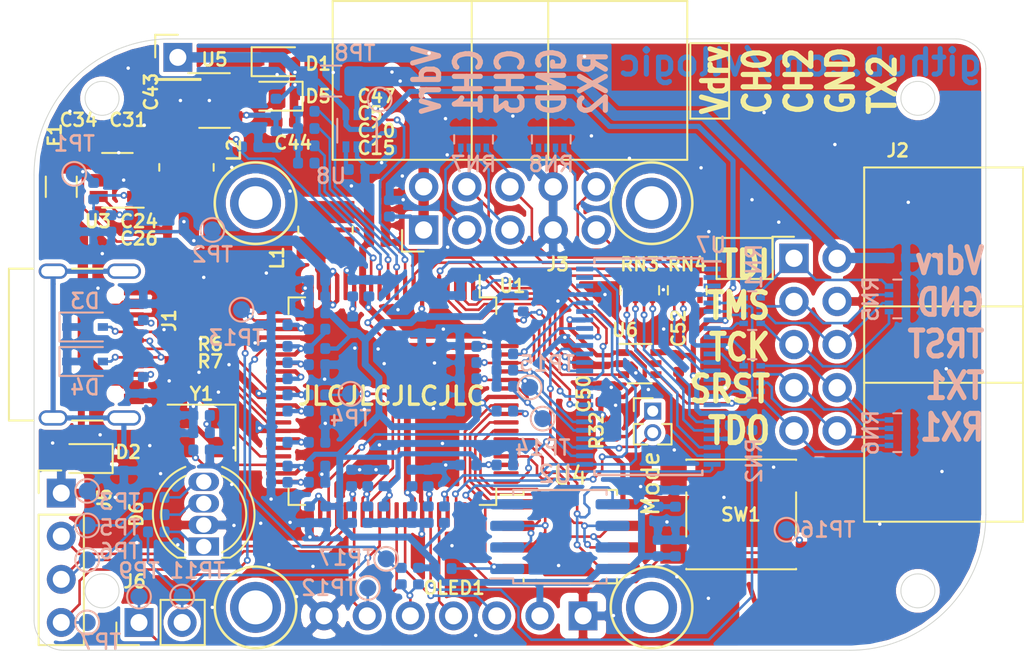
<source format=kicad_pcb>
(kicad_pcb (version 20171130) (host pcbnew "(5.1.5)-3")
  (layers (0 F.Cu signal) (31 B.Cu signal) (34 B.Paste user) (35 F.Paste user) (36 B.SilkS user) (37 F.SilkS user) (38 B.Mask user) (39 F.Mask user) (44 Edge.Cuts user))
  (net 0 "")
  (net 1 GND)
  (net 2 /VDD_SOC_IN)
  (net 3 /DCDC_SWITCH)
  (net 4 /XTALI)
  (net 5 /XTALO)
  (net 6 /USB_5V)
  (net 7 Vdrive)
  (net 8 "Net-(J1-PadB5)")
  (net 9 "Net-(J1-PadA5)")
  (net 10 "Net-(J1-PadS1)")
  (net 11 /RX.1)
  (net 12 /TDO|SWO)
  (net 13 /TX.1)
  (net 14 /SRST|SWRST)
  (net 15 /TRST)
  (net 16 /TCK|SWCLK)
  (net 17 /TMS|SWDIO)
  (net 18 /TDI)
  (net 19 /RX.2)
  (net 20 /TX.2)
  (net 21 /LOGIC_IN3)
  (net 22 /LOGIC_IN2)
  (net 23 /LOGIC_IN1)
  (net 24 /LOGIC_IN0)
  (net 25 "Net-(L1-Pad2)")
  (net 26 "Net-(L2-Pad2)")
  (net 27 /OTG1_DP)
  (net 28 /POR_B)
  (net 29 "Net-(R10-Pad1)")
  (net 30 /PMIC_ON_REQ)
  (net 31 /FSPI_A_SS0)
  (net 32 "Net-(R14-Pad2)")
  (net 33 /FSPI_A_SS1)
  (net 34 /JTAG_MOD)
  (net 35 /Vdrive_EN)
  (net 36 /JTAG_TDI)
  (net 37 /JTAG_TCK)
  (net 38 /O_TRST)
  (net 39 /IO_TMS)
  (net 40 /O_TCK)
  (net 41 /O_TDI)
  (net 42 /I_RX1)
  (net 43 /I_TDO)
  (net 44 /O_SRST)
  (net 45 /I_LOGIC3)
  (net 46 /I_LOGIC1)
  (net 47 /I_LOGIC2)
  (net 48 /I_LOGIC0)
  (net 49 /I_RX2)
  (net 50 /O_TX2)
  (net 51 /KEY)
  (net 52 /JTAG_TMS)
  (net 53 /GIO_TRST|UART2_TX)
  (net 54 /ONOFF)
  (net 55 /FIO_TDO|UART2_RX)
  (net 56 /BOOT_MODE1)
  (net 57 /BOOT_MODE0)
  (net 58 /FSPI_A_D1)
  (net 59 /FSPI_A_D2)
  (net 60 /FSPI_A_D0)
  (net 61 /FSPI_A_CLK)
  (net 62 /FSPI_A_D3)
  (net 63 /FIO_TMS_DIR)
  (net 64 /GIO_IN_DIR)
  (net 65 /GIO_OUT_DIR)
  (net 66 /UART4_RX)
  (net 67 /UART4_TX)
  (net 68 /GIO_SRST)
  (net 69 /FIO_TMS_O)
  (net 70 /FIO_TMS_I)
  (net 71 /O_TX1)
  (net 72 /JTAG_TRSTB)
  (net 73 "Net-(C20-Pad1)")
  (net 74 "Net-(C22-Pad1)")
  (net 75 "Net-(C25-Pad1)")
  (net 76 "Net-(C28-Pad1)")
  (net 77 "Net-(C38-Pad1)")
  (net 78 "Net-(R21-Pad1)")
  (net 79 "Net-(J4-Pad1)")
  (net 80 /DCDC_3V3)
  (net 81 /Vdrive_CTRL3)
  (net 82 /Vdrive_CTRL4)
  (net 83 /JTAG_TDO)
  (net 84 /GIO_OE)
  (net 85 /BOOT_CFG0)
  (net 86 /BOOT_CFG1)
  (net 87 /BOOT_CFG2)
  (net 88 /UART3_RX)
  (net 89 /FIO|UART1_RX)
  (net 90 /FIO|UART1_TX)
  (net 91 /Vdrive_CTRL2)
  (net 92 /USB_DN)
  (net 93 /USB_DP)
  (net 94 /OTG1_DN)
  (net 95 "Net-(D2-Pad2)")
  (net 96 /VDD_SNVS_IN)
  (net 97 /Vdrive_O)
  (net 98 "Net-(C54-Pad1)")
  (net 99 "Net-(D5-Pad2)")
  (net 100 /OLED_RST)
  (net 101 /OLED_MOSI)
  (net 102 /OLED_SCK)
  (net 103 /Vdrive_CTRL1)
  (net 104 "Net-(U1-Pad36)")
  (net 105 "Net-(U1-Pad28)")
  (net 106 "Net-(U7-Pad47)")
  (net 107 "Net-(U7-Pad46)")
  (net 108 "Net-(U7-Pad3)")
  (net 109 "Net-(U7-Pad2)")
  (net 110 /Vdrive_AD)
  (net 111 "Net-(D6-Pad4)")
  (net 112 "Net-(D6-Pad3)")
  (net 113 "Net-(D6-Pad1)")
  (net 114 "Net-(R44-Pad1)")
  (net 115 "Net-(RN8-Pad4)")
  (net 116 "Net-(RN8-Pad3)")
  (net 117 "Net-(RN4-Pad5)")
  (net 118 "Net-(RN4-Pad6)")
  (net 119 "Net-(RN4-Pad4)")
  (net 120 "Net-(RN4-Pad3)")
  (net 121 /FIO_LOGIC0)
  (net 122 "Net-(U1-Pad62)")
  (module Button_Switch_SMD:SW_SPST_PTS645 (layer F.Cu) (at 141.605 127.75)
    (fp_text reference SW1 (at -0.018 0.012) (layer F.SilkS) (effects (font (size 0.762 0.762) (thickness 0.1524))))
    (fp_text value SW_Push)
    (pad 2 smd rect (at -3.98 2.25) (size 1.55 1.3) (layers F.Cu F.Paste F.Mask) (net 51 /KEY))
    (pad 1 smd rect (at -3.98 -2.25) (size 1.55 1.3) (layers F.Cu F.Paste F.Mask) (net 1 GND))
    (pad 1 smd rect (at 3.98 -2.25) (size 1.55 1.3) (layers F.Cu F.Paste F.Mask) (net 1 GND))
    (pad 2 smd rect (at 3.98 2.25) (size 1.55 1.3) (layers F.Cu F.Paste F.Mask) (net 51 /KEY))
  )
  (module vllogic:SOIC-8_P1.27mm_Common (layer F.Cu) (at 131.5466 129.0574)
    (fp_text reference U4 (at 0 -3.59) (layer F.SilkS))
    (fp_text value W25Q128JVS)
    (pad 8 smd roundrect (at 3.1 -1.905) (size 2 0.6) (layers F.Cu F.Paste F.Mask) (net 80 /DCDC_3V3))
    (pad 7 smd roundrect (at 3.1 -0.635) (size 2 0.6) (layers F.Cu F.Paste F.Mask) (net 62 /FSPI_A_D3))
    (pad 6 smd roundrect (at 3.1 0.635) (size 2 0.6) (layers F.Cu F.Paste F.Mask) (net 61 /FSPI_A_CLK))
    (pad 5 smd roundrect (at 3.1 1.905) (size 2 0.6) (layers F.Cu F.Paste F.Mask) (net 60 /FSPI_A_D0))
    (pad 4 smd roundrect (at -3.1 1.905) (size 2 0.6) (layers F.Cu F.Paste F.Mask) (net 1 GND))
    (pad 3 smd roundrect (at -3.1 0.635) (size 2 0.6) (layers F.Cu F.Paste F.Mask) (net 59 /FSPI_A_D2))
    (pad 2 smd roundrect (at -3.1 -0.635) (size 2 0.6) (layers F.Cu F.Paste F.Mask) (net 58 /FSPI_A_D1))
    (pad 1 smd roundrect (at -3.1 -1.905) (size 2 0.6) (layers F.Cu F.Paste F.Mask) (net 31 /FSPI_A_SS0))
  )
  (module vllogic:SOIC-8_P1.27mm_Common (layer B.Cu) (at 130.937 129.0574)
    (fp_text reference U2 (at -0.2794 -3.683) (layer B.SilkS) (effects (justify mirror)))
    (fp_text value LY68L6400)
    (pad 1 smd roundrect (at -3.1 1.905) (size 2 0.6) (layers B.Cu B.Paste B.Mask) (net 33 /FSPI_A_SS1))
    (pad 2 smd roundrect (at -3.1 0.635) (size 2 0.6) (layers B.Cu B.Paste B.Mask) (net 58 /FSPI_A_D1))
    (pad 3 smd roundrect (at -3.1 -0.635) (size 2 0.6) (layers B.Cu B.Paste B.Mask) (net 59 /FSPI_A_D2))
    (pad 4 smd roundrect (at -3.1 -1.905) (size 2 0.6) (layers B.Cu B.Paste B.Mask) (net 1 GND))
    (pad 5 smd roundrect (at 3.1 -1.905) (size 2 0.6) (layers B.Cu B.Paste B.Mask) (net 60 /FSPI_A_D0))
    (pad 6 smd roundrect (at 3.1 -0.635) (size 2 0.6) (layers B.Cu B.Paste B.Mask) (net 61 /FSPI_A_CLK))
    (pad 7 smd roundrect (at 3.1 0.635) (size 2 0.6) (layers B.Cu B.Paste B.Mask) (net 62 /FSPI_A_D3))
    (pad 8 smd roundrect (at 3.1 1.905) (size 2 0.6) (layers B.Cu B.Paste B.Mask) (net 80 /DCDC_3V3))
  )
  (module Connector_PinHeader_2.54mm:PinHeader_1x01_P2.54mm_Vertical (layer F.Cu) (at 108.458 100.838)
    (fp_text reference J7 hide)
    (fp_text value Vdrive_I)
    (pad 1 thru_hole rect (at 0 0) (size 1.7 1.7) (drill 1) (layers *.Cu *.Mask) (net 7 Vdrive))
  )
  (module Resistor_SMD:R_0402_1005Metric (layer B.Cu) (at 124.079 130.937)
    (fp_text reference R13 hide)
    (fp_text value 47k)
    (pad 2 smd roundrect (at 0.485 0) (size 0.59 0.64) (layers B.Cu B.Paste B.Mask) (net 33 /FSPI_A_SS1))
    (pad 1 smd roundrect (at -0.485 0) (size 0.59 0.64) (layers B.Cu B.Paste B.Mask) (net 80 /DCDC_3V3))
  )
  (module vllogic:OLED_12864 (layer F.Cu) (at 138.33 135.223 180)
    (fp_text reference OLED1 (at 13.616 3.143) (layer F.SilkS) (effects (font (size 0.762 0.762) (thickness 0.1524))))
    (fp_text value OLED_12864)
    (pad 1 thru_hole rect (at 6.03 1.5 180) (size 1.7 1.7) (drill 1) (layers *.Cu *.Mask) (net 1 GND))
    (pad 2 thru_hole circle (at 8.57 1.5 180) (size 1.7 1.7) (drill 1) (layers *.Cu *.Mask) (net 80 /DCDC_3V3))
    (pad 3 thru_hole circle (at 11.11 1.5 180) (size 1.7 1.7) (drill 1) (layers *.Cu *.Mask) (net 102 /OLED_SCK))
    (pad 4 thru_hole circle (at 13.65 1.5 180) (size 1.7 1.7) (drill 1) (layers *.Cu *.Mask) (net 101 /OLED_MOSI))
    (pad 5 thru_hole circle (at 16.19 1.5 180) (size 1.7 1.7) (drill 1) (layers *.Cu *.Mask) (net 100 /OLED_RST))
    (pad 6 thru_hole circle (at 18.73 1.5 180) (size 1.7 1.7) (drill 1) (layers *.Cu *.Mask) (net 34 /JTAG_MOD))
    (pad 7 thru_hole circle (at 21.27 1.5 180) (size 1.7 1.7) (drill 1) (layers *.Cu *.Mask) (net 1 GND))
    (pad "" np_thru_hole circle (at 2 2 180) (size 3 3) (drill 2) (layers *.Cu *.Mask))
    (pad "" np_thru_hole circle (at 25.3 2 180) (size 3 3) (drill 2) (layers *.Cu *.Mask))
    (pad "" np_thru_hole circle (at 2 25.8 180) (size 3 3) (drill 2) (layers *.Cu *.Mask))
    (pad "" np_thru_hole circle (at 25.3 25.8 180) (size 3 3) (drill 2) (layers *.Cu *.Mask))
  )
  (module TestPoint:TestPoint_Pad_D1.0mm (layer B.Cu) (at 120.7135 130.3655)
    (fp_text reference TP17 (at -2.3495 -0.0635) (layer B.SilkS) (effects (font (size 0.889 0.889) (thickness 0.1524)) (justify mirror)))
    (fp_text value TestPoint)
    (pad 1 smd circle (at 0 0) (size 1 1) (layers B.Cu B.Mask) (net 30 /PMIC_ON_REQ))
  )
  (module TestPoint:TestPoint_Pad_D1.0mm (layer B.Cu) (at 144.272 128.651)
    (fp_text reference TP16 (at 2.413 0) (layer B.SilkS) (effects (font (size 0.889 0.889) (thickness 0.1524)) (justify mirror)))
    (fp_text value TestPoint)
    (pad 1 smd circle (at 0 0) (size 1 1) (layers B.Cu B.Mask) (net 51 /KEY))
  )
  (module TestPoint:TestPoint_Pad_D1.0mm (layer B.Cu) (at 129.159 120.269)
    (fp_text reference TP15 (at 1.016 -1.397) (layer B.SilkS) (effects (font (size 0.889 0.889) (thickness 0.1524)) (justify mirror)))
    (fp_text value TestPoint)
    (pad 1 smd circle (at 0 0) (size 1 1) (layers B.Cu B.Mask) (net 56 /BOOT_MODE1))
  )
  (module TestPoint:TestPoint_Pad_D1.0mm (layer B.Cu) (at 112.2045 115.697)
    (fp_text reference TP13 (at -0.3175 1.651) (layer B.SilkS) (effects (font (size 0.889 0.889) (thickness 0.1524)) (justify mirror)))
    (fp_text value TestPoint)
    (pad 1 smd circle (at 0 0) (size 1 1) (layers B.Cu B.Mask) (net 54 /ONOFF))
  )
  (module TestPoint:TestPoint_Pad_D1.0mm (layer B.Cu) (at 119.634 132.08)
    (fp_text reference TP12 (at -2.286 0) (layer B.SilkS) (effects (font (size 0.889 0.889) (thickness 0.1524)) (justify mirror)))
    (fp_text value TestPoint)
    (pad 1 smd circle (at 0 0) (size 1 1) (layers B.Cu B.Mask) (net 34 /JTAG_MOD))
  )
  (module TestPoint:TestPoint_Pad_D1.0mm (layer B.Cu) (at 108.712 132.588)
    (fp_text reference TP11 (at 0.889 -1.524) (layer B.SilkS) (effects (font (size 0.889 0.889) (thickness 0.1524)) (justify mirror)))
    (fp_text value TestPoint)
    (pad 1 smd circle (at 0 0) (size 1 1) (layers B.Cu B.Mask) (net 72 /JTAG_TRSTB))
  )
  (module TestPoint:TestPoint_Pad_D1.0mm (layer B.Cu) (at 106.172 132.588)
    (fp_text reference TP9 (at 0 -1.524) (layer B.SilkS) (effects (font (size 0.889 0.889) (thickness 0.1524)) (justify mirror)))
    (fp_text value TestPoint)
    (pad 1 smd circle (at 0 0) (size 1 1) (layers B.Cu B.Mask) (net 88 /UART3_RX))
  )
  (module TestPoint:TestPoint_Pad_D1.0mm (layer B.Cu) (at 120.3325 103.3145)
    (fp_text reference TP8 (at -1.4605 -2.7305) (layer B.SilkS) (effects (font (size 0.889 0.889) (thickness 0.1524)) (justify mirror)))
    (fp_text value TestPoint)
    (pad 1 smd circle (at 0 0) (size 1 1) (layers B.Cu B.Mask) (net 83 /JTAG_TDO))
  )
  (module TestPoint:TestPoint_Pad_D1.0mm (layer B.Cu) (at 103.124 134.112)
    (fp_text reference TP7 (at 0.7874 1.143) (layer B.SilkS) (effects (font (size 0.889 0.889) (thickness 0.1524)) (justify mirror)))
    (fp_text value TestPoint)
    (pad 1 smd circle (at 0 0) (size 1 1) (layers B.Cu B.Mask) (net 28 /POR_B))
  )
  (module TestPoint:TestPoint_Pad_D1.0mm (layer B.Cu) (at 103.124 130.429)
    (fp_text reference TP6 (at 1.905 -0.508) (layer B.SilkS) (effects (font (size 0.889 0.889) (thickness 0.1524)) (justify mirror)))
    (fp_text value TestPoint)
    (pad 1 smd circle (at 0 0) (size 1 1) (layers B.Cu B.Mask) (net 37 /JTAG_TCK))
  )
  (module TestPoint:TestPoint_Pad_D1.0mm (layer B.Cu) (at 103.124 128.397)
    (fp_text reference TP5 (at 1.905 0.127) (layer B.SilkS) (effects (font (size 0.889 0.889) (thickness 0.1524)) (justify mirror)))
    (fp_text value TestPoint)
    (pad 1 smd circle (at 0 0) (size 1 1) (layers B.Cu B.Mask) (net 52 /JTAG_TMS))
  )
  (module TestPoint:TestPoint_Pad_D1.0mm (layer B.Cu) (at 118.618 120.65)
    (fp_text reference TP4 (at 0 1.448) (layer B.SilkS) (effects (font (size 0.889 0.889) (thickness 0.1524)) (justify mirror)))
    (fp_text value TestPoint)
    (pad 1 smd circle (at 0 0) (size 1 1) (layers B.Cu B.Mask) (net 36 /JTAG_TDI))
  )
  (module TestPoint:TestPoint_Pad_D1.0mm (layer B.Cu) (at 103.124 126.365)
    (fp_text reference TP3 (at 1.905 0.635) (layer B.SilkS) (effects (font (size 0.889 0.889) (thickness 0.1524)) (justify mirror)))
    (fp_text value TestPoint)
    (pad 1 smd circle (at 0 0) (size 1 1) (layers B.Cu B.Mask) (net 1 GND))
  )
  (module TestPoint:TestPoint_Pad_D1.0mm (layer B.Cu) (at 110.49 110.998)
    (fp_text reference TP2 (at 0 1.448) (layer B.SilkS) (effects (font (size 0.889 0.889) (thickness 0.1524)) (justify mirror)))
    (fp_text value TestPoint)
    (pad 1 smd circle (at 0 0) (size 1 1) (layers B.Cu B.Mask) (net 80 /DCDC_3V3))
  )
  (module TestPoint:TestPoint_Pad_D1.0mm (layer B.Cu) (at 102.362 107.696)
    (fp_text reference TP1 (at 0 -1.778) (layer B.SilkS) (effects (font (size 0.889 0.889) (thickness 0.1524)) (justify mirror)))
    (fp_text value TestPoint)
    (pad 1 smd circle (at 0 0) (size 1 1) (layers B.Cu B.Mask) (net 6 /USB_5V))
  )
  (module Resistor_SMD:R_0402_1005Metric (layer B.Cu) (at 121.031 105.791 270)
    (fp_text reference R44 hide)
    (fp_text value 0)
    (pad 2 smd roundrect (at 0.485 0 270) (size 0.59 0.64) (layers B.Cu B.Paste B.Mask) (net 1 GND))
    (pad 1 smd roundrect (at -0.485 0 270) (size 0.59 0.64) (layers B.Cu B.Paste B.Mask) (net 114 "Net-(R44-Pad1)"))
  )
  (module Resistor_SMD:R_0402_1005Metric (layer B.Cu) (at 107.188 126.746 180)
    (fp_text reference R43 hide)
    (fp_text value 4.7k)
    (pad 2 smd roundrect (at 0.485 0 180) (size 0.59 0.64) (layers B.Cu B.Paste B.Mask) (net 52 /JTAG_TMS))
    (pad 1 smd roundrect (at -0.485 0 180) (size 0.59 0.64) (layers B.Cu B.Paste B.Mask) (net 111 "Net-(D6-Pad4)"))
  )
  (module Resistor_SMD:R_0402_1005Metric (layer B.Cu) (at 107.188 127.762 180)
    (fp_text reference R42 hide)
    (fp_text value 4.7k)
    (pad 2 smd roundrect (at 0.485 0 180) (size 0.59 0.64) (layers B.Cu B.Paste B.Mask) (net 37 /JTAG_TCK))
    (pad 1 smd roundrect (at -0.485 0 180) (size 0.59 0.64) (layers B.Cu B.Paste B.Mask) (net 112 "Net-(D6-Pad3)"))
  )
  (module Resistor_SMD:R_0402_1005Metric (layer B.Cu) (at 107.188 128.778 180)
    (fp_text reference R31 hide)
    (fp_text value 4.7k)
    (pad 2 smd roundrect (at 0.485 0 180) (size 0.59 0.64) (layers B.Cu B.Paste B.Mask) (net 72 /JTAG_TRSTB))
    (pad 1 smd roundrect (at -0.485 0 180) (size 0.59 0.64) (layers B.Cu B.Paste B.Mask) (net 113 "Net-(D6-Pad1)"))
  )
  (module LED_THT:LED_D5.0mm-4_RGB (layer F.Cu) (at 109.982 129.6416 90)
    (fp_text reference D6 (at 1.905 -3.96 90) (layer F.SilkS) (effects (font (size 0.762 0.762) (thickness 0.1524))))
    (fp_text value LED_RCGB)
    (pad 1 thru_hole rect (at 0 0 90) (size 1.07 1.8) (drill 0.9) (layers *.Cu *.Mask) (net 113 "Net-(D6-Pad1)"))
    (pad 2 thru_hole oval (at 1.27 0 90) (size 1.07 1.8) (drill 0.9) (layers *.Cu *.Mask) (net 1 GND))
    (pad 3 thru_hole oval (at 2.54 0 90) (size 1.07 1.8) (drill 0.9) (layers *.Cu *.Mask) (net 112 "Net-(D6-Pad3)"))
    (pad 4 thru_hole oval (at 3.81 0 90) (size 1.07 1.8) (drill 0.9) (layers *.Cu *.Mask) (net 111 "Net-(D6-Pad4)"))
  )
  (module Connector_PinHeader_2.54mm:PinHeader_1x02_P2.54mm_Vertical (layer F.Cu) (at 106.172 134.112 90)
    (fp_text reference J6 (at 2.413 -0.254 180) (layer F.SilkS) (effects (font (size 0.762 0.762) (thickness 0.1524))))
    (fp_text value UART)
    (pad 1 thru_hole rect (at 0 0 90) (size 1.7 1.7) (drill 1) (layers *.Cu *.Mask) (net 88 /UART3_RX))
    (pad 2 thru_hole oval (at 0 2.54 90) (size 1.7 1.7) (drill 1) (layers *.Cu *.Mask) (net 72 /JTAG_TRSTB))
  )
  (module Connector_PinHeader_2.54mm:PinHeader_1x04_P2.54mm_Vertical (layer F.Cu) (at 101.6 126.492)
    (fp_text reference J5 (at 2.54 0.381 90) (layer F.SilkS) (effects (font (size 0.762 0.762) (thickness 0.1524))))
    (fp_text value SWD)
    (pad 1 thru_hole rect (at 0 0) (size 1.7 1.7) (drill 1) (layers *.Cu *.Mask) (net 1 GND))
    (pad 2 thru_hole oval (at 0 2.54) (size 1.7 1.7) (drill 1) (layers *.Cu *.Mask) (net 52 /JTAG_TMS))
    (pad 3 thru_hole oval (at 0 5.08) (size 1.7 1.7) (drill 1) (layers *.Cu *.Mask) (net 37 /JTAG_TCK))
    (pad 4 thru_hole oval (at 0 7.62) (size 1.7 1.7) (drill 1) (layers *.Cu *.Mask) (net 28 /POR_B))
  )
  (module Package_TO_SOT_SMD:SOT-363_SC-70-6 (layer B.Cu) (at 118.999 105.156 90)
    (fp_text reference U8 (at -2.667 -1.524 180) (layer B.SilkS) (effects (font (size 0.889 0.889) (thickness 0.1524)) (justify mirror)))
    (fp_text value TP199A2/TP181A2)
    (pad 6 smd rect (at 0.95 0.65 90) (size 0.65 0.4) (layers B.Cu B.Paste B.Mask) (net 83 /JTAG_TDO))
    (pad 4 smd rect (at 0.95 -0.65 90) (size 0.65 0.4) (layers B.Cu B.Paste B.Mask) (net 7 Vdrive))
    (pad 2 smd rect (at -0.95 0 90) (size 0.65 0.4) (layers B.Cu B.Paste B.Mask) (net 1 GND))
    (pad 5 smd rect (at 0.95 0 90) (size 0.65 0.4) (layers B.Cu B.Paste B.Mask) (net 97 /Vdrive_O))
    (pad 3 smd rect (at -0.95 -0.65 90) (size 0.65 0.4) (layers B.Cu B.Paste B.Mask) (net 98 "Net-(C54-Pad1)"))
    (pad 1 smd rect (at -0.95 0.65 90) (size 0.65 0.4) (layers B.Cu B.Paste B.Mask) (net 114 "Net-(R44-Pad1)"))
  )
  (module Resistor_SMD:R_0402_1005Metric (layer B.Cu) (at 122.6185 131.3815 270)
    (fp_text reference R30 hide)
    (fp_text value 47k)
    (pad 2 smd roundrect (at 0.485 0 270) (size 0.59 0.64) (layers B.Cu B.Paste B.Mask) (net 100 /OLED_RST))
    (pad 1 smd roundrect (at -0.485 0 270) (size 0.59 0.64) (layers B.Cu B.Paste B.Mask) (net 80 /DCDC_3V3))
  )
  (module Resistor_SMD:R_1206_3216Metric (layer B.Cu) (at 117.475 102.235 180)
    (fp_text reference R29 hide)
    (fp_text value "0.05, 1%, 1206")
    (pad 2 smd roundrect (at 1.4 0 180) (size 1.25 1.75) (layers B.Cu B.Paste B.Mask) (roundrect_rratio 0.2) (net 7 Vdrive))
    (pad 1 smd roundrect (at -1.4 0 180) (size 1.25 1.75) (layers B.Cu B.Paste B.Mask) (roundrect_rratio 0.2) (net 97 /Vdrive_O))
  )
  (module Resistor_SMD:R_0402_1005Metric (layer B.Cu) (at 121.6025 131.3815 90)
    (fp_text reference R12 hide)
    (fp_text value 0,NC)
    (pad 2 smd roundrect (at 0.485 0 90) (size 0.59 0.64) (layers B.Cu B.Paste B.Mask) (net 30 /PMIC_ON_REQ))
    (pad 1 smd roundrect (at -0.485 0 90) (size 0.59 0.64) (layers B.Cu B.Paste B.Mask) (net 100 /OLED_RST))
  )
  (module Diode_SMD:D_SOD-323 (layer F.Cu) (at 114.3 103.124 180)
    (fp_text reference D5 (at -2.413 0) (layer F.SilkS) (effects (font (size 0.762 0.762) (thickness 0.1524))))
    (fp_text value BAT60A)
    (pad 1 smd rect (at -1.05 0 180) (size 0.6 0.45) (layers F.Cu F.Paste F.Mask) (net 7 Vdrive))
    (pad 2 smd rect (at 1.05 0 180) (size 0.6 0.45) (layers F.Cu F.Paste F.Mask) (net 99 "Net-(D5-Pad2)"))
  )
  (module Diode_SMD:D_SOD-323 (layer F.Cu) (at 114.3 101.092)
    (fp_text reference D1 (at 2.413 0.127) (layer F.SilkS) (effects (font (size 0.762 0.762) (thickness 0.1524))))
    (fp_text value "BAT60A, NC")
    (pad 1 smd rect (at -1.05 0) (size 0.6 0.45) (layers F.Cu F.Paste F.Mask) (net 6 /USB_5V))
    (pad 2 smd rect (at 1.05 0) (size 0.6 0.45) (layers F.Cu F.Paste F.Mask) (net 7 Vdrive))
  )
  (module Capacitor_SMD:C_0402_1005Metric (layer B.Cu) (at 118.999 107.442)
    (fp_text reference C54 hide)
    (fp_text value 0.1uF)
    (pad 2 smd roundrect (at 0.485 0) (size 0.59 0.64) (layers B.Cu B.Paste B.Mask) (net 1 GND))
    (pad 1 smd roundrect (at -0.485 0) (size 0.59 0.64) (layers B.Cu B.Paste B.Mask) (net 98 "Net-(C54-Pad1)"))
  )
  (module Connector_IDC:IDC-Header_2x05_P2.54mm_Horizontal (layer F.Cu) (at 122.92 111 90)
    (fp_text reference J3 (at -2.03 7.89 180) (layer F.SilkS) (effects (font (size 0.762 0.762) (thickness 0.1524))))
    (fp_text value LogicIN/UART1)
    (pad 1 thru_hole rect (at 0 0 90) (size 1.7272 1.7272) (drill 1.016) (layers *.Cu *.Mask) (net 97 /Vdrive_O))
    (pad 2 thru_hole oval (at 2.54 0 90) (size 1.7272 1.7272) (drill 1.016) (layers *.Cu *.Mask) (net 97 /Vdrive_O))
    (pad 3 thru_hole oval (at 0 2.54 90) (size 1.7272 1.7272) (drill 1.016) (layers *.Cu *.Mask) (net 24 /LOGIC_IN0))
    (pad 4 thru_hole oval (at 2.54 2.54 90) (size 1.7272 1.7272) (drill 1.016) (layers *.Cu *.Mask) (net 23 /LOGIC_IN1))
    (pad 5 thru_hole oval (at 0 5.08 90) (size 1.7272 1.7272) (drill 1.016) (layers *.Cu *.Mask) (net 22 /LOGIC_IN2))
    (pad 6 thru_hole oval (at 2.54 5.08 90) (size 1.7272 1.7272) (drill 1.016) (layers *.Cu *.Mask) (net 21 /LOGIC_IN3))
    (pad 7 thru_hole oval (at 0 7.62 90) (size 1.7272 1.7272) (drill 1.016) (layers *.Cu *.Mask) (net 1 GND))
    (pad 8 thru_hole oval (at 2.54 7.62 90) (size 1.7272 1.7272) (drill 1.016) (layers *.Cu *.Mask) (net 1 GND))
    (pad 9 thru_hole oval (at 0 10.16 90) (size 1.7272 1.7272) (drill 1.016) (layers *.Cu *.Mask) (net 20 /TX.2))
    (pad 10 thru_hole oval (at 2.54 10.16 90) (size 1.7272 1.7272) (drill 1.016) (layers *.Cu *.Mask) (net 19 /RX.2))
  )
  (module Connector_IDC:IDC-Header_2x05_P2.54mm_Horizontal (layer F.Cu) (at 144.71 112.67)
    (fp_text reference J2 (at 6.105 -6.35) (layer F.SilkS) (effects (font (size 0.762 0.762) (thickness 0.1524))))
    (fp_text value JTAG/SWD/UART0)
    (pad 1 thru_hole rect (at 0 0) (size 1.7272 1.7272) (drill 1.016) (layers *.Cu *.Mask) (net 18 /TDI))
    (pad 2 thru_hole oval (at 2.54 0) (size 1.7272 1.7272) (drill 1.016) (layers *.Cu *.Mask) (net 97 /Vdrive_O))
    (pad 3 thru_hole oval (at 0 2.54) (size 1.7272 1.7272) (drill 1.016) (layers *.Cu *.Mask) (net 17 /TMS|SWDIO))
    (pad 4 thru_hole oval (at 2.54 2.54) (size 1.7272 1.7272) (drill 1.016) (layers *.Cu *.Mask) (net 1 GND))
    (pad 5 thru_hole oval (at 0 5.08) (size 1.7272 1.7272) (drill 1.016) (layers *.Cu *.Mask) (net 16 /TCK|SWCLK))
    (pad 6 thru_hole oval (at 2.54 5.08) (size 1.7272 1.7272) (drill 1.016) (layers *.Cu *.Mask) (net 15 /TRST))
    (pad 7 thru_hole oval (at 0 7.62) (size 1.7272 1.7272) (drill 1.016) (layers *.Cu *.Mask) (net 14 /SRST|SWRST))
    (pad 8 thru_hole oval (at 2.54 7.62) (size 1.7272 1.7272) (drill 1.016) (layers *.Cu *.Mask) (net 13 /TX.1))
    (pad 9 thru_hole oval (at 0 10.16) (size 1.7272 1.7272) (drill 1.016) (layers *.Cu *.Mask) (net 12 /TDO|SWO))
    (pad 10 thru_hole oval (at 2.54 10.16) (size 1.7272 1.7272) (drill 1.016) (layers *.Cu *.Mask) (net 11 /RX.1))
  )
  (module Connector_USB:USB_C_Receptacle_Palconn_UTC16-G (layer F.Cu) (at 103.3598 117.7499 270)
    (fp_text reference J1 (at -1.4179 -4.5902 270) (layer F.SilkS) (effects (font (size 0.762 0.762) (thickness 0.1524))))
    (fp_text value USB_C_Receptacle_USB2.0)
    (pad S1 thru_hole oval (at -4.32 -1.93) (size 2 0.9) (drill oval 1.7 0.6) (layers *.Cu *.Mask) (net 10 "Net-(J1-PadS1)"))
    (pad S1 thru_hole oval (at 4.32 -1.93) (size 2 0.9) (drill oval 1.7 0.6) (layers *.Cu *.Mask) (net 10 "Net-(J1-PadS1)"))
    (pad S1 thru_hole oval (at -4.32 2.24) (size 1.7 0.9) (drill oval 1.4 0.6) (layers *.Cu *.Mask) (net 10 "Net-(J1-PadS1)"))
    (pad S1 thru_hole oval (at 4.32 2.24) (size 1.7 0.9) (drill oval 1.4 0.6) (layers *.Cu *.Mask) (net 10 "Net-(J1-PadS1)"))
    (pad B7 smd rect (at -0.75 -2.51 90) (size 0.3 1.16) (layers F.Cu F.Paste F.Mask) (net 92 /USB_DN))
    (pad A6 smd rect (at -0.25 -2.51 90) (size 0.3 1.16) (layers F.Cu F.Paste F.Mask) (net 93 /USB_DP))
    (pad A7 smd rect (at 0.25 -2.51 90) (size 0.3 1.16) (layers F.Cu F.Paste F.Mask) (net 92 /USB_DN))
    (pad B8 smd rect (at -1.75 -2.51 90) (size 0.3 1.16) (layers F.Cu F.Paste F.Mask) (net 1 GND))
    (pad A5 smd rect (at -1.25 -2.51 90) (size 0.3 1.16) (layers F.Cu F.Paste F.Mask) (net 9 "Net-(J1-PadA5)"))
    (pad A8 smd rect (at 1.25 -2.51 90) (size 0.3 1.16) (layers F.Cu F.Paste F.Mask) (net 1 GND))
    (pad B6 smd rect (at 0.75 -2.51 90) (size 0.3 1.16) (layers F.Cu F.Paste F.Mask) (net 93 /USB_DP))
    (pad B5 smd rect (at 1.75 -2.51 90) (size 0.3 1.16) (layers F.Cu F.Paste F.Mask) (net 8 "Net-(J1-PadB5)"))
    (pad "" np_thru_hole circle (at 2.89 -1.45 90) (size 0.6 0.6) (drill 0.6) (layers *.Cu *.Mask))
    (pad "" np_thru_hole circle (at -2.89 -1.45 90) (size 0.6 0.6) (drill 0.6) (layers *.Cu *.Mask))
    (pad A4 smd rect (at -2.4 -2.51 270) (size 0.6 1.16) (layers F.Cu F.Paste F.Mask) (net 95 "Net-(D2-Pad2)"))
    (pad B9 smd rect (at -2.4 -2.51 270) (size 0.6 1.16) (layers F.Cu F.Paste F.Mask) (net 95 "Net-(D2-Pad2)"))
    (pad A1 smd rect (at -3.2 -2.51 270) (size 0.6 1.16) (layers F.Cu F.Paste F.Mask) (net 1 GND))
    (pad B12 smd rect (at -3.2 -2.51 270) (size 0.6 1.16) (layers F.Cu F.Paste F.Mask) (net 1 GND))
    (pad B4 smd rect (at 2.4 -2.51 270) (size 0.6 1.16) (layers F.Cu F.Paste F.Mask) (net 95 "Net-(D2-Pad2)"))
    (pad B1 smd rect (at 3.2 -2.51 270) (size 0.6 1.16) (layers F.Cu F.Paste F.Mask) (net 1 GND))
    (pad A9 smd rect (at 2.4 -2.51 270) (size 0.6 1.16) (layers F.Cu F.Paste F.Mask) (net 95 "Net-(D2-Pad2)"))
    (pad A12 smd rect (at 3.2 -2.51 270) (size 0.6 1.16) (layers F.Cu F.Paste F.Mask) (net 1 GND))
  )
  (module Capacitor_SMD:C_0402_1005Metric (layer F.Cu) (at 107.95 102.87 270)
    (fp_text reference C43 (at 0 1.067 90) (layer F.SilkS) (effects (font (size 0.762 0.762) (thickness 0.1524))))
    (fp_text value 10uF)
    (pad 1 smd roundrect (at -0.485 0 270) (size 0.59 0.64) (layers F.Cu F.Paste F.Mask) (net 6 /USB_5V))
    (pad 2 smd roundrect (at 0.485 0 270) (size 0.59 0.64) (layers F.Cu F.Paste F.Mask) (net 1 GND))
  )
  (module Resistor_SMD:R_0402_1005Metric (layer B.Cu) (at 114.2365 103.759 270)
    (fp_text reference R25 hide)
    (fp_text value 100k,1%)
    (pad 2 smd roundrect (at 0.485 0 270) (size 0.59 0.64) (layers B.Cu B.Paste B.Mask) (net 78 "Net-(R21-Pad1)"))
    (pad 1 smd roundrect (at -0.485 0 270) (size 0.59 0.64) (layers B.Cu B.Paste B.Mask) (net 7 Vdrive))
  )
  (module Resistor_SMD:R_0402_1005Metric (layer B.Cu) (at 114.2365 105.664 270)
    (fp_text reference R26 hide)
    (fp_text value 412k,1%)
    (pad 2 smd roundrect (at 0.485 0 270) (size 0.59 0.64) (layers B.Cu B.Paste B.Mask) (net 1 GND))
    (pad 1 smd roundrect (at -0.485 0 270) (size 0.59 0.64) (layers B.Cu B.Paste B.Mask) (net 78 "Net-(R21-Pad1)"))
  )
  (module Capacitor_SMD:C_0402_1005Metric (layer F.Cu) (at 114.808 104.648 180)
    (fp_text reference C44 (at -0.432 -1.219) (layer F.SilkS) (effects (font (size 0.762 0.762) (thickness 0.1524))))
    (fp_text value 10uF)
    (pad 1 smd roundrect (at -0.485 0 180) (size 0.59 0.64) (layers F.Cu F.Paste F.Mask) (net 7 Vdrive))
    (pad 2 smd roundrect (at 0.485 0 180) (size 0.59 0.64) (layers F.Cu F.Paste F.Mask) (net 1 GND))
  )
  (module Package_TO_SOT_SMD:SOT-363_SC-70-6 (layer F.Cu) (at 135.636 118.872)
    (fp_text reference U6 (at -0.8636 -1.9812) (layer F.SilkS) (effects (font (size 0.762 0.762) (thickness 0.1524))))
    (fp_text value 74LVC1T45GW)
    (pad 1 smd rect (at -0.95 -0.65) (size 0.65 0.4) (layers F.Cu F.Paste F.Mask) (net 80 /DCDC_3V3))
    (pad 3 smd rect (at -0.95 0.65) (size 0.65 0.4) (layers F.Cu F.Paste F.Mask) (net 69 /FIO_TMS_O))
    (pad 5 smd rect (at 0.95 0) (size 0.65 0.4) (layers F.Cu F.Paste F.Mask) (net 63 /FIO_TMS_DIR))
    (pad 2 smd rect (at -0.95 0) (size 0.65 0.4) (layers F.Cu F.Paste F.Mask) (net 1 GND))
    (pad 4 smd rect (at 0.95 0.65) (size 0.65 0.4) (layers F.Cu F.Paste F.Mask) (net 39 /IO_TMS))
    (pad 6 smd rect (at 0.95 -0.65) (size 0.65 0.4) (layers F.Cu F.Paste F.Mask) (net 7 Vdrive))
  )
  (module Crystal:Crystal_SMD_3225-4Pin_3.2x2.5mm (layer F.Cu) (at 109.855 122.936 180)
    (fp_text reference Y1 (at 0 2.286) (layer F.SilkS) (effects (font (size 0.762 0.762) (thickness 0.1524))))
    (fp_text value "24M, 12pF")
    (pad 1 smd rect (at -1.1 0.85 180) (size 1.4 1.2) (layers F.Cu F.Paste F.Mask) (net 4 /XTALI))
    (pad 2 smd rect (at 1.1 0.85 180) (size 1.4 1.2) (layers F.Cu F.Paste F.Mask) (net 1 GND))
    (pad 3 smd rect (at 1.1 -0.85 180) (size 1.4 1.2) (layers F.Cu F.Paste F.Mask) (net 5 /XTALO))
    (pad 4 smd rect (at -1.1 -0.85 180) (size 1.4 1.2) (layers F.Cu F.Paste F.Mask) (net 1 GND))
  )
  (module Capacitor_SMD:C_0402_1005Metric (layer B.Cu) (at 150.8125 112.649)
    (fp_text reference C53 hide)
    (fp_text value 10uF)
    (pad 2 smd roundrect (at 0.485 0) (size 0.59 0.64) (layers B.Cu B.Paste B.Mask) (net 1 GND))
    (pad 1 smd roundrect (at -0.485 0) (size 0.59 0.64) (layers B.Cu B.Paste B.Mask) (net 97 /Vdrive_O))
  )
  (module Capacitor_SMD:C_0402_1005Metric (layer F.Cu) (at 137.922 118.872 90)
    (fp_text reference C52 (at 2.0828 0 90) (layer F.SilkS) (effects (font (size 0.762 0.762) (thickness 0.1524))))
    (fp_text value 0.1uF)
    (pad 1 smd roundrect (at -0.485 0 90) (size 0.59 0.64) (layers F.Cu F.Paste F.Mask) (net 1 GND))
    (pad 2 smd roundrect (at 0.485 0 90) (size 0.59 0.64) (layers F.Cu F.Paste F.Mask) (net 7 Vdrive))
  )
  (module Capacitor_SMD:C_0402_1005Metric (layer B.Cu) (at 120.904 109.728 90)
    (fp_text reference C51 hide)
    (fp_text value 10uF)
    (pad 2 smd roundrect (at 0.485 0 90) (size 0.59 0.64) (layers B.Cu B.Paste B.Mask) (net 1 GND))
    (pad 1 smd roundrect (at -0.485 0 90) (size 0.59 0.64) (layers B.Cu B.Paste B.Mask) (net 97 /Vdrive_O))
  )
  (module Capacitor_SMD:C_0402_1005Metric (layer F.Cu) (at 133.35 120.65 270)
    (fp_text reference C50 (at 0 1.016 90) (layer F.SilkS) (effects (font (size 0.762 0.762) (thickness 0.1524))))
    (fp_text value 0.1uF)
    (pad 1 smd roundrect (at -0.485 0 270) (size 0.59 0.64) (layers F.Cu F.Paste F.Mask) (net 1 GND))
    (pad 2 smd roundrect (at 0.485 0 270) (size 0.59 0.64) (layers F.Cu F.Paste F.Mask) (net 80 /DCDC_3V3))
  )
  (module Package_QFP:LQFP-80_12x12mm_P0.5mm (layer F.Cu) (at 121.082 121.082 270)
    (fp_text reference U1 (at -6.782 -7.061 180) (layer F.SilkS) (effects (font (size 0.762 0.762) (thickness 0.1524))))
    (fp_text value MIMXRT1011)
    (pad 1 smd roundrect (at -6.6875 -4.75 270) (size 1.475 0.25) (layers F.Cu F.Paste F.Mask) (net 63 /FIO_TMS_DIR))
    (pad 2 smd roundrect (at -6.6875 -4.25 270) (size 1.475 0.25) (layers F.Cu F.Paste F.Mask) (net 90 /FIO|UART1_TX))
    (pad 3 smd roundrect (at -6.6875 -3.75 270) (size 1.475 0.25) (layers F.Cu F.Paste F.Mask) (net 89 /FIO|UART1_RX))
    (pad 4 smd roundrect (at -6.6875 -3.25 270) (size 1.475 0.25) (layers F.Cu F.Paste F.Mask) (net 70 /FIO_TMS_I))
    (pad 5 smd roundrect (at -6.6875 -2.75 270) (size 1.475 0.25) (layers F.Cu F.Paste F.Mask) (net 65 /GIO_OUT_DIR))
    (pad 6 smd roundrect (at -6.6875 -2.25 270) (size 1.475 0.25) (layers F.Cu F.Paste F.Mask) (net 67 /UART4_TX))
    (pad 7 smd roundrect (at -6.6875 -1.75 270) (size 1.475 0.25) (layers F.Cu F.Paste F.Mask) (net 80 /DCDC_3V3))
    (pad 8 smd roundrect (at -6.6875 -1.25 270) (size 1.475 0.25) (layers F.Cu F.Paste F.Mask) (net 66 /UART4_RX))
    (pad 9 smd roundrect (at -6.6875 -0.75 270) (size 1.475 0.25) (layers F.Cu F.Paste F.Mask) (net 103 /Vdrive_CTRL1))
    (pad 10 smd roundrect (at -6.6875 -0.25 270) (size 1.475 0.25) (layers F.Cu F.Paste F.Mask) (net 91 /Vdrive_CTRL2))
    (pad 11 smd roundrect (at -6.6875 0.25 270) (size 1.475 0.25) (layers F.Cu F.Paste F.Mask) (net 81 /Vdrive_CTRL3))
    (pad 12 smd roundrect (at -6.6875 0.75 270) (size 1.475 0.25) (layers F.Cu F.Paste F.Mask) (net 82 /Vdrive_CTRL4))
    (pad 13 smd roundrect (at -6.6875 1.25 270) (size 1.475 0.25) (layers F.Cu F.Paste F.Mask) (net 35 /Vdrive_EN))
    (pad 14 smd roundrect (at -6.6875 1.75 270) (size 1.475 0.25) (layers F.Cu F.Paste F.Mask) (net 2 /VDD_SOC_IN))
    (pad 15 smd roundrect (at -6.6875 2.25 270) (size 1.475 0.25) (layers F.Cu F.Paste F.Mask) (net 3 /DCDC_SWITCH))
    (pad 16 smd roundrect (at -6.6875 2.75 270) (size 1.475 0.25) (layers F.Cu F.Paste F.Mask) (net 1 GND))
    (pad 17 smd roundrect (at -6.6875 3.25 270) (size 1.475 0.25) (layers F.Cu F.Paste F.Mask) (net 80 /DCDC_3V3))
    (pad 18 smd roundrect (at -6.6875 3.75 270) (size 1.475 0.25) (layers F.Cu F.Paste F.Mask) (net 80 /DCDC_3V3))
    (pad 19 smd roundrect (at -6.6875 4.25 270) (size 1.475 0.25) (layers F.Cu F.Paste F.Mask) (net 25 "Net-(L1-Pad2)"))
    (pad 20 smd roundrect (at -6.6875 4.75 270) (size 1.475 0.25) (layers F.Cu F.Paste F.Mask) (net 1 GND))
    (pad 21 smd roundrect (at -4.75 6.6875 270) (size 0.25 1.475) (layers F.Cu F.Paste F.Mask) (net 54 /ONOFF))
    (pad 22 smd roundrect (at -4.25 6.6875 270) (size 0.25 1.475) (layers F.Cu F.Paste F.Mask) (net 28 /POR_B))
    (pad 23 smd roundrect (at -3.75 6.6875 270) (size 0.25 1.475) (layers F.Cu F.Paste F.Mask) (net 1 GND))
    (pad 24 smd roundrect (at -3.25 6.6875 270) (size 0.25 1.475) (layers F.Cu F.Paste F.Mask) (net 30 /PMIC_ON_REQ))
    (pad 25 smd roundrect (at -2.75 6.6875 270) (size 0.25 1.475) (layers F.Cu F.Paste F.Mask) (net 96 /VDD_SNVS_IN))
    (pad 26 smd roundrect (at -2.25 6.6875 270) (size 0.25 1.475) (layers F.Cu F.Paste F.Mask) (net 73 "Net-(C20-Pad1)"))
    (pad 27 smd roundrect (at -1.75 6.6875 270) (size 0.25 1.475) (layers F.Cu F.Paste F.Mask) (net 29 "Net-(R10-Pad1)"))
    (pad 28 smd roundrect (at -1.25 6.6875 270) (size 0.25 1.475) (layers F.Cu F.Paste F.Mask) (net 105 "Net-(U1-Pad28)"))
    (pad 29 smd roundrect (at -0.75 6.6875 270) (size 0.25 1.475) (layers F.Cu F.Paste F.Mask) (net 6 /USB_5V))
    (pad 30 smd roundrect (at -0.25 6.6875 270) (size 0.25 1.475) (layers F.Cu F.Paste F.Mask) (net 1 GND))
    (pad 31 smd roundrect (at 0.25 6.6875 270) (size 0.25 1.475) (layers F.Cu F.Paste F.Mask) (net 75 "Net-(C25-Pad1)"))
    (pad 32 smd roundrect (at 0.75 6.6875 270) (size 0.25 1.475) (layers F.Cu F.Paste F.Mask) (net 94 /OTG1_DN))
    (pad 33 smd roundrect (at 1.25 6.6875 270) (size 0.25 1.475) (layers F.Cu F.Paste F.Mask) (net 27 /OTG1_DP))
    (pad 34 smd roundrect (at 1.75 6.6875 270) (size 0.25 1.475) (layers F.Cu F.Paste F.Mask) (net 1 GND))
    (pad 35 smd roundrect (at 2.25 6.6875 270) (size 0.25 1.475) (layers F.Cu F.Paste F.Mask) (net 76 "Net-(C28-Pad1)"))
    (pad 36 smd roundrect (at 2.75 6.6875 270) (size 0.25 1.475) (layers F.Cu F.Paste F.Mask) (net 104 "Net-(U1-Pad36)"))
    (pad 37 smd roundrect (at 3.25 6.6875 270) (size 0.25 1.475) (layers F.Cu F.Paste F.Mask) (net 4 /XTALI))
    (pad 38 smd roundrect (at 3.75 6.6875 270) (size 0.25 1.475) (layers F.Cu F.Paste F.Mask) (net 5 /XTALO))
    (pad 39 smd roundrect (at 4.25 6.6875 270) (size 0.25 1.475) (layers F.Cu F.Paste F.Mask) (net 80 /DCDC_3V3))
    (pad 40 smd roundrect (at 4.75 6.6875 270) (size 0.25 1.475) (layers F.Cu F.Paste F.Mask) (net 77 "Net-(C38-Pad1)"))
    (pad 41 smd roundrect (at 6.6875 4.75 270) (size 1.475 0.25) (layers F.Cu F.Paste F.Mask) (net 1 GND))
    (pad 42 smd roundrect (at 6.6875 4.25 270) (size 1.475 0.25) (layers F.Cu F.Paste F.Mask) (net 80 /DCDC_3V3))
    (pad 43 smd roundrect (at 6.6875 3.75 270) (size 1.475 0.25) (layers F.Cu F.Paste F.Mask) (net 121 /FIO_LOGIC0))
    (pad 44 smd roundrect (at 6.6875 3.25 270) (size 1.475 0.25) (layers F.Cu F.Paste F.Mask) (net 52 /JTAG_TMS))
    (pad 45 smd roundrect (at 6.6875 2.75 270) (size 1.475 0.25) (layers F.Cu F.Paste F.Mask) (net 37 /JTAG_TCK))
    (pad 46 smd roundrect (at 6.6875 2.25 270) (size 1.475 0.25) (layers F.Cu F.Paste F.Mask) (net 34 /JTAG_MOD))
    (pad 47 smd roundrect (at 6.6875 1.75 270) (size 1.475 0.25) (layers F.Cu F.Paste F.Mask) (net 36 /JTAG_TDI))
    (pad 48 smd roundrect (at 6.6875 1.25 270) (size 1.475 0.25) (layers F.Cu F.Paste F.Mask) (net 83 /JTAG_TDO))
    (pad 49 smd roundrect (at 6.6875 0.75 270) (size 1.475 0.25) (layers F.Cu F.Paste F.Mask) (net 72 /JTAG_TRSTB))
    (pad 50 smd roundrect (at 6.6875 0.25 270) (size 1.475 0.25) (layers F.Cu F.Paste F.Mask) (net 80 /DCDC_3V3))
    (pad 51 smd roundrect (at 6.6875 -0.25 270) (size 1.475 0.25) (layers F.Cu F.Paste F.Mask) (net 88 /UART3_RX))
    (pad 52 smd roundrect (at 6.6875 -0.75 270) (size 1.475 0.25) (layers F.Cu F.Paste F.Mask) (net 102 /OLED_SCK))
    (pad 53 smd roundrect (at 6.6875 -1.25 270) (size 1.475 0.25) (layers F.Cu F.Paste F.Mask) (net 2 /VDD_SOC_IN))
    (pad 54 smd roundrect (at 6.6875 -1.75 270) (size 1.475 0.25) (layers F.Cu F.Paste F.Mask) (net 1 GND))
    (pad 55 smd roundrect (at 6.6875 -2.25 270) (size 1.475 0.25) (layers F.Cu F.Paste F.Mask) (net 110 /Vdrive_AD))
    (pad 56 smd roundrect (at 6.6875 -2.75 270) (size 1.475 0.25) (layers F.Cu F.Paste F.Mask) (net 101 /OLED_MOSI))
    (pad 57 smd roundrect (at 6.6875 -3.25 270) (size 1.475 0.25) (layers F.Cu F.Paste F.Mask) (net 84 /GIO_OE))
    (pad 58 smd roundrect (at 6.6875 -3.75 270) (size 1.475 0.25) (layers F.Cu F.Paste F.Mask) (net 64 /GIO_IN_DIR))
    (pad 59 smd roundrect (at 6.6875 -4.25 270) (size 1.475 0.25) (layers F.Cu F.Paste F.Mask) (net 51 /KEY))
    (pad 60 smd roundrect (at 6.6875 -4.75 270) (size 1.475 0.25) (layers F.Cu F.Paste F.Mask) (net 53 /GIO_TRST|UART2_TX))
    (pad 61 smd roundrect (at 4.75 -6.6875 270) (size 0.25 1.475) (layers F.Cu F.Paste F.Mask) (net 68 /GIO_SRST))
    (pad 62 smd roundrect (at 4.25 -6.6875 270) (size 0.25 1.475) (layers F.Cu F.Paste F.Mask) (net 122 "Net-(U1-Pad62)"))
    (pad 63 smd roundrect (at 3.75 -6.6875 270) (size 0.25 1.475) (layers F.Cu F.Paste F.Mask) (net 80 /DCDC_3V3))
    (pad 64 smd roundrect (at 3.25 -6.6875 270) (size 0.25 1.475) (layers F.Cu F.Paste F.Mask) (net 62 /FSPI_A_D3))
    (pad 65 smd roundrect (at 2.75 -6.6875 270) (size 0.25 1.475) (layers F.Cu F.Paste F.Mask) (net 61 /FSPI_A_CLK))
    (pad 66 smd roundrect (at 2.25 -6.6875 270) (size 0.25 1.475) (layers F.Cu F.Paste F.Mask) (net 60 /FSPI_A_D0))
    (pad 67 smd roundrect (at 1.75 -6.6875 270) (size 0.25 1.475) (layers F.Cu F.Paste F.Mask) (net 59 /FSPI_A_D2))
    (pad 68 smd roundrect (at 1.25 -6.6875 270) (size 0.25 1.475) (layers F.Cu F.Paste F.Mask) (net 58 /FSPI_A_D1))
    (pad 69 smd roundrect (at 0.75 -6.6875 270) (size 0.25 1.475) (layers F.Cu F.Paste F.Mask) (net 31 /FSPI_A_SS0))
    (pad 70 smd roundrect (at 0.25 -6.6875 270) (size 0.25 1.475) (layers F.Cu F.Paste F.Mask) (net 33 /FSPI_A_SS1))
    (pad 71 smd roundrect (at -0.25 -6.6875 270) (size 0.25 1.475) (layers F.Cu F.Paste F.Mask) (net 80 /DCDC_3V3))
    (pad 72 smd roundrect (at -0.75 -6.6875 270) (size 0.25 1.475) (layers F.Cu F.Paste F.Mask) (net 57 /BOOT_MODE0))
    (pad 73 smd roundrect (at -1.25 -6.6875 270) (size 0.25 1.475) (layers F.Cu F.Paste F.Mask) (net 56 /BOOT_MODE1))
    (pad 74 smd roundrect (at -1.75 -6.6875 270) (size 0.25 1.475) (layers F.Cu F.Paste F.Mask) (net 85 /BOOT_CFG0))
    (pad 75 smd roundrect (at -2.25 -6.6875 270) (size 0.25 1.475) (layers F.Cu F.Paste F.Mask) (net 86 /BOOT_CFG1))
    (pad 76 smd roundrect (at -2.75 -6.6875 270) (size 0.25 1.475) (layers F.Cu F.Paste F.Mask) (net 87 /BOOT_CFG2))
    (pad 77 smd roundrect (at -3.25 -6.6875 270) (size 0.25 1.475) (layers F.Cu F.Paste F.Mask) (net 2 /VDD_SOC_IN))
    (pad 78 smd roundrect (at -3.75 -6.6875 270) (size 0.25 1.475) (layers F.Cu F.Paste F.Mask) (net 1 GND))
    (pad 79 smd roundrect (at -4.25 -6.6875 270) (size 0.25 1.475) (layers F.Cu F.Paste F.Mask) (net 55 /FIO_TDO|UART2_RX))
    (pad 80 smd roundrect (at -4.75 -6.6875 270) (size 0.25 1.475) (layers F.Cu F.Paste F.Mask) (net 69 /FIO_TMS_O))
  )
  (module Fuse:Fuse_1206_3216Metric (layer F.Cu) (at 101.6 108.458 270)
    (fp_text reference F1 (at -3.048 0.381 90) (layer F.SilkS) (effects (font (size 0.762 0.762) (thickness 0.1524))))
    (fp_text value Polyfuse,2A)
    (pad 1 smd roundrect (at -1.4 0 270) (size 1.25 1.75) (layers F.Cu F.Paste F.Mask) (roundrect_rratio 0.2) (net 6 /USB_5V))
    (pad 2 smd roundrect (at 1.4 0 270) (size 1.25 1.75) (layers F.Cu F.Paste F.Mask) (roundrect_rratio 0.2) (net 95 "Net-(D2-Pad2)"))
  )
  (module Resistor_SMD:R_Array_Concave_4x0402 (layer B.Cu) (at 130.429 105.664 90)
    (fp_text reference RN8 (at -1.4605 0 180) (layer B.SilkS) (effects (font (size 0.889 0.889) (thickness 0.1524)) (justify mirror)))
    (fp_text value 220k)
    (pad 5 smd rect (at 0.5 -0.75 90) (size 0.5 0.32) (layers B.Cu B.Paste B.Mask) (net 1 GND))
    (pad 6 smd rect (at 0.5 -0.25 90) (size 0.5 0.32) (layers B.Cu B.Paste B.Mask) (net 1 GND))
    (pad 8 smd rect (at 0.5 0.75 90) (size 0.5 0.32) (layers B.Cu B.Paste B.Mask) (net 1 GND))
    (pad 7 smd rect (at 0.5 0.25 90) (size 0.5 0.32) (layers B.Cu B.Paste B.Mask) (net 1 GND))
    (pad 4 smd rect (at -0.5 -0.75 90) (size 0.5 0.32) (layers B.Cu B.Paste B.Mask) (net 115 "Net-(RN8-Pad4)"))
    (pad 2 smd rect (at -0.5 0.25 90) (size 0.5 0.32) (layers B.Cu B.Paste B.Mask) (net 20 /TX.2))
    (pad 3 smd rect (at -0.5 -0.25 90) (size 0.5 0.32) (layers B.Cu B.Paste B.Mask) (net 116 "Net-(RN8-Pad3)"))
    (pad 1 smd rect (at -0.5 0.75 90) (size 0.5 0.32) (layers B.Cu B.Paste B.Mask) (net 19 /RX.2))
  )
  (module TestPoint:TestPoint_Pad_D1.0mm (layer B.Cu) (at 129.921 122.1105)
    (fp_text reference TP14 (at 0 1.7145) (layer B.SilkS) (effects (font (size 0.889 0.889) (thickness 0.1524)) (justify mirror)))
    (fp_text value TestPoint)
    (pad 1 smd circle (at 0 0) (size 1 1) (layers B.Cu B.Mask) (net 57 /BOOT_MODE0))
  )
  (module Resistor_SMD:R_0402_1005Metric (layer B.Cu) (at 125.5776 114.8588)
    (fp_text reference R41 hide)
    (fp_text value 47k)
    (pad 2 smd roundrect (at 0.485 0) (size 0.59 0.64) (layers B.Cu B.Paste B.Mask) (net 63 /FIO_TMS_DIR))
    (pad 1 smd roundrect (at -0.485 0) (size 0.59 0.64) (layers B.Cu B.Paste B.Mask) (net 1 GND))
  )
  (module Resistor_SMD:R_0402_1005Metric (layer B.Cu) (at 127.6985 118.3005)
    (fp_text reference R40 hide)
    (fp_text value 47k)
    (pad 2 smd roundrect (at 0.485 0) (size 0.59 0.64) (layers B.Cu B.Paste B.Mask) (net 87 /BOOT_CFG2))
    (pad 1 smd roundrect (at -0.485 0) (size 0.59 0.64) (layers B.Cu B.Paste B.Mask) (net 1 GND))
  )
  (module Resistor_SMD:R_0402_1005Metric (layer B.Cu) (at 125.5395 118.8085)
    (fp_text reference R39 hide)
    (fp_text value 47k)
    (pad 2 smd roundrect (at 0.485 0) (size 0.59 0.64) (layers B.Cu B.Paste B.Mask) (net 86 /BOOT_CFG1))
    (pad 1 smd roundrect (at -0.485 0) (size 0.59 0.64) (layers B.Cu B.Paste B.Mask) (net 1 GND))
  )
  (module Resistor_SMD:R_0402_1005Metric (layer B.Cu) (at 127.6985 119.253)
    (fp_text reference R38 hide)
    (fp_text value 47k)
    (pad 2 smd roundrect (at 0.485 0) (size 0.59 0.64) (layers B.Cu B.Paste B.Mask) (net 85 /BOOT_CFG0))
    (pad 1 smd roundrect (at -0.485 0) (size 0.59 0.64) (layers B.Cu B.Paste B.Mask) (net 1 GND))
  )
  (module Resistor_SMD:R_0402_1005Metric (layer B.Cu) (at 125.5395 119.761)
    (fp_text reference R37 hide)
    (fp_text value 47k)
    (pad 2 smd roundrect (at 0.485 0) (size 0.59 0.64) (layers B.Cu B.Paste B.Mask) (net 56 /BOOT_MODE1))
    (pad 1 smd roundrect (at -0.485 0) (size 0.59 0.64) (layers B.Cu B.Paste B.Mask) (net 1 GND))
  )
  (module Resistor_SMD:R_0402_1005Metric (layer B.Cu) (at 127.6985 120.2055)
    (fp_text reference R36 hide)
    (fp_text value 47k)
    (pad 2 smd roundrect (at 0.485 0) (size 0.59 0.64) (layers B.Cu B.Paste B.Mask) (net 57 /BOOT_MODE0))
    (pad 1 smd roundrect (at -0.485 0) (size 0.59 0.64) (layers B.Cu B.Paste B.Mask) (net 1 GND))
  )
  (module Resistor_SMD:R_0402_1005Metric (layer B.Cu) (at 124.1425 127.762 270)
    (fp_text reference R35 hide)
    (fp_text value 47k)
    (pad 2 smd roundrect (at 0.485 0 270) (size 0.59 0.64) (layers B.Cu B.Paste B.Mask) (net 80 /DCDC_3V3))
    (pad 1 smd roundrect (at -0.485 0 270) (size 0.59 0.64) (layers B.Cu B.Paste B.Mask) (net 84 /GIO_OE))
  )
  (module Resistor_SMD:R_0402_1005Metric (layer B.Cu) (at 128.778 115.316 270)
    (fp_text reference R34 hide)
    (fp_text value 47k,NC)
    (pad 2 smd roundrect (at 0.485 0 270) (size 0.59 0.64) (layers B.Cu B.Paste B.Mask) (net 69 /FIO_TMS_O))
    (pad 1 smd roundrect (at -0.485 0 270) (size 0.59 0.64) (layers B.Cu B.Paste B.Mask) (net 80 /DCDC_3V3))
  )
  (module Diode_SMD:D_SOD-323 (layer B.Cu) (at 102.997 118.745)
    (fp_text reference D4 (at 0 1.524 180) (layer B.SilkS) (effects (font (size 0.889 0.889) (thickness 0.1524)) (justify mirror)))
    (fp_text value LESD3Z5.0C)
    (pad 2 smd rect (at 1.05 0) (size 0.6 0.45) (layers B.Cu B.Paste B.Mask) (net 93 /USB_DP))
    (pad 1 smd rect (at -1.05 0) (size 0.6 0.45) (layers B.Cu B.Paste B.Mask) (net 1 GND))
  )
  (module Diode_SMD:D_SOD-323 (layer B.Cu) (at 102.997 116.713)
    (fp_text reference D3 (at 0 -1.524 180) (layer B.SilkS) (effects (font (size 0.889 0.889) (thickness 0.1524)) (justify mirror)))
    (fp_text value LESD3Z5.0C)
    (pad 2 smd rect (at 1.05 0) (size 0.6 0.45) (layers B.Cu B.Paste B.Mask) (net 92 /USB_DN))
    (pad 1 smd rect (at -1.05 0) (size 0.6 0.45) (layers B.Cu B.Paste B.Mask) (net 1 GND))
  )
  (module Diode_SMD:D_SOD-323 (layer F.Cu) (at 103.124 124.46 180)
    (fp_text reference D2 (at -2.413 0.381) (layer F.SilkS) (effects (font (size 0.762 0.762) (thickness 0.1524))))
    (fp_text value LESD3Z5.0C)
    (pad 1 smd rect (at -1.05 0 180) (size 0.6 0.45) (layers F.Cu F.Paste F.Mask) (net 1 GND))
    (pad 2 smd rect (at 1.05 0 180) (size 0.6 0.45) (layers F.Cu F.Paste F.Mask) (net 95 "Net-(D2-Pad2)"))
  )
  (module Capacitor_SMD:C_0402_1005Metric (layer B.Cu) (at 122.2375 125.603 90)
    (fp_text reference C49 hide)
    (fp_text value 4.7uF)
    (pad 2 smd roundrect (at 0.485 0 90) (size 0.59 0.64) (layers B.Cu B.Paste B.Mask) (net 1 GND))
    (pad 1 smd roundrect (at -0.485 0 90) (size 0.59 0.64) (layers B.Cu B.Paste B.Mask) (net 2 /VDD_SOC_IN))
  )
  (module Capacitor_SMD:C_0402_1005Metric (layer B.Cu) (at 116.6495 118.9355)
    (fp_text reference C48 hide)
    (fp_text value 4.7uF)
    (pad 2 smd roundrect (at 0.485 0) (size 0.59 0.64) (layers B.Cu B.Paste B.Mask) (net 1 GND))
    (pad 1 smd roundrect (at -0.485 0) (size 0.59 0.64) (layers B.Cu B.Paste B.Mask) (net 73 "Net-(C20-Pad1)"))
  )
  (module Capacitor_SMD:C_0402_1005Metric (layer F.Cu) (at 120.193 108.8265)
    (fp_text reference C47 (at -0.051 -5.7025 180) (layer F.SilkS) (effects (font (size 0.762 0.762) (thickness 0.1524))))
    (fp_text value 10uF)
    (pad 1 smd roundrect (at -0.485 0) (size 0.59 0.64) (layers F.Cu F.Paste F.Mask) (net 2 /VDD_SOC_IN))
    (pad 2 smd roundrect (at 0.485 0) (size 0.59 0.64) (layers F.Cu F.Paste F.Mask) (net 1 GND))
  )
  (module Resistor_SMD:R_0402_1005Metric (layer F.Cu) (at 134.112 122.682 90)
    (fp_text reference R32 (at -0.127 -1.016 90) (layer F.SilkS) (effects (font (size 0.762 0.762) (thickness 0.1524))))
    (fp_text value 4.7k)
    (pad 1 smd roundrect (at -0.485 0 90) (size 0.59 0.64) (layers F.Cu F.Paste F.Mask) (net 79 "Net-(J4-Pad1)"))
    (pad 2 smd roundrect (at 0.485 0 90) (size 0.59 0.64) (layers F.Cu F.Paste F.Mask) (net 80 /DCDC_3V3))
  )
  (module Resistor_SMD:R_0402_1005Metric (layer B.Cu) (at 118.6815 127.762 90)
    (fp_text reference R17 hide)
    (fp_text value 47k,NC)
    (pad 2 smd roundrect (at 0.485 0 90) (size 0.59 0.64) (layers B.Cu B.Paste B.Mask) (net 34 /JTAG_MOD))
    (pad 1 smd roundrect (at -0.485 0 90) (size 0.59 0.64) (layers B.Cu B.Paste B.Mask) (net 80 /DCDC_3V3))
  )
  (module Connector_PinHeader_1.27mm:PinHeader_1x02_P1.27mm_Vertical (layer F.Cu) (at 136.398 121.666)
    (fp_text reference J4 hide)
    (fp_text value Mode (at -0.127 4.2672 90) (layer F.SilkS))
    (pad 1 thru_hole rect (at 0 0) (size 1 1) (drill 0.65) (layers *.Cu *.Mask) (net 79 "Net-(J4-Pad1)"))
    (pad 2 thru_hole oval (at 0 1.27) (size 1 1) (drill 0.65) (layers *.Cu *.Mask) (net 57 /BOOT_MODE0))
  )
  (module Resistor_SMD:R_0402_1005Metric (layer B.Cu) (at 127.6985 121.666)
    (fp_text reference R16 hide)
    (fp_text value 47k)
    (pad 2 smd roundrect (at 0.485 0) (size 0.59 0.64) (layers B.Cu B.Paste B.Mask) (net 31 /FSPI_A_SS0))
    (pad 1 smd roundrect (at -0.485 0) (size 0.59 0.64) (layers B.Cu B.Paste B.Mask) (net 80 /DCDC_3V3))
  )
  (module Inductor_SMD:L_Wuerth_MAPI-3012 (layer F.Cu) (at 117.145 110.998 270)
    (fp_text reference L1 (at 1.651 2.845 270) (layer F.SilkS) (effects (font (size 0.762 0.762) (thickness 0.1524))))
    (fp_text value 4.7uH)
    (pad 1 smd rect (at -1.05 0 270) (size 1.3 3.4) (layers F.Cu F.Paste F.Mask) (net 2 /VDD_SOC_IN))
    (pad 2 smd rect (at 1.05 0 270) (size 1.3 3.4) (layers F.Cu F.Paste F.Mask) (net 25 "Net-(L1-Pad2)"))
  )
  (module Capacitor_SMD:C_0402_1005Metric (layer B.Cu) (at 114.427 116.586 180)
    (fp_text reference C46 hide)
    (fp_text value 0.1uF)
    (pad 2 smd roundrect (at 0.485 0 180) (size 0.59 0.64) (layers B.Cu B.Paste B.Mask) (net 1 GND))
    (pad 1 smd roundrect (at -0.485 0 180) (size 0.59 0.64) (layers B.Cu B.Paste B.Mask) (net 28 /POR_B))
  )
  (module Capacitor_SMD:C_0402_1005Metric (layer B.Cu) (at 136.7155 126.8095 90)
    (fp_text reference C42 hide)
    (fp_text value 1uF)
    (pad 2 smd roundrect (at 0.485 0 90) (size 0.59 0.64) (layers B.Cu B.Paste B.Mask) (net 1 GND))
    (pad 1 smd roundrect (at -0.485 0 90) (size 0.59 0.64) (layers B.Cu B.Paste B.Mask) (net 80 /DCDC_3V3))
  )
  (module Capacitor_SMD:C_0402_1005Metric (layer B.Cu) (at 137.7315 126.8095 90)
    (fp_text reference C41 hide)
    (fp_text value 0.1uF)
    (pad 2 smd roundrect (at 0.485 0 90) (size 0.59 0.64) (layers B.Cu B.Paste B.Mask) (net 1 GND))
    (pad 1 smd roundrect (at -0.485 0 90) (size 0.59 0.64) (layers B.Cu B.Paste B.Mask) (net 80 /DCDC_3V3))
  )
  (module Package_SO:TSSOP-48_6.1x12.5mm_P0.5mm (layer B.Cu) (at 136.144 119.05 180)
    (fp_text reference U7 (at -3.683 7.163) (layer B.SilkS) (effects (font (size 0.889 0.889) (thickness 0.1524)) (justify mirror)))
    (fp_text value 74ALVC164245DGG)
    (pad 48 smd rect (at 3.75 5.75 180) (size 1 0.285) (layers B.Cu B.Paste B.Mask) (net 84 /GIO_OE))
    (pad 47 smd rect (at 3.75 5.25 180) (size 1 0.285) (layers B.Cu B.Paste B.Mask) (net 106 "Net-(U7-Pad47)"))
    (pad 46 smd rect (at 3.75 4.75 180) (size 1 0.285) (layers B.Cu B.Paste B.Mask) (net 107 "Net-(U7-Pad46)"))
    (pad 45 smd rect (at 3.75 4.25 180) (size 1 0.285) (layers B.Cu B.Paste B.Mask) (net 1 GND))
    (pad 44 smd rect (at 3.75 3.75 180) (size 1 0.285) (layers B.Cu B.Paste B.Mask) (net 87 /BOOT_CFG2))
    (pad 43 smd rect (at 3.75 3.25 180) (size 1 0.285) (layers B.Cu B.Paste B.Mask) (net 53 /GIO_TRST|UART2_TX))
    (pad 42 smd rect (at 3.75 2.75 180) (size 1 0.285) (layers B.Cu B.Paste B.Mask) (net 80 /DCDC_3V3))
    (pad 41 smd rect (at 3.75 2.25 180) (size 1 0.285) (layers B.Cu B.Paste B.Mask) (net 86 /BOOT_CFG1))
    (pad 40 smd rect (at 3.75 1.75 180) (size 1 0.285) (layers B.Cu B.Paste B.Mask) (net 67 /UART4_TX))
    (pad 39 smd rect (at 3.75 1.25 180) (size 1 0.285) (layers B.Cu B.Paste B.Mask) (net 1 GND))
    (pad 38 smd rect (at 3.75 0.75 180) (size 1 0.285) (layers B.Cu B.Paste B.Mask) (net 68 /GIO_SRST))
    (pad 37 smd rect (at 3.75 0.25 180) (size 1 0.285) (layers B.Cu B.Paste B.Mask) (net 90 /FIO|UART1_TX))
    (pad 36 smd rect (at 3.75 -0.25 180) (size 1 0.285) (layers B.Cu B.Paste B.Mask) (net 89 /FIO|UART1_RX))
    (pad 35 smd rect (at 3.75 -0.75 180) (size 1 0.285) (layers B.Cu B.Paste B.Mask) (net 66 /UART4_RX))
    (pad 34 smd rect (at 3.75 -1.25 180) (size 1 0.285) (layers B.Cu B.Paste B.Mask) (net 1 GND))
    (pad 33 smd rect (at 3.75 -1.75 180) (size 1 0.285) (layers B.Cu B.Paste B.Mask) (net 55 /FIO_TDO|UART2_RX))
    (pad 32 smd rect (at 3.75 -2.25 180) (size 1 0.285) (layers B.Cu B.Paste B.Mask) (net 70 /FIO_TMS_I))
    (pad 31 smd rect (at 3.75 -2.75 180) (size 1 0.285) (layers B.Cu B.Paste B.Mask) (net 80 /DCDC_3V3))
    (pad 30 smd rect (at 3.75 -3.25 180) (size 1 0.285) (layers B.Cu B.Paste B.Mask) (net 85 /BOOT_CFG0))
    (pad 29 smd rect (at 3.75 -3.75 180) (size 1 0.285) (layers B.Cu B.Paste B.Mask) (net 56 /BOOT_MODE1))
    (pad 28 smd rect (at 3.75 -4.25 180) (size 1 0.285) (layers B.Cu B.Paste B.Mask) (net 1 GND))
    (pad 27 smd rect (at 3.75 -4.75 180) (size 1 0.285) (layers B.Cu B.Paste B.Mask) (net 57 /BOOT_MODE0))
    (pad 26 smd rect (at 3.75 -5.25 180) (size 1 0.285) (layers B.Cu B.Paste B.Mask) (net 121 /FIO_LOGIC0))
    (pad 25 smd rect (at 3.75 -5.75 180) (size 1 0.285) (layers B.Cu B.Paste B.Mask) (net 84 /GIO_OE))
    (pad 24 smd rect (at -3.75 -5.75 180) (size 1 0.285) (layers B.Cu B.Paste B.Mask) (net 64 /GIO_IN_DIR))
    (pad 23 smd rect (at -3.75 -5.25 180) (size 1 0.285) (layers B.Cu B.Paste B.Mask) (net 48 /I_LOGIC0))
    (pad 22 smd rect (at -3.75 -4.75 180) (size 1 0.285) (layers B.Cu B.Paste B.Mask) (net 46 /I_LOGIC1))
    (pad 21 smd rect (at -3.75 -4.25 180) (size 1 0.285) (layers B.Cu B.Paste B.Mask) (net 1 GND))
    (pad 20 smd rect (at -3.75 -3.75 180) (size 1 0.285) (layers B.Cu B.Paste B.Mask) (net 47 /I_LOGIC2))
    (pad 19 smd rect (at -3.75 -3.25 180) (size 1 0.285) (layers B.Cu B.Paste B.Mask) (net 45 /I_LOGIC3))
    (pad 18 smd rect (at -3.75 -2.75 180) (size 1 0.285) (layers B.Cu B.Paste B.Mask) (net 7 Vdrive))
    (pad 17 smd rect (at -3.75 -2.25 180) (size 1 0.285) (layers B.Cu B.Paste B.Mask) (net 39 /IO_TMS))
    (pad 16 smd rect (at -3.75 -1.75 180) (size 1 0.285) (layers B.Cu B.Paste B.Mask) (net 43 /I_TDO))
    (pad 15 smd rect (at -3.75 -1.25 180) (size 1 0.285) (layers B.Cu B.Paste B.Mask) (net 1 GND))
    (pad 14 smd rect (at -3.75 -0.75 180) (size 1 0.285) (layers B.Cu B.Paste B.Mask) (net 42 /I_RX1))
    (pad 13 smd rect (at -3.75 -0.25 180) (size 1 0.285) (layers B.Cu B.Paste B.Mask) (net 49 /I_RX2))
    (pad 12 smd rect (at -3.75 0.25 180) (size 1 0.285) (layers B.Cu B.Paste B.Mask) (net 50 /O_TX2))
    (pad 11 smd rect (at -3.75 0.75 180) (size 1 0.285) (layers B.Cu B.Paste B.Mask) (net 44 /O_SRST))
    (pad 10 smd rect (at -3.75 1.25 180) (size 1 0.285) (layers B.Cu B.Paste B.Mask) (net 1 GND))
    (pad 9 smd rect (at -3.75 1.75 180) (size 1 0.285) (layers B.Cu B.Paste B.Mask) (net 71 /O_TX1))
    (pad 8 smd rect (at -3.75 2.25 180) (size 1 0.285) (layers B.Cu B.Paste B.Mask) (net 40 /O_TCK))
    (pad 7 smd rect (at -3.75 2.75 180) (size 1 0.285) (layers B.Cu B.Paste B.Mask) (net 7 Vdrive))
    (pad 6 smd rect (at -3.75 3.25 180) (size 1 0.285) (layers B.Cu B.Paste B.Mask) (net 38 /O_TRST))
    (pad 5 smd rect (at -3.75 3.75 180) (size 1 0.285) (layers B.Cu B.Paste B.Mask) (net 41 /O_TDI))
    (pad 4 smd rect (at -3.75 4.25 180) (size 1 0.285) (layers B.Cu B.Paste B.Mask) (net 1 GND))
    (pad 3 smd rect (at -3.75 4.75 180) (size 1 0.285) (layers B.Cu B.Paste B.Mask) (net 108 "Net-(U7-Pad3)"))
    (pad 2 smd rect (at -3.75 5.25 180) (size 1 0.285) (layers B.Cu B.Paste B.Mask) (net 109 "Net-(U7-Pad2)"))
    (pad 1 smd rect (at -3.75 5.75 180) (size 1 0.285) (layers B.Cu B.Paste B.Mask) (net 65 /GIO_OUT_DIR))
  )
  (module Package_TO_SOT_SMD:SOT-23-5 (layer F.Cu) (at 110.617 103.378)
    (fp_text reference U5 (at 0 -2.413) (layer F.SilkS) (effects (font (size 0.762 0.762) (thickness 0.1524))))
    (fp_text value SGM2019-ADJ)
    (pad 1 smd rect (at -1.1 -0.95) (size 1.06 0.65) (layers F.Cu F.Paste F.Mask) (net 6 /USB_5V))
    (pad 2 smd rect (at -1.1 0) (size 1.06 0.65) (layers F.Cu F.Paste F.Mask) (net 1 GND))
    (pad 3 smd rect (at -1.1 0.95) (size 1.06 0.65) (layers F.Cu F.Paste F.Mask) (net 35 /Vdrive_EN))
    (pad 4 smd rect (at 1.1 0.95) (size 1.06 0.65) (layers F.Cu F.Paste F.Mask) (net 78 "Net-(R21-Pad1)"))
    (pad 5 smd rect (at 1.1 -0.95) (size 1.06 0.65) (layers F.Cu F.Paste F.Mask) (net 99 "Net-(D5-Pad2)"))
  )
  (module Package_TO_SOT_SMD:SOT-23-5 (layer F.Cu) (at 104.902 108.077 180)
    (fp_text reference U3 (at 1.143 -2.413) (layer F.SilkS) (effects (font (size 0.762 0.762) (thickness 0.1524))))
    (fp_text value ETA3486)
    (pad 1 smd rect (at -1.1 -0.95 180) (size 1.06 0.65) (layers F.Cu F.Paste F.Mask) (net 74 "Net-(C22-Pad1)"))
    (pad 2 smd rect (at -1.1 0 180) (size 1.06 0.65) (layers F.Cu F.Paste F.Mask) (net 1 GND))
    (pad 3 smd rect (at -1.1 0.95 180) (size 1.06 0.65) (layers F.Cu F.Paste F.Mask) (net 26 "Net-(L2-Pad2)"))
    (pad 4 smd rect (at 1.1 0.95 180) (size 1.06 0.65) (layers F.Cu F.Paste F.Mask) (net 6 /USB_5V))
    (pad 5 smd rect (at 1.1 -0.95 180) (size 1.06 0.65) (layers F.Cu F.Paste F.Mask) (net 32 "Net-(R14-Pad2)"))
  )
  (module Resistor_SMD:R_Array_Concave_4x0402 (layer B.Cu) (at 125.857 105.664 90)
    (fp_text reference RN7 (at -1.4605 0) (layer B.SilkS) (effects (font (size 0.889 0.889) (thickness 0.1524)) (justify mirror)))
    (fp_text value 220k)
    (pad 5 smd rect (at 0.5 -0.75 90) (size 0.5 0.32) (layers B.Cu B.Paste B.Mask) (net 1 GND))
    (pad 6 smd rect (at 0.5 -0.25 90) (size 0.5 0.32) (layers B.Cu B.Paste B.Mask) (net 1 GND))
    (pad 8 smd rect (at 0.5 0.75 90) (size 0.5 0.32) (layers B.Cu B.Paste B.Mask) (net 1 GND))
    (pad 7 smd rect (at 0.5 0.25 90) (size 0.5 0.32) (layers B.Cu B.Paste B.Mask) (net 1 GND))
    (pad 4 smd rect (at -0.5 -0.75 90) (size 0.5 0.32) (layers B.Cu B.Paste B.Mask) (net 24 /LOGIC_IN0))
    (pad 2 smd rect (at -0.5 0.25 90) (size 0.5 0.32) (layers B.Cu B.Paste B.Mask) (net 22 /LOGIC_IN2))
    (pad 3 smd rect (at -0.5 -0.25 90) (size 0.5 0.32) (layers B.Cu B.Paste B.Mask) (net 23 /LOGIC_IN1))
    (pad 1 smd rect (at -0.5 0.75 90) (size 0.5 0.32) (layers B.Cu B.Paste B.Mask) (net 21 /LOGIC_IN3))
  )
  (module Resistor_SMD:R_Array_Concave_4x0402 (layer B.Cu) (at 150.8 122.936)
    (fp_text reference RN6 (at -1.575 0 90) (layer B.SilkS) (effects (font (size 0.889 0.889) (thickness 0.1524)) (justify mirror)))
    (fp_text value 220k)
    (pad 5 smd rect (at 0.5 -0.75) (size 0.5 0.32) (layers B.Cu B.Paste B.Mask) (net 1 GND))
    (pad 6 smd rect (at 0.5 -0.25) (size 0.5 0.32) (layers B.Cu B.Paste B.Mask) (net 1 GND))
    (pad 8 smd rect (at 0.5 0.75) (size 0.5 0.32) (layers B.Cu B.Paste B.Mask) (net 1 GND))
    (pad 7 smd rect (at 0.5 0.25) (size 0.5 0.32) (layers B.Cu B.Paste B.Mask) (net 1 GND))
    (pad 4 smd rect (at -0.5 -0.75) (size 0.5 0.32) (layers B.Cu B.Paste B.Mask) (net 13 /TX.1))
    (pad 2 smd rect (at -0.5 0.25) (size 0.5 0.32) (layers B.Cu B.Paste B.Mask) (net 11 /RX.1))
    (pad 3 smd rect (at -0.5 -0.25) (size 0.5 0.32) (layers B.Cu B.Paste B.Mask) (net 14 /SRST|SWRST))
    (pad 1 smd rect (at -0.5 0.75) (size 0.5 0.32) (layers B.Cu B.Paste B.Mask) (net 12 /TDO|SWO))
  )
  (module Resistor_SMD:R_Array_Concave_4x0402 (layer B.Cu) (at 150.8 115.062)
    (fp_text reference RN5 (at -1.575 0 270) (layer B.SilkS) (effects (font (size 0.889 0.889) (thickness 0.1524)) (justify mirror)))
    (fp_text value 220k)
    (pad 5 smd rect (at 0.5 -0.75) (size 0.5 0.32) (layers B.Cu B.Paste B.Mask) (net 1 GND))
    (pad 6 smd rect (at 0.5 -0.25) (size 0.5 0.32) (layers B.Cu B.Paste B.Mask) (net 1 GND))
    (pad 8 smd rect (at 0.5 0.75) (size 0.5 0.32) (layers B.Cu B.Paste B.Mask) (net 1 GND))
    (pad 7 smd rect (at 0.5 0.25) (size 0.5 0.32) (layers B.Cu B.Paste B.Mask) (net 1 GND))
    (pad 4 smd rect (at -0.5 -0.75) (size 0.5 0.32) (layers B.Cu B.Paste B.Mask) (net 18 /TDI))
    (pad 2 smd rect (at -0.5 0.25) (size 0.5 0.32) (layers B.Cu B.Paste B.Mask) (net 15 /TRST))
    (pad 3 smd rect (at -0.5 -0.25) (size 0.5 0.32) (layers B.Cu B.Paste B.Mask) (net 17 /TMS|SWDIO))
    (pad 1 smd rect (at -0.5 0.75) (size 0.5 0.32) (layers B.Cu B.Paste B.Mask) (net 16 /TCK|SWCLK))
  )
  (module Resistor_SMD:R_Array_Concave_4x0402 (layer F.Cu) (at 138.43 114.554 90)
    (fp_text reference RN4 (at 1.524 0) (layer F.SilkS) (effects (font (size 0.762 0.762) (thickness 0.1524))))
    (fp_text value 220)
    (pad 1 smd rect (at -0.5 -0.75 90) (size 0.5 0.32) (layers F.Cu F.Paste F.Mask) (net 49 /I_RX2))
    (pad 3 smd rect (at -0.5 0.25 90) (size 0.5 0.32) (layers F.Cu F.Paste F.Mask) (net 120 "Net-(RN4-Pad3)"))
    (pad 2 smd rect (at -0.5 -0.25 90) (size 0.5 0.32) (layers F.Cu F.Paste F.Mask) (net 50 /O_TX2))
    (pad 4 smd rect (at -0.5 0.75 90) (size 0.5 0.32) (layers F.Cu F.Paste F.Mask) (net 119 "Net-(RN4-Pad4)"))
    (pad 7 smd rect (at 0.5 -0.25 90) (size 0.5 0.32) (layers F.Cu F.Paste F.Mask) (net 20 /TX.2))
    (pad 8 smd rect (at 0.5 -0.75 90) (size 0.5 0.32) (layers F.Cu F.Paste F.Mask) (net 19 /RX.2))
    (pad 6 smd rect (at 0.5 0.25 90) (size 0.5 0.32) (layers F.Cu F.Paste F.Mask) (net 118 "Net-(RN4-Pad6)"))
    (pad 5 smd rect (at 0.5 0.75 90) (size 0.5 0.32) (layers F.Cu F.Paste F.Mask) (net 117 "Net-(RN4-Pad5)"))
  )
  (module Resistor_SMD:R_Array_Concave_4x0402 (layer F.Cu) (at 135.636 114.554 90)
    (fp_text reference RN3 (at 1.524 0) (layer F.SilkS) (effects (font (size 0.762 0.762) (thickness 0.1524))))
    (fp_text value 220)
    (pad 1 smd rect (at -0.5 -0.75 90) (size 0.5 0.32) (layers F.Cu F.Paste F.Mask) (net 48 /I_LOGIC0))
    (pad 3 smd rect (at -0.5 0.25 90) (size 0.5 0.32) (layers F.Cu F.Paste F.Mask) (net 47 /I_LOGIC2))
    (pad 2 smd rect (at -0.5 -0.25 90) (size 0.5 0.32) (layers F.Cu F.Paste F.Mask) (net 46 /I_LOGIC1))
    (pad 4 smd rect (at -0.5 0.75 90) (size 0.5 0.32) (layers F.Cu F.Paste F.Mask) (net 45 /I_LOGIC3))
    (pad 7 smd rect (at 0.5 -0.25 90) (size 0.5 0.32) (layers F.Cu F.Paste F.Mask) (net 23 /LOGIC_IN1))
    (pad 8 smd rect (at 0.5 -0.75 90) (size 0.5 0.32) (layers F.Cu F.Paste F.Mask) (net 24 /LOGIC_IN0))
    (pad 6 smd rect (at 0.5 0.25 90) (size 0.5 0.32) (layers F.Cu F.Paste F.Mask) (net 22 /LOGIC_IN2))
    (pad 5 smd rect (at 0.5 0.75 90) (size 0.5 0.32) (layers F.Cu F.Paste F.Mask) (net 21 /LOGIC_IN3))
  )
  (module Resistor_SMD:R_Array_Concave_4x0402 (layer B.Cu) (at 142.25 119.75)
    (fp_text reference RN2 (at 0.117 4.837 90) (layer B.SilkS) (effects (font (size 0.889 0.889) (thickness 0.1524)) (justify mirror)))
    (fp_text value 220)
    (pad 1 smd rect (at -0.5 0.75) (size 0.5 0.32) (layers B.Cu B.Paste B.Mask) (net 43 /I_TDO))
    (pad 3 smd rect (at -0.5 -0.25) (size 0.5 0.32) (layers B.Cu B.Paste B.Mask) (net 44 /O_SRST))
    (pad 2 smd rect (at -0.5 0.25) (size 0.5 0.32) (layers B.Cu B.Paste B.Mask) (net 42 /I_RX1))
    (pad 4 smd rect (at -0.5 -0.75) (size 0.5 0.32) (layers B.Cu B.Paste B.Mask) (net 71 /O_TX1))
    (pad 7 smd rect (at 0.5 0.25) (size 0.5 0.32) (layers B.Cu B.Paste B.Mask) (net 11 /RX.1))
    (pad 8 smd rect (at 0.5 0.75) (size 0.5 0.32) (layers B.Cu B.Paste B.Mask) (net 12 /TDO|SWO))
    (pad 6 smd rect (at 0.5 -0.25) (size 0.5 0.32) (layers B.Cu B.Paste B.Mask) (net 14 /SRST|SWRST))
    (pad 5 smd rect (at 0.5 -0.75) (size 0.5 0.32) (layers B.Cu B.Paste B.Mask) (net 13 /TX.1))
  )
  (module Resistor_SMD:R_Array_Concave_4x0402 (layer B.Cu) (at 142.25 115.75)
    (fp_text reference RN1 (at 0.117 -2.593 90) (layer B.SilkS) (effects (font (size 0.889 0.889) (thickness 0.1524)) (justify mirror)))
    (fp_text value 220)
    (pad 1 smd rect (at -0.5 0.75) (size 0.5 0.32) (layers B.Cu B.Paste B.Mask) (net 40 /O_TCK))
    (pad 3 smd rect (at -0.5 -0.25) (size 0.5 0.32) (layers B.Cu B.Paste B.Mask) (net 39 /IO_TMS))
    (pad 2 smd rect (at -0.5 0.25) (size 0.5 0.32) (layers B.Cu B.Paste B.Mask) (net 38 /O_TRST))
    (pad 4 smd rect (at -0.5 -0.75) (size 0.5 0.32) (layers B.Cu B.Paste B.Mask) (net 41 /O_TDI))
    (pad 7 smd rect (at 0.5 0.25) (size 0.5 0.32) (layers B.Cu B.Paste B.Mask) (net 15 /TRST))
    (pad 8 smd rect (at 0.5 0.75) (size 0.5 0.32) (layers B.Cu B.Paste B.Mask) (net 16 /TCK|SWCLK))
    (pad 6 smd rect (at 0.5 -0.25) (size 0.5 0.32) (layers B.Cu B.Paste B.Mask) (net 17 /TMS|SWDIO))
    (pad 5 smd rect (at 0.5 -0.75) (size 0.5 0.32) (layers B.Cu B.Paste B.Mask) (net 18 /TDI))
  )
  (module Resistor_SMD:R_0402_1005Metric (layer B.Cu) (at 123.19 125.603 90)
    (fp_text reference R28 hide)
    (fp_text value 60.4k,1%)
    (pad 2 smd roundrect (at 0.485 0 90) (size 0.59 0.64) (layers B.Cu B.Paste B.Mask) (net 1 GND))
    (pad 1 smd roundrect (at -0.485 0 90) (size 0.59 0.64) (layers B.Cu B.Paste B.Mask) (net 110 /Vdrive_AD))
  )
  (module Resistor_SMD:R_0402_1005Metric (layer B.Cu) (at 142.24 122.301 270)
    (fp_text reference R27 hide)
    (fp_text value 60.4k,1%)
    (pad 2 smd roundrect (at 0.485 0 270) (size 0.59 0.64) (layers B.Cu B.Paste B.Mask) (net 110 /Vdrive_AD))
    (pad 1 smd roundrect (at -0.485 0 270) (size 0.59 0.64) (layers B.Cu B.Paste B.Mask) (net 7 Vdrive))
  )
  (module Resistor_SMD:R_0402_1005Metric (layer B.Cu) (at 116.0145 107.061)
    (fp_text reference R24 hide)
    (fp_text value 475k,1%)
    (pad 2 smd roundrect (at 0.485 0) (size 0.59 0.64) (layers B.Cu B.Paste B.Mask) (net 82 /Vdrive_CTRL4))
    (pad 1 smd roundrect (at -0.485 0) (size 0.59 0.64) (layers B.Cu B.Paste B.Mask) (net 78 "Net-(R21-Pad1)"))
  )
  (module Resistor_SMD:R_0402_1005Metric (layer B.Cu) (at 116.0145 106.045)
    (fp_text reference R23 hide)
    (fp_text value 243k,1%)
    (pad 2 smd roundrect (at 0.485 0) (size 0.59 0.64) (layers B.Cu B.Paste B.Mask) (net 81 /Vdrive_CTRL3))
    (pad 1 smd roundrect (at -0.485 0) (size 0.59 0.64) (layers B.Cu B.Paste B.Mask) (net 78 "Net-(R21-Pad1)"))
  )
  (module Resistor_SMD:R_0402_1005Metric (layer B.Cu) (at 116.0145 105.029)
    (fp_text reference R22 hide)
    (fp_text value 121k,1%)
    (pad 2 smd roundrect (at 0.485 0) (size 0.59 0.64) (layers B.Cu B.Paste B.Mask) (net 91 /Vdrive_CTRL2))
    (pad 1 smd roundrect (at -0.485 0) (size 0.59 0.64) (layers B.Cu B.Paste B.Mask) (net 78 "Net-(R21-Pad1)"))
  )
  (module Resistor_SMD:R_0402_1005Metric (layer B.Cu) (at 116.0145 104.013)
    (fp_text reference R21 hide)
    (fp_text value 60.4k,1%)
    (pad 1 smd roundrect (at -0.485 0) (size 0.59 0.64) (layers B.Cu B.Paste B.Mask) (net 78 "Net-(R21-Pad1)"))
    (pad 2 smd roundrect (at 0.485 0) (size 0.59 0.64) (layers B.Cu B.Paste B.Mask) (net 103 /Vdrive_CTRL1))
  )
  (module Resistor_SMD:R_0402_1005Metric (layer B.Cu) (at 112.7125 106.1085)
    (fp_text reference R20 hide)
    (fp_text value 47k)
    (pad 2 smd roundrect (at 0.485 0) (size 0.59 0.64) (layers B.Cu B.Paste B.Mask) (net 1 GND))
    (pad 1 smd roundrect (at -0.485 0) (size 0.59 0.64) (layers B.Cu B.Paste B.Mask) (net 35 /Vdrive_EN))
  )
  (module Resistor_SMD:R_0402_1005Metric (layer B.Cu) (at 119.634 125.603 90)
    (fp_text reference R19 hide)
    (fp_text value 60.4k,1%)
    (pad 2 smd roundrect (at 0.485 0 90) (size 0.59 0.64) (layers B.Cu B.Paste B.Mask) (net 1 GND))
    (pad 1 smd roundrect (at -0.485 0 90) (size 0.59 0.64) (layers B.Cu B.Paste B.Mask) (net 36 /JTAG_TDI))
  )
  (module Resistor_SMD:R_0402_1005Metric (layer B.Cu) (at 116.6495 120.7135)
    (fp_text reference R18 hide)
    (fp_text value 60.4k,1%)
    (pad 2 smd roundrect (at 0.485 0) (size 0.59 0.64) (layers B.Cu B.Paste B.Mask) (net 36 /JTAG_TDI))
    (pad 1 smd roundrect (at -0.485 0) (size 0.59 0.64) (layers B.Cu B.Paste B.Mask) (net 6 /USB_5V))
  )
  (module Resistor_SMD:R_0402_1005Metric (layer B.Cu) (at 118.6815 125.603 270)
    (fp_text reference R33 hide)
    (fp_text value 47k)
    (pad 2 smd roundrect (at 0.485 0 270) (size 0.59 0.64) (layers B.Cu B.Paste B.Mask) (net 34 /JTAG_MOD))
    (pad 1 smd roundrect (at -0.485 0 270) (size 0.59 0.64) (layers B.Cu B.Paste B.Mask) (net 1 GND))
  )
  (module Resistor_SMD:R_0402_1005Metric (layer B.Cu) (at 104.521 110.617 270)
    (fp_text reference R15 hide)
    (fp_text value 60.4k,1%)
    (pad 2 smd roundrect (at 0.485 0 270) (size 0.59 0.64) (layers B.Cu B.Paste B.Mask) (net 1 GND))
    (pad 1 smd roundrect (at -0.485 0 270) (size 0.59 0.64) (layers B.Cu B.Paste B.Mask) (net 32 "Net-(R14-Pad2)"))
  )
  (module Resistor_SMD:R_0402_1005Metric (layer B.Cu) (at 105.537 110.617 90)
    (fp_text reference R14 hide)
    (fp_text value 274k,1%)
    (pad 2 smd roundrect (at 0.485 0 90) (size 0.59 0.64) (layers B.Cu B.Paste B.Mask) (net 32 "Net-(R14-Pad2)"))
    (pad 1 smd roundrect (at -0.485 0 90) (size 0.59 0.64) (layers B.Cu B.Paste B.Mask) (net 80 /DCDC_3V3))
  )
  (module Resistor_SMD:R_0402_1005Metric (layer B.Cu) (at 103.505 108.712 90)
    (fp_text reference R11 hide)
    (fp_text value 100k,1%)
    (pad 2 smd roundrect (at 0.485 0 90) (size 0.59 0.64) (layers B.Cu B.Paste B.Mask) (net 6 /USB_5V))
    (pad 1 smd roundrect (at -0.485 0 90) (size 0.59 0.64) (layers B.Cu B.Paste B.Mask) (net 74 "Net-(C22-Pad1)"))
  )
  (module Resistor_SMD:R_0402_1005Metric (layer B.Cu) (at 114.427 119.761 180)
    (fp_text reference R10 hide)
    (fp_text value 0)
    (pad 2 smd roundrect (at 0.485 0 180) (size 0.59 0.64) (layers B.Cu B.Paste B.Mask) (net 1 GND))
    (pad 1 smd roundrect (at -0.485 0 180) (size 0.59 0.64) (layers B.Cu B.Paste B.Mask) (net 29 "Net-(R10-Pad1)"))
  )
  (module Resistor_SMD:R_0402_1005Metric (layer B.Cu) (at 116.6495 117.983)
    (fp_text reference R9 hide)
    (fp_text value 0)
    (pad 2 smd roundrect (at 0.485 0) (size 0.59 0.64) (layers B.Cu B.Paste B.Mask) (net 80 /DCDC_3V3))
    (pad 1 smd roundrect (at -0.485 0) (size 0.59 0.64) (layers B.Cu B.Paste B.Mask) (net 96 /VDD_SNVS_IN))
  )
  (module Resistor_SMD:R_0402_1005Metric (layer B.Cu) (at 116.6495 116.84)
    (fp_text reference R8 hide)
    (fp_text value 10k)
    (pad 2 smd roundrect (at 0.485 0) (size 0.59 0.64) (layers B.Cu B.Paste B.Mask) (net 96 /VDD_SNVS_IN))
    (pad 1 smd roundrect (at -0.485 0) (size 0.59 0.64) (layers B.Cu B.Paste B.Mask) (net 28 /POR_B))
  )
  (module Resistor_SMD:R_0402_1005Metric (layer F.Cu) (at 108.458 118.745 180)
    (fp_text reference R7 (at -1.905 0) (layer F.SilkS) (effects (font (size 0.762 0.762) (thickness 0.1524))))
    (fp_text value 22)
    (pad 1 smd roundrect (at -0.485 0 180) (size 0.59 0.64) (layers F.Cu F.Paste F.Mask) (net 27 /OTG1_DP))
    (pad 2 smd roundrect (at 0.485 0 180) (size 0.59 0.64) (layers F.Cu F.Paste F.Mask) (net 93 /USB_DP))
  )
  (module Resistor_SMD:R_0402_1005Metric (layer F.Cu) (at 108.458 117.729 180)
    (fp_text reference R6 (at -1.905 0 180) (layer F.SilkS) (effects (font (size 0.762 0.762) (thickness 0.1524))))
    (fp_text value 22)
    (pad 1 smd roundrect (at -0.485 0 180) (size 0.59 0.64) (layers F.Cu F.Paste F.Mask) (net 94 /OTG1_DN))
    (pad 2 smd roundrect (at 0.485 0 180) (size 0.59 0.64) (layers F.Cu F.Paste F.Mask) (net 92 /USB_DN))
  )
  (module Resistor_SMD:R_0402_1005Metric (layer B.Cu) (at 106.426 120.142 90)
    (fp_text reference R5 hide)
    (fp_text value 5.1k)
    (pad 2 smd roundrect (at 0.485 0 90) (size 0.59 0.64) (layers B.Cu B.Paste B.Mask) (net 8 "Net-(J1-PadB5)"))
    (pad 1 smd roundrect (at -0.485 0 90) (size 0.59 0.64) (layers B.Cu B.Paste B.Mask) (net 1 GND))
  )
  (module Resistor_SMD:R_0402_1005Metric (layer B.Cu) (at 106.426 115.824 270)
    (fp_text reference R4 hide)
    (fp_text value 5.1k)
    (pad 2 smd roundrect (at 0.485 0 270) (size 0.59 0.64) (layers B.Cu B.Paste B.Mask) (net 9 "Net-(J1-PadA5)"))
    (pad 1 smd roundrect (at -0.485 0 270) (size 0.59 0.64) (layers B.Cu B.Paste B.Mask) (net 1 GND))
  )
  (module Resistor_SMD:R_0402_1005Metric (layer B.Cu) (at 109.855 122.936 180)
    (fp_text reference R3 hide)
    (fp_text value 2.2M)
    (pad 2 smd roundrect (at 0.485 0 180) (size 0.59 0.64) (layers B.Cu B.Paste B.Mask) (net 1 GND))
    (pad 1 smd roundrect (at -0.485 0 180) (size 0.59 0.64) (layers B.Cu B.Paste B.Mask) (net 4 /XTALI))
  )
  (module Resistor_SMD:R_0402_1005Metric (layer B.Cu) (at 118.745 116.586 90)
    (fp_text reference R2 hide)
    (fp_text value 30k)
    (pad 2 smd roundrect (at 0.485 0 90) (size 0.59 0.64) (layers B.Cu B.Paste B.Mask) (net 3 /DCDC_SWITCH))
    (pad 1 smd roundrect (at -0.485 0 90) (size 0.59 0.64) (layers B.Cu B.Paste B.Mask) (net 80 /DCDC_3V3))
  )
  (module Resistor_SMD:R_0402_1005Metric (layer B.Cu) (at 105.283 124.691 270)
    (fp_text reference R1 hide)
    (fp_text value 0)
    (pad 2 smd roundrect (at 0.485 0 270) (size 0.59 0.64) (layers B.Cu B.Paste B.Mask) (net 1 GND))
    (pad 1 smd roundrect (at -0.485 0 270) (size 0.59 0.64) (layers B.Cu B.Paste B.Mask) (net 10 "Net-(J1-PadS1)"))
  )
  (module Inductor_SMD:L_Wuerth_MAPI-3012 (layer F.Cu) (at 108.966 107.315 90)
    (fp_text reference L2 (at 1.016 2.794 270) (layer F.SilkS) (effects (font (size 0.762 0.762) (thickness 0.1524))))
    (fp_text value 4.7uH)
    (pad 1 smd rect (at -1.05 0 90) (size 1.3 3.4) (layers F.Cu F.Paste F.Mask) (net 80 /DCDC_3V3))
    (pad 2 smd rect (at 1.05 0 90) (size 1.3 3.4) (layers F.Cu F.Paste F.Mask) (net 26 "Net-(L2-Pad2)"))
  )
  (module Capacitor_SMD:C_0402_1005Metric (layer B.Cu) (at 123.19 127.762 270)
    (fp_text reference C45 hide)
    (fp_text value 0.1uF)
    (pad 2 smd roundrect (at 0.485 0 270) (size 0.59 0.64) (layers B.Cu B.Paste B.Mask) (net 1 GND))
    (pad 1 smd roundrect (at -0.485 0 270) (size 0.59 0.64) (layers B.Cu B.Paste B.Mask) (net 110 /Vdrive_AD))
  )
  (module Capacitor_SMD:C_0402_1005Metric (layer B.Cu) (at 116.6495 125.857)
    (fp_text reference C40 hide)
    (fp_text value 4.7uF)
    (pad 2 smd roundrect (at 0.485 0) (size 0.59 0.64) (layers B.Cu B.Paste B.Mask) (net 1 GND))
    (pad 1 smd roundrect (at -0.485 0) (size 0.59 0.64) (layers B.Cu B.Paste B.Mask) (net 77 "Net-(C38-Pad1)"))
  )
  (module Capacitor_SMD:C_0402_1005Metric (layer B.Cu) (at 119.634 127.762 270)
    (fp_text reference C39 hide)
    (fp_text value 0.1uF)
    (pad 2 smd roundrect (at 0.485 0 270) (size 0.59 0.64) (layers B.Cu B.Paste B.Mask) (net 1 GND))
    (pad 1 smd roundrect (at -0.485 0 270) (size 0.59 0.64) (layers B.Cu B.Paste B.Mask) (net 36 /JTAG_TDI))
  )
  (module Capacitor_SMD:C_0402_1005Metric (layer B.Cu) (at 114.427 125.857 180)
    (fp_text reference C38 hide)
    (fp_text value 0.22uF)
    (pad 1 smd roundrect (at -0.485 0 180) (size 0.59 0.64) (layers B.Cu B.Paste B.Mask) (net 77 "Net-(C38-Pad1)"))
    (pad 2 smd roundrect (at 0.485 0 180) (size 0.59 0.64) (layers B.Cu B.Paste B.Mask) (net 1 GND))
  )
  (module Capacitor_SMD:C_0402_1005Metric (layer B.Cu) (at 116.205 127.762 270)
    (fp_text reference C37 hide)
    (fp_text value 1uF)
    (pad 2 smd roundrect (at 0.485 0 270) (size 0.59 0.64) (layers B.Cu B.Paste B.Mask) (net 1 GND))
    (pad 1 smd roundrect (at -0.485 0 270) (size 0.59 0.64) (layers B.Cu B.Paste B.Mask) (net 80 /DCDC_3V3))
  )
  (module Capacitor_SMD:C_0402_1005Metric (layer B.Cu) (at 116.6495 124.9045)
    (fp_text reference C36 hide)
    (fp_text value 4.7uF)
    (pad 2 smd roundrect (at 0.485 0) (size 0.59 0.64) (layers B.Cu B.Paste B.Mask) (net 1 GND))
    (pad 1 smd roundrect (at -0.485 0) (size 0.59 0.64) (layers B.Cu B.Paste B.Mask) (net 80 /DCDC_3V3))
  )
  (module Capacitor_SMD:C_0402_1005Metric (layer B.Cu) (at 117.1575 127.762 270)
    (fp_text reference C35 hide)
    (fp_text value 0.22uF)
    (pad 2 smd roundrect (at 0.485 0 270) (size 0.59 0.64) (layers B.Cu B.Paste B.Mask) (net 1 GND))
    (pad 1 smd roundrect (at -0.485 0 270) (size 0.59 0.64) (layers B.Cu B.Paste B.Mask) (net 80 /DCDC_3V3))
  )
  (module Capacitor_SMD:C_0402_1005Metric (layer F.Cu) (at 102.997 105.537 180)
    (fp_text reference C34 (at 0.381 1.016) (layer F.SilkS) (effects (font (size 0.762 0.762) (thickness 0.1524))))
    (fp_text value 10uF)
    (pad 1 smd roundrect (at -0.485 0 180) (size 0.59 0.64) (layers F.Cu F.Paste F.Mask) (net 6 /USB_5V))
    (pad 2 smd roundrect (at 0.485 0 180) (size 0.59 0.64) (layers F.Cu F.Paste F.Mask) (net 1 GND))
  )
  (module Capacitor_SMD:C_0402_1005Metric (layer B.Cu) (at 114.427 124.9045 180)
    (fp_text reference C33 hide)
    (fp_text value 0.22uF)
    (pad 1 smd roundrect (at -0.485 0 180) (size 0.59 0.64) (layers B.Cu B.Paste B.Mask) (net 80 /DCDC_3V3))
    (pad 2 smd roundrect (at 0.485 0 180) (size 0.59 0.64) (layers B.Cu B.Paste B.Mask) (net 1 GND))
  )
  (module Capacitor_SMD:C_0402_1005Metric (layer B.Cu) (at 136.7155 129.7305 90)
    (fp_text reference C32 hide)
    (fp_text value 1uF)
    (pad 2 smd roundrect (at 0.485 0 90) (size 0.59 0.64) (layers B.Cu B.Paste B.Mask) (net 1 GND))
    (pad 1 smd roundrect (at -0.485 0 90) (size 0.59 0.64) (layers B.Cu B.Paste B.Mask) (net 80 /DCDC_3V3))
  )
  (module Capacitor_SMD:C_0402_1005Metric (layer F.Cu) (at 104.902 105.537)
    (fp_text reference C31 (at 0.635 -1.016) (layer F.SilkS) (effects (font (size 0.762 0.762) (thickness 0.1524))))
    (fp_text value 0.1uF)
    (pad 1 smd roundrect (at -0.485 0) (size 0.59 0.64) (layers F.Cu F.Paste F.Mask) (net 6 /USB_5V))
    (pad 2 smd roundrect (at 0.485 0) (size 0.59 0.64) (layers F.Cu F.Paste F.Mask) (net 1 GND))
  )
  (module Capacitor_SMD:C_0402_1005Metric (layer B.Cu) (at 114.427 123.5075 180)
    (fp_text reference C30 hide)
    (fp_text value 0.22uF)
    (pad 2 smd roundrect (at 0.485 0 180) (size 0.59 0.64) (layers B.Cu B.Paste B.Mask) (net 1 GND))
    (pad 1 smd roundrect (at -0.485 0 180) (size 0.59 0.64) (layers B.Cu B.Paste B.Mask) (net 76 "Net-(C28-Pad1)"))
  )
  (module Capacitor_SMD:C_0402_1005Metric (layer B.Cu) (at 137.7315 129.7305 90)
    (fp_text reference C29 hide)
    (fp_text value 0.1uF)
    (pad 2 smd roundrect (at 0.485 0 90) (size 0.59 0.64) (layers B.Cu B.Paste B.Mask) (net 1 GND))
    (pad 1 smd roundrect (at -0.485 0 90) (size 0.59 0.64) (layers B.Cu B.Paste B.Mask) (net 80 /DCDC_3V3))
  )
  (module Capacitor_SMD:C_0402_1005Metric (layer B.Cu) (at 116.6495 123.5075)
    (fp_text reference C28 hide)
    (fp_text value 4.7uF)
    (pad 2 smd roundrect (at 0.485 0) (size 0.59 0.64) (layers B.Cu B.Paste B.Mask) (net 1 GND))
    (pad 1 smd roundrect (at -0.485 0) (size 0.59 0.64) (layers B.Cu B.Paste B.Mask) (net 76 "Net-(C28-Pad1)"))
  )
  (module Capacitor_SMD:C_0402_1005Metric (layer B.Cu) (at 114.427 121.666 180)
    (fp_text reference C27 hide)
    (fp_text value 0.1uF)
    (pad 2 smd roundrect (at 0.485 0 180) (size 0.59 0.64) (layers B.Cu B.Paste B.Mask) (net 1 GND))
    (pad 1 smd roundrect (at -0.485 0 180) (size 0.59 0.64) (layers B.Cu B.Paste B.Mask) (net 75 "Net-(C25-Pad1)"))
  )
  (module Capacitor_SMD:C_0402_1005Metric (layer F.Cu) (at 108.331 110.998 180)
    (fp_text reference C26 (at 2.159 -0.508) (layer F.SilkS) (effects (font (size 0.762 0.762) (thickness 0.1524))))
    (fp_text value 0.22uF)
    (pad 1 smd roundrect (at -0.485 0 180) (size 0.59 0.64) (layers F.Cu F.Paste F.Mask) (net 80 /DCDC_3V3))
    (pad 2 smd roundrect (at 0.485 0 180) (size 0.59 0.64) (layers F.Cu F.Paste F.Mask) (net 1 GND))
  )
  (module Capacitor_SMD:C_0402_1005Metric (layer B.Cu) (at 116.6495 121.666)
    (fp_text reference C25 hide)
    (fp_text value 10uF)
    (pad 2 smd roundrect (at 0.485 0) (size 0.59 0.64) (layers B.Cu B.Paste B.Mask) (net 1 GND))
    (pad 1 smd roundrect (at -0.485 0) (size 0.59 0.64) (layers B.Cu B.Paste B.Mask) (net 75 "Net-(C25-Pad1)"))
  )
  (module Capacitor_SMD:C_0402_1005Metric (layer F.Cu) (at 108.331 109.982 180)
    (fp_text reference C24 (at 2.159 -0.508) (layer F.SilkS) (effects (font (size 0.762 0.762) (thickness 0.1524))))
    (fp_text value 10uF)
    (pad 1 smd roundrect (at -0.485 0 180) (size 0.59 0.64) (layers F.Cu F.Paste F.Mask) (net 80 /DCDC_3V3))
    (pad 2 smd roundrect (at 0.485 0 180) (size 0.59 0.64) (layers F.Cu F.Paste F.Mask) (net 1 GND))
  )
  (module Capacitor_SMD:C_0402_1005Metric (layer B.Cu) (at 114.427 120.7135 180)
    (fp_text reference C23 hide)
    (fp_text value 1uF)
    (pad 2 smd roundrect (at 0.485 0 180) (size 0.59 0.64) (layers B.Cu B.Paste B.Mask) (net 1 GND))
    (pad 1 smd roundrect (at -0.485 0 180) (size 0.59 0.64) (layers B.Cu B.Paste B.Mask) (net 6 /USB_5V))
  )
  (module Capacitor_SMD:C_0402_1005Metric (layer B.Cu) (at 103.505 110.617 270)
    (fp_text reference C22 hide)
    (fp_text value 0.22uF)
    (pad 2 smd roundrect (at 0.485 0 270) (size 0.59 0.64) (layers B.Cu B.Paste B.Mask) (net 1 GND))
    (pad 1 smd roundrect (at -0.485 0 270) (size 0.59 0.64) (layers B.Cu B.Paste B.Mask) (net 74 "Net-(C22-Pad1)"))
  )
  (module Capacitor_SMD:C_0402_1005Metric (layer B.Cu) (at 125.5395 121.666 180)
    (fp_text reference C21 hide)
    (fp_text value 4.7uF)
    (pad 2 smd roundrect (at 0.485 0 180) (size 0.59 0.64) (layers B.Cu B.Paste B.Mask) (net 1 GND))
    (pad 1 smd roundrect (at -0.485 0 180) (size 0.59 0.64) (layers B.Cu B.Paste B.Mask) (net 80 /DCDC_3V3))
  )
  (module Capacitor_SMD:C_0402_1005Metric (layer B.Cu) (at 114.427 118.8085 180)
    (fp_text reference C20 hide)
    (fp_text value 0.22uF)
    (pad 2 smd roundrect (at 0.485 0 180) (size 0.59 0.64) (layers B.Cu B.Paste B.Mask) (net 1 GND))
    (pad 1 smd roundrect (at -0.485 0 180) (size 0.59 0.64) (layers B.Cu B.Paste B.Mask) (net 73 "Net-(C20-Pad1)"))
  )
  (module Capacitor_SMD:C_0402_1005Metric (layer B.Cu) (at 125.5395 124.841 180)
    (fp_text reference C19 hide)
    (fp_text value 4.7uF)
    (pad 2 smd roundrect (at 0.485 0 180) (size 0.59 0.64) (layers B.Cu B.Paste B.Mask) (net 1 GND))
    (pad 1 smd roundrect (at -0.485 0 180) (size 0.59 0.64) (layers B.Cu B.Paste B.Mask) (net 80 /DCDC_3V3))
  )
  (module Capacitor_SMD:C_0402_1005Metric (layer B.Cu) (at 114.427 117.856 180)
    (fp_text reference C18 hide)
    (fp_text value 0.22uF)
    (pad 2 smd roundrect (at 0.485 0 180) (size 0.59 0.64) (layers B.Cu B.Paste B.Mask) (net 1 GND))
    (pad 1 smd roundrect (at -0.485 0 180) (size 0.59 0.64) (layers B.Cu B.Paste B.Mask) (net 96 /VDD_SNVS_IN))
  )
  (module Capacitor_SMD:C_0402_1005Metric (layer B.Cu) (at 120.5865 125.603 90)
    (fp_text reference C17 hide)
    (fp_text value 4.7uF)
    (pad 2 smd roundrect (at 0.485 0 90) (size 0.59 0.64) (layers B.Cu B.Paste B.Mask) (net 1 GND))
    (pad 1 smd roundrect (at -0.485 0 90) (size 0.59 0.64) (layers B.Cu B.Paste B.Mask) (net 80 /DCDC_3V3))
  )
  (module Capacitor_SMD:C_0402_1005Metric (layer B.Cu) (at 122.809 116.586 270)
    (fp_text reference C16 hide)
    (fp_text value 0.1uF)
    (pad 2 smd roundrect (at 0.485 0 270) (size 0.59 0.64) (layers B.Cu B.Paste B.Mask) (net 1 GND))
    (pad 1 smd roundrect (at -0.485 0 270) (size 0.59 0.64) (layers B.Cu B.Paste B.Mask) (net 80 /DCDC_3V3))
  )
  (module Capacitor_SMD:C_0402_1005Metric (layer B.Cu) (at 122.2375 127.762 270)
    (fp_text reference C12 hide)
    (fp_text value 0.22uF)
    (pad 2 smd roundrect (at 0.485 0 270) (size 0.59 0.64) (layers B.Cu B.Paste B.Mask) (net 1 GND))
    (pad 1 smd roundrect (at -0.485 0 270) (size 0.59 0.64) (layers B.Cu B.Paste B.Mask) (net 2 /VDD_SOC_IN))
  )
  (module Capacitor_SMD:C_0402_1005Metric (layer F.Cu) (at 120.193 111.684)
    (fp_text reference C15 (at -0.051 -5.512 180) (layer F.SilkS) (effects (font (size 0.762 0.762) (thickness 0.1524))))
    (fp_text value 0.22uF)
    (pad 1 smd roundrect (at -0.485 0) (size 0.59 0.64) (layers F.Cu F.Paste F.Mask) (net 2 /VDD_SOC_IN))
    (pad 2 smd roundrect (at 0.485 0) (size 0.59 0.64) (layers F.Cu F.Paste F.Mask) (net 1 GND))
  )
  (module Capacitor_SMD:C_0402_1005Metric (layer B.Cu) (at 109.855 123.952)
    (fp_text reference C14 hide)
    (fp_text value 12pF)
    (pad 2 smd roundrect (at 0.485 0) (size 0.59 0.64) (layers B.Cu B.Paste B.Mask) (net 1 GND))
    (pad 1 smd roundrect (at -0.485 0) (size 0.59 0.64) (layers B.Cu B.Paste B.Mask) (net 5 /XTALO))
  )
  (module Capacitor_SMD:C_0402_1005Metric (layer B.Cu) (at 125.5395 120.7135 180)
    (fp_text reference C13 hide)
    (fp_text value 0.1uF)
    (pad 2 smd roundrect (at 0.485 0 180) (size 0.59 0.64) (layers B.Cu B.Paste B.Mask) (net 1 GND))
    (pad 1 smd roundrect (at -0.485 0 180) (size 0.59 0.64) (layers B.Cu B.Paste B.Mask) (net 80 /DCDC_3V3))
  )
  (module Capacitor_SMD:C_0402_1005Metric (layer B.Cu) (at 116.6495 113.9825 180)
    (fp_text reference C11 hide)
    (fp_text value 0.22uF)
    (pad 1 smd roundrect (at -0.485 0 180) (size 0.59 0.64) (layers B.Cu B.Paste B.Mask) (net 80 /DCDC_3V3))
    (pad 2 smd roundrect (at 0.485 0 180) (size 0.59 0.64) (layers B.Cu B.Paste B.Mask) (net 1 GND))
  )
  (module Capacitor_SMD:C_0402_1005Metric (layer F.Cu) (at 120.193 110.7315)
    (fp_text reference C10 (at -0.051 -5.5755 180) (layer F.SilkS) (effects (font (size 0.762 0.762) (thickness 0.1524))))
    (fp_text value 10uF)
    (pad 1 smd roundrect (at -0.485 0) (size 0.59 0.64) (layers F.Cu F.Paste F.Mask) (net 2 /VDD_SOC_IN))
    (pad 2 smd roundrect (at 0.485 0) (size 0.59 0.64) (layers F.Cu F.Paste F.Mask) (net 1 GND))
  )
  (module Capacitor_SMD:C_0402_1005Metric (layer B.Cu) (at 116.6495 114.935 180)
    (fp_text reference C9 hide)
    (fp_text value 4.7uF)
    (pad 2 smd roundrect (at 0.485 0 180) (size 0.59 0.64) (layers B.Cu B.Paste B.Mask) (net 1 GND))
    (pad 1 smd roundrect (at -0.485 0 180) (size 0.59 0.64) (layers B.Cu B.Paste B.Mask) (net 80 /DCDC_3V3))
  )
  (module Capacitor_SMD:C_0402_1005Metric (layer B.Cu) (at 127.6985 124.841)
    (fp_text reference C8 hide)
    (fp_text value 0.1uF)
    (pad 2 smd roundrect (at 0.485 0) (size 0.59 0.64) (layers B.Cu B.Paste B.Mask) (net 1 GND))
    (pad 1 smd roundrect (at -0.485 0) (size 0.59 0.64) (layers B.Cu B.Paste B.Mask) (net 80 /DCDC_3V3))
  )
  (module Capacitor_SMD:C_0402_1005Metric (layer B.Cu) (at 125.5395 117.856 180)
    (fp_text reference C7 hide)
    (fp_text value 0.22uF)
    (pad 2 smd roundrect (at 0.485 0 180) (size 0.59 0.64) (layers B.Cu B.Paste B.Mask) (net 1 GND))
    (pad 1 smd roundrect (at -0.485 0 180) (size 0.59 0.64) (layers B.Cu B.Paste B.Mask) (net 2 /VDD_SOC_IN))
  )
  (module Capacitor_SMD:C_0402_1005Metric (layer B.Cu) (at 109.855 121.92 180)
    (fp_text reference C6 hide)
    (fp_text value 12pF)
    (pad 2 smd roundrect (at 0.485 0 180) (size 0.59 0.64) (layers B.Cu B.Paste B.Mask) (net 1 GND))
    (pad 1 smd roundrect (at -0.485 0 180) (size 0.59 0.64) (layers B.Cu B.Paste B.Mask) (net 4 /XTALI))
  )
  (module Capacitor_SMD:C_0402_1005Metric (layer F.Cu) (at 120.193 109.779)
    (fp_text reference C5 (at -0.432 -5.639) (layer F.SilkS) (effects (font (size 0.762 0.762) (thickness 0.1524))))
    (fp_text value 10uF)
    (pad 1 smd roundrect (at -0.485 0) (size 0.59 0.64) (layers F.Cu F.Paste F.Mask) (net 2 /VDD_SOC_IN))
    (pad 2 smd roundrect (at 0.485 0) (size 0.59 0.64) (layers F.Cu F.Paste F.Mask) (net 1 GND))
  )
  (module Capacitor_SMD:C_0402_1005Metric (layer B.Cu) (at 116.6495 115.8875 180)
    (fp_text reference C4 hide)
    (fp_text value 0.22uF)
    (pad 2 smd roundrect (at 0.485 0 180) (size 0.59 0.64) (layers B.Cu B.Paste B.Mask) (net 1 GND))
    (pad 1 smd roundrect (at -0.485 0 180) (size 0.59 0.64) (layers B.Cu B.Paste B.Mask) (net 80 /DCDC_3V3))
  )
  (module Capacitor_SMD:C_0402_1005Metric (layer B.Cu) (at 118.745 114.427 90)
    (fp_text reference C3 hide)
    (fp_text value 0.22uF)
    (pad 2 smd roundrect (at 0.485 0 90) (size 0.59 0.64) (layers B.Cu B.Paste B.Mask) (net 1 GND))
    (pad 1 smd roundrect (at -0.485 0 90) (size 0.59 0.64) (layers B.Cu B.Paste B.Mask) (net 3 /DCDC_SWITCH))
  )
  (module Capacitor_SMD:C_0402_1005Metric (layer B.Cu) (at 120.5865 127.762 270)
    (fp_text reference C2 hide)
    (fp_text value 0.1uF)
    (pad 2 smd roundrect (at 0.485 0 270) (size 0.59 0.64) (layers B.Cu B.Paste B.Mask) (net 1 GND))
    (pad 1 smd roundrect (at -0.485 0 270) (size 0.59 0.64) (layers B.Cu B.Paste B.Mask) (net 80 /DCDC_3V3))
  )
  (module Capacitor_SMD:C_0402_1005Metric (layer B.Cu) (at 119.6975 114.427 90)
    (fp_text reference C1 hide)
    (fp_text value 0.22uF)
    (pad 2 smd roundrect (at 0.485 0 90) (size 0.59 0.64) (layers B.Cu B.Paste B.Mask) (net 1 GND))
    (pad 1 smd roundrect (at -0.485 0 90) (size 0.59 0.64) (layers B.Cu B.Paste B.Mask) (net 2 /VDD_SOC_IN))
  )
  (gr_text JLCJLCJLCJLC (at 121.031 120.777) (layer F.SilkS) (effects (font (size 1.0668 1.0668) (thickness 0.2032))))
  (gr_line (start 101.75 135.75) (end 148 135.75) (layer Edge.Cuts) (width 0.05))
  (gr_line (start 156 127.75) (end 156 101.5) (layer Edge.Cuts) (width 0.05))
  (gr_line (start 100 107.75) (end 100 134) (layer Edge.Cuts) (width 0.05))
  (gr_line (start 154.25 99.75) (end 108 99.75) (layer Edge.Cuts) (width 0.05))
  (gr_arc (start 101.75 134) (end 100 134) (angle -90) (layer Edge.Cuts) (width 0.05))
  (gr_arc (start 154.25 101.5) (end 156 101.5) (angle -90) (layer Edge.Cuts) (width 0.05))
  (gr_text github.com/vllogic (at 145.061 101.146) (layer B.Cu) (effects (font (size 1.5 1.5) (thickness 0.3)) (justify mirror)))
  (gr_text HS.R1 (at 146.8755 134.747) (layer F.Cu) (effects (font (size 1.016 1.016) (thickness 0.254))))
  (gr_text Vllink (at 145.542 132.842) (layer F.Cu) (effects (font (size 1.778 1.778) (thickness 0.3048))))
  (gr_line (start 140.894 104.445) (end 138.608 104.445) (layer F.SilkS) (width 0.12))
  (gr_line (start 140.894 101.27) (end 140.894 104.445) (layer F.SilkS) (width 0.12))
  (gr_line (start 140.894 100) (end 140.894 101.27) (layer F.SilkS) (width 0.12))
  (gr_line (start 140.64 100) (end 140.894 100) (layer F.SilkS) (width 0.12))
  (gr_line (start 138.608 100) (end 140.64 100) (layer F.SilkS) (width 0.12))
  (gr_line (start 138.608 104.445) (end 138.608 100) (layer F.SilkS) (width 0.12))
  (gr_line (start 143.4594 113.8858) (end 143.4594 111.4728) (layer F.SilkS) (width 0.12))
  (gr_line (start 143.3324 113.8858) (end 143.4594 113.8858) (layer F.SilkS) (width 0.12))
  (gr_line (start 140.1574 113.8858) (end 143.3324 113.8858) (layer F.SilkS) (width 0.12))
  (gr_text "Vdrv\nCH1\nCH3\nGND\nRX2" (at 128.016 104.394 90) (layer B.SilkS) (effects (font (size 1.524 1.27) (thickness 0.3048)) (justify right mirror)))
  (gr_text "Vdrv\nCH0\nCH2\nGND\nTX2" (at 145.0088 104.3434 90) (layer F.SilkS) (effects (font (size 1.524 1.27) (thickness 0.3048)) (justify left)))
  (gr_line (start 140.1574 111.4728) (end 140.1574 113.8858) (layer F.SilkS) (width 0.12))
  (gr_line (start 143.4594 111.4728) (end 140.1574 111.4728) (layer F.SilkS) (width 0.12))
  (gr_text "Vdrv\nGND\nTRST\nTX1\nRX1" (at 156.0578 117.729) (layer B.SilkS) (effects (font (size 1.524 1.27) (thickness 0.3048)) (justify left mirror)))
  (gr_text "TDI\nTMS\nTCK\nSRST\nTDO\n" (at 143.4594 117.9197) (layer F.SilkS) (effects (font (size 1.524 1.27) (thickness 0.3048)) (justify right)))
  (gr_circle (center 104 132.25) (end 105 132.25) (layer Edge.Cuts) (width 0.05))
  (gr_circle (center 152 132.25) (end 151 132.25) (layer Edge.Cuts) (width 0.05))
  (gr_circle (center 152 103.25) (end 153 103.25) (layer Edge.Cuts) (width 0.05))
  (gr_circle (center 104 103.25) (end 103 103.25) (layer Edge.Cuts) (width 0.05))
  (gr_arc (start 148 127.75) (end 148 135.75) (angle -90) (layer Edge.Cuts) (width 0.05))
  (gr_arc (start 108 107.75) (end 108 99.75) (angle -90) (layer Edge.Cuts) (width 0.05))
  (via (at 111.4703 118.9331) (size 0.4064) (drill 0.2032) (layers F.Cu B.Cu) (net 1))
  (via (at 116.9313 125.3847) (size 0.4064) (drill 0.2032) (layers F.Cu B.Cu) (net 1))
  (segment (start 107.973 103.378) (end 107.95 103.355) (width 0.6096) (layer F.Cu) (net 1))
  (segment (start 109.517 103.378) (end 108.6104 103.378) (width 0.6096) (layer F.Cu) (net 1))
  (segment (start 108.6104 103.378) (end 107.973 103.378) (width 0.6096) (layer F.Cu) (net 1))
  (via (at 108.6104 103.378) (size 0.4064) (drill 0.2032) (layers F.Cu B.Cu) (net 1))
  (via (at 110.3122 103.378) (size 0.4064) (drill 0.2032) (layers F.Cu B.Cu) (net 1))
  (segment (start 109.517 103.378) (end 110.3122 103.378) (width 0.6096) (layer F.Cu) (net 1))
  (segment (start 151.2975 115.8095) (end 151.3 115.812) (width 0.254) (layer B.Cu) (net 1))
  (segment (start 151.2975 112.649) (end 151.2975 115.8095) (width 0.254) (layer B.Cu) (net 1))
  (segment (start 151.3 116.226) (end 151.3 123.686) (width 0.254) (layer B.Cu) (net 1))
  (segment (start 151.3 115.812) (end 151.3 116.226) (width 0.254) (layer B.Cu) (net 1))
  (segment (start 119.484 107.1904) (end 119.484 107.442) (width 0.254) (layer B.Cu) (net 1))
  (segment (start 118.999 106.106) (end 118.999 106.7054) (width 0.254) (layer B.Cu) (net 1))
  (segment (start 118.999 106.7054) (end 119.484 107.1904) (width 0.254) (layer B.Cu) (net 1))
  (segment (start 119.484 107.442) (end 119.865 107.442) (width 0.254) (layer B.Cu) (net 1))
  (segment (start 109.37 122.936) (end 109.37 121.92) (width 0.2032) (layer B.Cu) (net 1))
  (via (at 109.3724 121.3866) (size 0.4064) (drill 0.2032) (layers F.Cu B.Cu) (net 1))
  (segment (start 109.37 121.92) (end 109.37 121.389) (width 0.2032) (layer B.Cu) (net 1))
  (segment (start 109.37 121.389) (end 109.3724 121.3866) (width 0.2032) (layer B.Cu) (net 1))
  (segment (start 109.3724 121.4686) (end 108.755 122.086) (width 0.2032) (layer F.Cu) (net 1))
  (segment (start 109.3724 121.3866) (end 109.3724 121.4686) (width 0.2032) (layer F.Cu) (net 1))
  (via (at 111.76 123.825) (size 0.4064) (drill 0.2032) (layers F.Cu B.Cu) (net 1))
  (segment (start 110.955 123.786) (end 111.721 123.786) (width 0.2032) (layer F.Cu) (net 1))
  (segment (start 111.721 123.786) (end 111.76 123.825) (width 0.2032) (layer F.Cu) (net 1))
  (segment (start 110.467 123.825) (end 110.34 123.952) (width 0.2032) (layer B.Cu) (net 1))
  (segment (start 111.76 123.825) (end 110.467 123.825) (width 0.2032) (layer B.Cu) (net 1))
  (segment (start 108.755 122.086) (end 109.005 122.086) (width 0.3048) (layer F.Cu) (net 1))
  (segment (start 110.705 123.786) (end 110.955 123.786) (width 0.3048) (layer F.Cu) (net 1))
  (segment (start 109.005 122.086) (end 110.705 123.786) (width 0.3048) (layer F.Cu) (net 1))
  (segment (start 125.107 105.164) (end 131.179 105.164) (width 0.254) (layer B.Cu) (net 1))
  (via (at 118.4148 113.3856) (size 0.4064) (drill 0.2032) (layers F.Cu B.Cu) (net 1))
  (segment (start 118.332 114.3945) (end 118.332 113.4684) (width 0.254) (layer F.Cu) (net 1))
  (segment (start 118.332 113.4684) (end 118.4148 113.3856) (width 0.254) (layer F.Cu) (net 1))
  (segment (start 119.6975 113.942) (end 118.745 113.942) (width 0.254) (layer B.Cu) (net 1))
  (segment (start 118.745 113.7158) (end 118.4148 113.3856) (width 0.254) (layer B.Cu) (net 1))
  (segment (start 118.745 113.942) (end 118.745 113.7158) (width 0.254) (layer B.Cu) (net 1))
  (via (at 113.2332 120.6246) (size 0.4064) (drill 0.2032) (layers F.Cu B.Cu) (net 1))
  (segment (start 114.3945 120.832) (end 113.4406 120.832) (width 0.254) (layer F.Cu) (net 1))
  (segment (start 113.4406 120.832) (end 113.2332 120.6246) (width 0.254) (layer F.Cu) (net 1))
  (segment (start 113.3221 120.7135) (end 113.2332 120.6246) (width 0.254) (layer B.Cu) (net 1))
  (segment (start 113.942 120.7135) (end 113.3221 120.7135) (width 0.254) (layer B.Cu) (net 1))
  (segment (start 113.942 121.666) (end 113.942 120.7135) (width 0.254) (layer B.Cu) (net 1))
  (segment (start 113.942 120.7135) (end 113.942 119.761) (width 0.254) (layer B.Cu) (net 1))
  (segment (start 113.942 116.586) (end 113.942 119.761) (width 0.254) (layer B.Cu) (net 1))
  (segment (start 116.1645 115.8875) (end 116.1645 113.9825) (width 0.254) (layer B.Cu) (net 1))
  (segment (start 120.678 108.8265) (end 120.678 111.684) (width 0.254) (layer F.Cu) (net 1))
  (segment (start 113.942 123.5075) (end 113.942 125.857) (width 0.254) (layer B.Cu) (net 1))
  (segment (start 117.1575 128.247) (end 116.205 128.247) (width 0.254) (layer B.Cu) (net 1))
  (segment (start 123.467 124.841) (end 123.19 125.118) (width 0.254) (layer B.Cu) (net 1))
  (segment (start 125.0545 124.841) (end 124.2187 124.841) (width 0.254) (layer B.Cu) (net 1))
  (segment (start 125.0545 117.856) (end 125.0545 121.666) (width 0.254) (layer B.Cu) (net 1))
  (segment (start 127.2135 118.3005) (end 127.2135 119.253) (width 0.3048) (layer B.Cu) (net 1))
  (segment (start 127.2135 119.253) (end 127.2135 120.2055) (width 0.3048) (layer B.Cu) (net 1))
  (segment (start 113.657 122.832) (end 110.205 119.38) (width 0.254) (layer F.Cu) (net 1))
  (segment (start 114.3945 122.832) (end 113.657 122.832) (width 0.254) (layer F.Cu) (net 1))
  (segment (start 110.205 119.38) (end 109.7026 119.38) (width 0.254) (layer F.Cu) (net 1))
  (segment (start 107.569 119.38) (end 107.188 118.999) (width 0.254) (layer F.Cu) (net 1))
  (segment (start 107.1871 118.9999) (end 105.8698 118.9999) (width 0.254) (layer F.Cu) (net 1))
  (segment (start 107.188 118.999) (end 107.1871 118.9999) (width 0.254) (layer F.Cu) (net 1))
  (segment (start 113.212 120.832) (end 114.3945 120.832) (width 0.254) (layer F.Cu) (net 1))
  (segment (start 105.8698 115.9999) (end 107.11295 115.9999) (width 0.254) (layer F.Cu) (net 1))
  (segment (start 107.11295 115.9999) (end 107.365801 116.252751) (width 0.254) (layer F.Cu) (net 1))
  (segment (start 107.6325 117.094) (end 109.474 117.094) (width 0.254) (layer F.Cu) (net 1))
  (segment (start 109.474 117.094) (end 109.7915 117.4115) (width 0.254) (layer F.Cu) (net 1))
  (segment (start 107.365801 116.252751) (end 107.365801 116.827301) (width 0.254) (layer F.Cu) (net 1))
  (segment (start 107.365801 116.827301) (end 107.6325 117.094) (width 0.254) (layer F.Cu) (net 1))
  (segment (start 113.238 106.149) (end 113.1975 106.1085) (width 0.508) (layer B.Cu) (net 1))
  (segment (start 114.2365 106.149) (end 113.238 106.149) (width 0.508) (layer B.Cu) (net 1))
  (segment (start 116.332 127.7695) (end 116.332 128.4224) (width 0.254) (layer F.Cu) (net 1))
  (segment (start 116.332 128.4224) (end 116.0526 128.7018) (width 0.254) (layer F.Cu) (net 1))
  (segment (start 116.0526 128.3994) (end 116.205 128.247) (width 0.254) (layer B.Cu) (net 1))
  (segment (start 116.0526 128.7018) (end 116.0526 128.3994) (width 0.254) (layer B.Cu) (net 1))
  (segment (start 117.1345 123.5075) (end 117.1345 122.3875) (width 0.4064) (layer B.Cu) (net 1))
  (segment (start 117.1345 124.9045) (end 117.1345 125.857) (width 0.4064) (layer B.Cu) (net 1))
  (segment (start 123.19 125.118) (end 122.2375 125.118) (width 0.4064) (layer B.Cu) (net 1))
  (segment (start 120.5865 125.118) (end 120.119 125.118) (width 0.4064) (layer B.Cu) (net 1))
  (segment (start 119.634 125.118) (end 119.1538 125.118) (width 0.4064) (layer B.Cu) (net 1))
  (segment (start 120.119 125.118) (end 119.634 125.118) (width 0.4064) (layer B.Cu) (net 1))
  (via (at 120.119 125.118) (size 0.4064) (drill 0.2032) (layers F.Cu B.Cu) (net 1))
  (segment (start 119.1538 125.118) (end 118.6815 125.118) (width 0.4064) (layer B.Cu) (net 1))
  (via (at 119.1538 125.118) (size 0.4064) (drill 0.2032) (layers F.Cu B.Cu) (net 1))
  (via (at 122.809 128.905) (size 0.4064) (drill 0.2032) (layers F.Cu B.Cu) (net 1))
  (segment (start 122.832 127.7695) (end 122.832 128.882) (width 0.254) (layer F.Cu) (net 1))
  (segment (start 122.832 128.882) (end 122.809 128.905) (width 0.254) (layer F.Cu) (net 1))
  (segment (start 122.832 128.247) (end 122.809 128.27) (width 0.254) (layer B.Cu) (net 1))
  (segment (start 122.809 128.27) (end 122.809 128.905) (width 0.254) (layer B.Cu) (net 1))
  (segment (start 122.832 128.247) (end 123.19 128.247) (width 0.254) (layer B.Cu) (net 1))
  (segment (start 119.634 128.247) (end 122.832 128.247) (width 0.254) (layer B.Cu) (net 1))
  (via (at 115.951 114.427) (size 0.4064) (drill 0.2032) (layers F.Cu B.Cu) (net 1))
  (segment (start 116.332 114.3945) (end 115.9835 114.3945) (width 0.254) (layer F.Cu) (net 1))
  (segment (start 115.9835 114.3945) (end 115.951 114.427) (width 0.254) (layer F.Cu) (net 1))
  (segment (start 116.1645 114.2135) (end 115.951 114.427) (width 0.254) (layer B.Cu) (net 1))
  (segment (start 116.1645 113.9825) (end 116.1645 114.2135) (width 0.254) (layer B.Cu) (net 1))
  (segment (start 116.1645 114.6405) (end 115.951 114.427) (width 0.254) (layer B.Cu) (net 1))
  (segment (start 116.1645 114.935) (end 116.1645 114.6405) (width 0.254) (layer B.Cu) (net 1))
  (via (at 142.24 109.22) (size 0.4064) (drill 0.2032) (layers F.Cu B.Cu) (net 1))
  (via (at 143.8148 110.5408) (size 0.4064) (drill 0.2032) (layers F.Cu B.Cu) (net 1))
  (via (at 136.144 120.396) (size 0.4064) (drill 0.2032) (layers F.Cu B.Cu) (net 1))
  (via (at 137.668 123.952) (size 0.4064) (drill 0.2032) (layers F.Cu B.Cu) (net 1))
  (via (at 133.9596 120.269) (size 0.4064) (drill 0.2032) (layers F.Cu B.Cu) (net 1))
  (segment (start 106.002 108.077) (end 105.283 108.077) (width 0.4064) (layer F.Cu) (net 1))
  (segment (start 105.283 108.077) (end 105.2703 108.0643) (width 0.4064) (layer F.Cu) (net 1))
  (segment (start 105.387 105.857) (end 105.387 105.537) (width 0.4064) (layer F.Cu) (net 1))
  (segment (start 104.9782 106.2658) (end 105.387 105.857) (width 0.4064) (layer F.Cu) (net 1))
  (segment (start 104.9782 107.7722) (end 104.9782 106.4514) (width 0.4064) (layer F.Cu) (net 1))
  (segment (start 105.2703 108.0643) (end 104.9782 107.7722) (width 0.4064) (layer F.Cu) (net 1))
  (via (at 105.2703 108.0643) (size 0.4064) (drill 0.2032) (layers F.Cu B.Cu) (net 1))
  (segment (start 104.9782 106.4514) (end 104.9782 106.2658) (width 0.4064) (layer F.Cu) (net 1))
  (via (at 104.9782 106.4514) (size 0.4064) (drill 0.2032) (layers F.Cu B.Cu) (net 1))
  (via (at 106.478 104.827) (size 0.4064) (drill 0.2032) (layers F.Cu B.Cu) (net 1))
  (segment (start 107.4904 103.355) (end 107.95 103.355) (width 0.6096) (layer F.Cu) (net 1))
  (segment (start 106.478 104.827) (end 106.478 104.3674) (width 0.6096) (layer F.Cu) (net 1))
  (segment (start 106.478 104.3674) (end 107.4904 103.355) (width 0.6096) (layer F.Cu) (net 1))
  (segment (start 105.387 105.537) (end 105.387 105.4584) (width 0.6096) (layer F.Cu) (net 1))
  (segment (start 106.0184 104.827) (end 106.478 104.827) (width 0.6096) (layer F.Cu) (net 1))
  (segment (start 105.387 105.4584) (end 106.0184 104.827) (width 0.6096) (layer F.Cu) (net 1))
  (via (at 140.6652 120.2944) (size 0.4064) (drill 0.2032) (layers F.Cu B.Cu) (net 1))
  (segment (start 139.894 120.3) (end 140.6596 120.3) (width 0.254) (layer B.Cu) (net 1))
  (segment (start 140.6596 120.3) (end 140.6652 120.2944) (width 0.254) (layer B.Cu) (net 1))
  (segment (start 137.922 119.357) (end 137.922 119.8372) (width 0.3048) (layer F.Cu) (net 1))
  (segment (start 137.922 119.8372) (end 138.4554 120.3706) (width 0.3048) (layer F.Cu) (net 1))
  (segment (start 138.4554 120.3706) (end 139.1158 120.3706) (width 0.3048) (layer F.Cu) (net 1))
  (via (at 140.79728 117.92204) (size 0.4064) (drill 0.2032) (layers F.Cu B.Cu) (net 1))
  (segment (start 139.894 117.8) (end 140.67524 117.8) (width 0.254) (layer B.Cu) (net 1))
  (segment (start 140.67524 117.8) (end 140.79728 117.92204) (width 0.254) (layer B.Cu) (net 1))
  (segment (start 139.894 117.8) (end 138.9328 117.8) (width 0.254) (layer B.Cu) (net 1))
  (segment (start 138.9328 117.8) (end 138.69924 117.56644) (width 0.254) (layer B.Cu) (net 1))
  (via (at 137.04316 116.83492) (size 0.4064) (drill 0.2032) (layers F.Cu B.Cu) (net 1))
  (via (at 137.02284 114.51844) (size 0.4064) (drill 0.2032) (layers F.Cu B.Cu) (net 1))
  (via (at 133.58876 114.80292) (size 0.4064) (drill 0.2032) (layers F.Cu B.Cu) (net 1))
  (via (at 118.6688 108.4072) (size 0.4064) (drill 0.2032) (layers F.Cu B.Cu) (net 1))
  (via (at 120.4468 107.0356) (size 0.4064) (drill 0.2032) (layers F.Cu B.Cu) (net 1))
  (segment (start 120.0404 107.442) (end 120.4468 107.0356) (width 0.4064) (layer B.Cu) (net 1))
  (segment (start 119.484 107.442) (end 120.0404 107.442) (width 0.4064) (layer B.Cu) (net 1))
  (segment (start 121.031 106.4514) (end 120.4468 107.0356) (width 0.4064) (layer B.Cu) (net 1))
  (segment (start 121.031 106.276) (end 121.031 106.4514) (width 0.4064) (layer B.Cu) (net 1))
  (via (at 118.872 117.9576) (size 0.4064) (drill 0.2032) (layers F.Cu B.Cu) (net 1))
  (via (at 117.094 119.7864) (size 0.4064) (drill 0.2032) (layers F.Cu B.Cu) (net 1))
  (via (at 119.4308 121.5644) (size 0.4064) (drill 0.2032) (layers F.Cu B.Cu) (net 1))
  (segment (start 117.1345 122.3875) (end 117.1345 121.666) (width 0.4064) (layer B.Cu) (net 1))
  (via (at 117.1345 122.3875) (size 0.4064) (drill 0.2032) (layers F.Cu B.Cu) (net 1))
  (segment (start 117.1345 125.1815) (end 116.9313 125.3847) (width 0.4064) (layer B.Cu) (net 1))
  (segment (start 117.1345 124.9045) (end 117.1345 125.1815) (width 0.4064) (layer B.Cu) (net 1))
  (segment (start 117.1345 125.5879) (end 116.9313 125.3847) (width 0.4064) (layer B.Cu) (net 1))
  (segment (start 117.1345 125.857) (end 117.1345 125.5879) (width 0.4064) (layer B.Cu) (net 1))
  (via (at 113.9444 126.8476) (size 0.4064) (drill 0.2032) (layers F.Cu B.Cu) (net 1))
  (via (at 115.062 128.2192) (size 0.4064) (drill 0.2032) (layers F.Cu B.Cu) (net 1))
  (via (at 116.2304 129.0828) (size 0.4064) (drill 0.2032) (layers F.Cu B.Cu) (net 1))
  (via (at 121.7168 109.22) (size 0.4064) (drill 0.2032) (layers F.Cu B.Cu) (net 1))
  (via (at 124.206 104.4448) (size 0.4064) (drill 0.2032) (layers F.Cu B.Cu) (net 1))
  (via (at 124.3076 106.5784) (size 0.4064) (drill 0.2032) (layers F.Cu B.Cu) (net 1))
  (via (at 128.1684 104.2924) (size 0.4064) (drill 0.2032) (layers F.Cu B.Cu) (net 1))
  (via (at 132.7912 105.4608) (size 0.4064) (drill 0.2032) (layers F.Cu B.Cu) (net 1))
  (via (at 135.0264 106.7816) (size 0.4064) (drill 0.2032) (layers F.Cu B.Cu) (net 1))
  (via (at 139.2428 107.3404) (size 0.4064) (drill 0.2032) (layers F.Cu B.Cu) (net 1))
  (via (at 139.7 111.0996) (size 0.4064) (drill 0.2032) (layers F.Cu B.Cu) (net 1))
  (via (at 132.3848 100.7872) (size 0.4064) (drill 0.2032) (layers F.Cu B.Cu) (net 1))
  (via (at 142.9512 104.0892) (size 0.4064) (drill 0.2032) (layers F.Cu B.Cu) (net 1))
  (via (at 123.2408 100.584) (size 0.4064) (drill 0.2032) (layers F.Cu B.Cu) (net 1))
  (via (at 147.1168 105.9688) (size 0.4064) (drill 0.2032) (layers F.Cu B.Cu) (net 1))
  (via (at 151.4348 109.3724) (size 0.4064) (drill 0.2032) (layers F.Cu B.Cu) (net 1))
  (via (at 153.67 119.1768) (size 0.4064) (drill 0.2032) (layers F.Cu B.Cu) (net 1))
  (via (at 153.416 125.222) (size 0.4064) (drill 0.2032) (layers F.Cu B.Cu) (net 1))
  (via (at 149.7584 128.3208) (size 0.4064) (drill 0.2032) (layers F.Cu B.Cu) (net 1))
  (via (at 120.2436 118.0084) (size 0.4064) (drill 0.2032) (layers F.Cu B.Cu) (net 1))
  (via (at 120.5992 118.872) (size 0.4064) (drill 0.2032) (layers F.Cu B.Cu) (net 1))
  (via (at 113.3348 128.27) (size 0.4064) (drill 0.2032) (layers F.Cu B.Cu) (net 1))
  (via (at 113.8174 130.7084) (size 0.4064) (drill 0.2032) (layers F.Cu B.Cu) (net 1))
  (via (at 116.4082 130.81) (size 0.4064) (drill 0.2032) (layers F.Cu B.Cu) (net 1))
  (segment (start 114.3945 117.332) (end 116.2652 117.332) (width 0.254) (layer F.Cu) (net 1))
  (via (at 113.0046 117.6528) (size 0.4064) (drill 0.2032) (layers F.Cu B.Cu) (net 1))
  (segment (start 114.3945 117.332) (end 113.3254 117.332) (width 0.254) (layer F.Cu) (net 1))
  (segment (start 113.3254 117.332) (end 113.0046 117.6528) (width 0.254) (layer F.Cu) (net 1))
  (segment (start 113.657 122.832) (end 113.6546 122.8344) (width 0.254) (layer F.Cu) (net 1))
  (segment (start 113.6546 122.8344) (end 113.4364 122.8344) (width 0.254) (layer F.Cu) (net 1))
  (segment (start 113.4364 122.8344) (end 113.2713 122.6693) (width 0.254) (layer F.Cu) (net 1))
  (segment (start 113.2713 122.6693) (end 113.157 122.555) (width 0.254) (layer F.Cu) (net 1))
  (via (at 113.2713 122.6693) (size 0.4064) (drill 0.2032) (layers F.Cu B.Cu) (net 1))
  (via (at 110.8456 120.5484) (size 0.4064) (drill 0.2032) (layers F.Cu B.Cu) (net 1))
  (segment (start 109.7026 119.38) (end 107.569 119.38) (width 0.254) (layer F.Cu) (net 1))
  (via (at 109.7026 119.38) (size 0.4064) (drill 0.2032) (layers F.Cu B.Cu) (net 1))
  (segment (start 109.7915 117.4115) (end 113.212 120.832) (width 0.254) (layer F.Cu) (net 1))
  (via (at 109.7915 117.4115) (size 0.4064) (drill 0.2032) (layers F.Cu B.Cu) (net 1))
  (via (at 107.6452 116.8654) (size 0.4064) (drill 0.2032) (layers F.Cu B.Cu) (net 1))
  (via (at 126.492 117.0432) (size 0.4064) (drill 0.2032) (layers F.Cu B.Cu) (net 1))
  (segment (start 127.7695 117.332) (end 126.7808 117.332) (width 0.254) (layer F.Cu) (net 1))
  (segment (start 126.7808 117.332) (end 126.492 117.0432) (width 0.254) (layer F.Cu) (net 1))
  (segment (start 131.267108 117.3226) (end 131.2291 117.3226) (width 0.254) (layer B.Cu) (net 1))
  (via (at 131.2291 117.3226) (size 0.4064) (drill 0.2032) (layers F.Cu B.Cu) (net 1))
  (segment (start 132.394 117.8) (end 131.744508 117.8) (width 0.254) (layer B.Cu) (net 1))
  (segment (start 131.744508 117.8) (end 131.267108 117.3226) (width 0.254) (layer B.Cu) (net 1))
  (segment (start 131.2291 117.3226) (end 131.0259 117.1194) (width 0.254) (layer F.Cu) (net 1))
  (via (at 130.8227 115.189) (size 0.4064) (drill 0.2032) (layers F.Cu B.Cu) (net 1))
  (segment (start 131.0259 117.1194) (end 131.0259 115.3922) (width 0.254) (layer F.Cu) (net 1))
  (segment (start 131.0259 115.3922) (end 130.8227 115.189) (width 0.254) (layer F.Cu) (net 1))
  (via (at 124.0282 123.571) (size 0.4064) (drill 0.2032) (layers F.Cu B.Cu) (net 1))
  (segment (start 124.2187 124.841) (end 123.467 124.841) (width 0.254) (layer B.Cu) (net 1))
  (via (at 124.2187 124.841) (size 0.4064) (drill 0.2032) (layers F.Cu B.Cu) (net 1))
  (via (at 123.5583 118.8339) (size 0.4064) (drill 0.2032) (layers F.Cu B.Cu) (net 1))
  (via (at 123.4948 121.5136) (size 0.4064) (drill 0.2032) (layers F.Cu B.Cu) (net 1))
  (via (at 120.3198 123.6599) (size 0.4064) (drill 0.2032) (layers F.Cu B.Cu) (net 1))
  (via (at 134.2136 121.3231) (size 0.4064) (drill 0.2032) (layers F.Cu B.Cu) (net 1))
  (segment (start 134.686 118.872) (end 135.147598 118.872) (width 0.254) (layer F.Cu) (net 1))
  (segment (start 135.147598 118.872) (end 135.404547 119.128949) (width 0.254) (layer F.Cu) (net 1))
  (via (at 135.404547 119.416317) (size 0.4064) (drill 0.2032) (layers F.Cu B.Cu) (net 1))
  (segment (start 135.404547 119.128949) (end 135.404547 119.416317) (width 0.254) (layer F.Cu) (net 1))
  (segment (start 122.770899 126.970899) (end 122.770899 126.111001) (width 0.254) (layer F.Cu) (net 1))
  (segment (start 122.832 127.7695) (end 122.832 127.032) (width 0.254) (layer F.Cu) (net 1))
  (segment (start 122.832 127.032) (end 122.770899 126.970899) (width 0.254) (layer F.Cu) (net 1))
  (segment (start 130.54 108.46) (end 128.651 106.571) (width 0.508) (layer B.Cu) (net 1))
  (segment (start 129.676401 111.863599) (end 129.563401 111.863599) (width 0.508) (layer B.Cu) (net 1))
  (segment (start 130.54 111) (end 129.676401 111.863599) (width 0.508) (layer B.Cu) (net 1))
  (segment (start 131.403599 111.863599) (end 131.403599 111.972599) (width 0.508) (layer B.Cu) (net 1))
  (segment (start 130.54 111) (end 131.403599 111.863599) (width 0.508) (layer B.Cu) (net 1))
  (segment (start 130.54 111) (end 130.54 112.252) (width 0.508) (layer B.Cu) (net 1))
  (via (at 110.49 133.223) (size 0.4064) (drill 0.2032) (layers F.Cu B.Cu) (net 1))
  (via (at 115.443 132.588) (size 0.4064) (drill 0.2032) (layers F.Cu B.Cu) (net 1))
  (via (at 104.775 126.746) (size 0.4064) (drill 0.2032) (layers F.Cu B.Cu) (net 1))
  (via (at 103.886 123.063) (size 0.4064) (drill 0.2032) (layers F.Cu B.Cu) (net 1))
  (via (at 106.807 123.698) (size 0.4064) (drill 0.2032) (layers F.Cu B.Cu) (net 1))
  (via (at 107.442 125.349) (size 0.4064) (drill 0.2032) (layers F.Cu B.Cu) (net 1))
  (via (at 107.95 119.888) (size 0.4064) (drill 0.2032) (layers F.Cu B.Cu) (net 1))
  (via (at 103.759 114.427) (size 0.4064) (drill 0.2032) (layers F.Cu B.Cu) (net 1))
  (via (at 104.013 112.395) (size 0.4064) (drill 0.2032) (layers F.Cu B.Cu) (net 1))
  (via (at 102.108 104.013) (size 0.4064) (drill 0.2032) (layers F.Cu B.Cu) (net 1))
  (via (at 105.537 101.473) (size 0.4064) (drill 0.2032) (layers F.Cu B.Cu) (net 1))
  (via (at 111.633 107.315) (size 0.4064) (drill 0.2032) (layers F.Cu B.Cu) (net 1))
  (via (at 115.062 108.712) (size 0.4064) (drill 0.2032) (layers F.Cu B.Cu) (net 1))
  (via (at 114.3 101.854) (size 0.4064) (drill 0.2032) (layers F.Cu B.Cu) (net 1))
  (via (at 117.602 101.727) (size 0.4064) (drill 0.2032) (layers F.Cu B.Cu) (net 1))
  (via (at 124.079 116.84) (size 0.4064) (drill 0.2032) (layers F.Cu B.Cu) (net 1))
  (via (at 140.589 126.746) (size 0.4064) (drill 0.2032) (layers F.Cu B.Cu) (net 1))
  (via (at 143.51 124.968) (size 0.4064) (drill 0.2032) (layers F.Cu B.Cu) (net 1))
  (via (at 121.666 107.823) (size 0.4064) (drill 0.2032) (layers F.Cu B.Cu) (net 1))
  (via (at 124.333 112.014) (size 0.4064) (drill 0.2032) (layers F.Cu B.Cu) (net 1))
  (via (at 121.412 115.697) (size 0.4064) (drill 0.2032) (layers F.Cu B.Cu) (net 1))
  (via (at 113.665 113.538) (size 0.4064) (drill 0.2032) (layers F.Cu B.Cu) (net 1))
  (via (at 109.982 113.792) (size 0.4064) (drill 0.2032) (layers F.Cu B.Cu) (net 1))
  (via (at 111.633 125.984) (size 0.4064) (drill 0.2032) (layers F.Cu B.Cu) (net 1))
  (via (at 111.76 128.397) (size 0.4064) (drill 0.2032) (layers F.Cu B.Cu) (net 1))
  (via (at 108.458 129.54) (size 0.4064) (drill 0.2032) (layers F.Cu B.Cu) (net 1))
  (via (at 106.045 129.413) (size 0.4064) (drill 0.2032) (layers F.Cu B.Cu) (net 1))
  (via (at 124.587 129.5908) (size 0.4064) (drill 0.2032) (layers F.Cu B.Cu) (net 1))
  (via (at 130.8608 130.7592) (size 0.4064) (drill 0.2032) (layers F.Cu B.Cu) (net 1))
  (via (at 135.6868 126.111) (size 0.4064) (drill 0.2032) (layers F.Cu B.Cu) (net 1))
  (via (at 137.2362 128.1938) (size 0.4064) (drill 0.2032) (layers F.Cu B.Cu) (net 1))
  (via (at 137.8204 131.4196) (size 0.4064) (drill 0.2032) (layers F.Cu B.Cu) (net 1))
  (via (at 134.0866 133.7056) (size 0.4064) (drill 0.2032) (layers F.Cu B.Cu) (net 1))
  (via (at 125.984 134.874) (size 0.4064) (drill 0.2032) (layers F.Cu B.Cu) (net 1))
  (via (at 101.092 123.5456) (size 0.4064) (drill 0.2032) (layers F.Cu B.Cu) (net 1))
  (via (at 139.6746 132.6896) (size 0.4064) (drill 0.2032) (layers F.Cu B.Cu) (net 1))
  (segment (start 118.9245 109.948) (end 119.708 110.7315) (width 0.6096) (layer F.Cu) (net 2))
  (segment (start 117.145 109.948) (end 118.9245 109.948) (width 0.6096) (layer F.Cu) (net 2))
  (segment (start 119.708 109.779) (end 119.708 110.7315) (width 0.6096) (layer F.Cu) (net 2))
  (segment (start 119.708 108.8265) (end 119.708 109.779) (width 0.6096) (layer F.Cu) (net 2))
  (segment (start 119.708 110.7315) (end 119.708 111.684) (width 0.6096) (layer F.Cu) (net 2))
  (segment (start 119.332 112.06) (end 119.708 111.684) (width 0.4064) (layer F.Cu) (net 2))
  (segment (start 119.332 114.3945) (end 119.332 112.06) (width 0.4064) (layer F.Cu) (net 2))
  (segment (start 121.964702 117.856) (end 126.4666 117.856) (width 0.4064) (layer F.Cu) (net 2))
  (segment (start 119.332 114.3945) (end 119.332 115.223298) (width 0.4064) (layer F.Cu) (net 2))
  (via (at 126.4666 117.856) (size 0.4064) (drill 0.2032) (layers F.Cu B.Cu) (net 2))
  (segment (start 119.332 115.223298) (end 119.669051 115.560349) (width 0.4064) (layer F.Cu) (net 2))
  (segment (start 126.4906 117.832) (end 126.4666 117.856) (width 0.254) (layer F.Cu) (net 2))
  (segment (start 127.7695 117.832) (end 126.4906 117.832) (width 0.254) (layer F.Cu) (net 2))
  (segment (start 126.0245 117.856) (end 126.4666 117.856) (width 0.254) (layer B.Cu) (net 2))
  (segment (start 121.964702 117.856) (end 121.964702 126.206502) (width 0.4064) (layer F.Cu) (net 2))
  (segment (start 119.669051 115.560349) (end 121.964702 117.856) (width 0.4064) (layer F.Cu) (net 2))
  (via (at 119.669051 115.560349) (size 0.4064) (drill 0.2032) (layers F.Cu B.Cu) (net 2))
  (segment (start 119.6975 115.5319) (end 119.669051 115.560349) (width 0.254) (layer B.Cu) (net 2))
  (segment (start 119.6975 114.912) (end 119.6975 115.5319) (width 0.254) (layer B.Cu) (net 2))
  (via (at 121.9708 126.4666) (size 0.4064) (drill 0.2032) (layers F.Cu B.Cu) (net 2))
  (segment (start 121.964702 126.206502) (end 121.964702 126.460502) (width 0.4064) (layer F.Cu) (net 2))
  (segment (start 121.964702 126.460502) (end 121.9708 126.4666) (width 0.4064) (layer F.Cu) (net 2))
  (segment (start 122.332 126.8278) (end 121.9708 126.4666) (width 0.254) (layer F.Cu) (net 2))
  (segment (start 122.332 127.7695) (end 122.332 126.8278) (width 0.254) (layer F.Cu) (net 2))
  (segment (start 122.2375 126.7333) (end 121.9708 126.4666) (width 0.254) (layer B.Cu) (net 2))
  (segment (start 122.2375 127.277) (end 122.2375 126.7333) (width 0.254) (layer B.Cu) (net 2))
  (segment (start 122.2375 126.1999) (end 121.9708 126.4666) (width 0.254) (layer B.Cu) (net 2))
  (segment (start 122.2375 126.088) (end 122.2375 126.1999) (width 0.254) (layer B.Cu) (net 2))
  (via (at 118.745 115.6462) (size 0.4064) (drill 0.2032) (layers F.Cu B.Cu) (net 3))
  (segment (start 118.832 114.3945) (end 118.832 115.5592) (width 0.254) (layer F.Cu) (net 3))
  (segment (start 118.832 115.5592) (end 118.745 115.6462) (width 0.254) (layer F.Cu) (net 3))
  (segment (start 118.745 116.101) (end 118.745 115.6462) (width 0.254) (layer B.Cu) (net 3))
  (segment (start 118.745 114.912) (end 118.745 115.6462) (width 0.254) (layer B.Cu) (net 3))
  (via (at 110.1598 122.428) (size 0.4064) (drill 0.2032) (layers F.Cu B.Cu) (net 4))
  (segment (start 110.1622 122.4256) (end 110.1598 122.428) (width 0.1524) (layer B.Cu) (net 4))
  (segment (start 110.34 122.4256) (end 110.1622 122.4256) (width 0.1524) (layer B.Cu) (net 4))
  (segment (start 110.34 122.4256) (end 110.34 121.92) (width 0.1524) (layer B.Cu) (net 4))
  (segment (start 110.34 122.936) (end 110.34 122.4256) (width 0.1524) (layer B.Cu) (net 4))
  (segment (start 110.613 122.428) (end 110.955 122.086) (width 0.1524) (layer F.Cu) (net 4))
  (segment (start 110.1598 122.428) (end 110.613 122.428) (width 0.1524) (layer F.Cu) (net 4))
  (segment (start 111.055 122.086) (end 110.955 122.086) (width 0.1524) (layer F.Cu) (net 4))
  (segment (start 114.3945 124.332) (end 113.301 124.332) (width 0.1524) (layer F.Cu) (net 4))
  (segment (start 113.301 124.332) (end 111.055 122.086) (width 0.1524) (layer F.Cu) (net 4))
  (segment (start 113.657 124.832) (end 114.3945 124.832) (width 0.1524) (layer F.Cu) (net 5))
  (segment (start 109.973 124.832) (end 113.657 124.832) (width 0.1524) (layer F.Cu) (net 5))
  (segment (start 108.755 123.786) (end 108.927 123.786) (width 0.1524) (layer F.Cu) (net 5))
  (segment (start 109.5248 124.4346) (end 109.4994 124.4092) (width 0.1524) (layer F.Cu) (net 5))
  (via (at 109.4994 124.4092) (size 0.4064) (drill 0.2032) (layers F.Cu B.Cu) (net 5))
  (segment (start 109.5756 124.4346) (end 109.5248 124.4346) (width 0.1524) (layer F.Cu) (net 5))
  (segment (start 109.5756 124.4346) (end 109.973 124.832) (width 0.1524) (layer F.Cu) (net 5))
  (segment (start 108.927 123.786) (end 109.5756 124.4346) (width 0.1524) (layer F.Cu) (net 5))
  (segment (start 109.37 124.2798) (end 109.4994 124.4092) (width 0.1524) (layer B.Cu) (net 5))
  (segment (start 109.37 123.952) (end 109.37 124.2798) (width 0.1524) (layer B.Cu) (net 5))
  (segment (start 101.669 107.127) (end 101.6 107.058) (width 0.6096) (layer F.Cu) (net 6))
  (segment (start 103.802 107.127) (end 101.669 107.127) (width 0.6096) (layer F.Cu) (net 6))
  (segment (start 103.482 105.537) (end 104.417 105.537) (width 0.4064) (layer F.Cu) (net 6))
  (segment (start 103.802 107.127) (end 103.802 105.7988) (width 0.6096) (layer F.Cu) (net 6))
  (segment (start 107.2158 102.385) (end 107.95 102.385) (width 0.6096) (layer F.Cu) (net 6))
  (segment (start 103.802 105.7988) (end 107.2158 102.385) (width 0.6096) (layer F.Cu) (net 6))
  (segment (start 109.474 102.385) (end 109.517 102.428) (width 0.6096) (layer F.Cu) (net 6))
  (segment (start 107.95 102.385) (end 109.474 102.385) (width 0.6096) (layer F.Cu) (net 6))
  (via (at 102.87 107.569) (size 0.4064) (drill 0.2032) (layers F.Cu B.Cu) (net 6))
  (segment (start 102.931 107.127) (end 103.802 107.127) (width 0.1524) (layer F.Cu) (net 6))
  (segment (start 110.853 101.092) (end 109.517 102.428) (width 0.6096) (layer F.Cu) (net 6))
  (segment (start 113.25 101.092) (end 110.853 101.092) (width 0.6096) (layer F.Cu) (net 6))
  (via (at 115.7224 120.7008) (size 0.4064) (drill 0.2032) (layers F.Cu B.Cu) (net 6))
  (segment (start 114.3945 120.332) (end 115.3536 120.332) (width 0.254) (layer F.Cu) (net 6))
  (segment (start 115.3536 120.332) (end 115.7224 120.7008) (width 0.254) (layer F.Cu) (net 6))
  (segment (start 115.7351 120.7135) (end 115.7224 120.7008) (width 0.254) (layer B.Cu) (net 6))
  (segment (start 116.1645 120.7135) (end 115.7351 120.7135) (width 0.254) (layer B.Cu) (net 6))
  (segment (start 115.7097 120.7135) (end 115.7224 120.7008) (width 0.254) (layer B.Cu) (net 6))
  (segment (start 114.912 120.7135) (end 115.7097 120.7135) (width 0.254) (layer B.Cu) (net 6))
  (segment (start 103.505 108.204) (end 102.87 107.569) (width 0.4064) (layer B.Cu) (net 6))
  (segment (start 103.505 108.227) (end 103.505 108.204) (width 0.4064) (layer B.Cu) (net 6))
  (segment (start 102.743 107.696) (end 102.87 107.569) (width 0.4064) (layer B.Cu) (net 6))
  (segment (start 102.362 107.696) (end 102.743 107.696) (width 0.4064) (layer B.Cu) (net 6))
  (segment (start 102.87 107.188) (end 102.87 107.569) (width 0.4064) (layer F.Cu) (net 6))
  (segment (start 102.931 107.127) (end 102.87 107.188) (width 0.4064) (layer F.Cu) (net 6))
  (segment (start 113.657 120.332) (end 108.3564 115.0314) (width 0.1524) (layer F.Cu) (net 6))
  (segment (start 114.3945 120.332) (end 113.657 120.332) (width 0.1524) (layer F.Cu) (net 6))
  (segment (start 108.3564 115.0314) (end 108.3564 114.0714) (width 0.1524) (layer F.Cu) (net 6))
  (segment (start 108.3564 114.0714) (end 105.9688 111.6838) (width 0.1524) (layer F.Cu) (net 6))
  (segment (start 105.9688 111.6838) (end 104.8766 111.6838) (width 0.1524) (layer F.Cu) (net 6))
  (segment (start 102.87 109.6772) (end 102.87 107.569) (width 0.1524) (layer F.Cu) (net 6))
  (segment (start 104.8766 111.6838) (end 102.87 109.6772) (width 0.1524) (layer F.Cu) (net 6))
  (segment (start 115.35 103.124) (end 115.35 102.455) (width 0.6096) (layer F.Cu) (net 7))
  (segment (start 115.35 101.7184) (end 115.35 101.092) (width 0.6096) (layer F.Cu) (net 7))
  (via (at 115.35 101.7184) (size 0.4064) (drill 0.2032) (layers F.Cu B.Cu) (net 7))
  (segment (start 115.35 102.455) (end 115.35 101.7184) (width 0.6096) (layer F.Cu) (net 7))
  (via (at 115.35 102.455) (size 0.4064) (drill 0.2032) (layers F.Cu B.Cu) (net 7))
  (segment (start 115.8666 102.235) (end 115.35 101.7184) (width 0.4064) (layer B.Cu) (net 7))
  (segment (start 116.075 102.235) (end 115.8666 102.235) (width 0.4064) (layer B.Cu) (net 7))
  (segment (start 115.57 102.235) (end 115.35 102.455) (width 0.4064) (layer B.Cu) (net 7))
  (segment (start 116.075 102.235) (end 115.57 102.235) (width 0.4064) (layer B.Cu) (net 7))
  (segment (start 115.855 102.455) (end 116.075 102.235) (width 0.254) (layer B.Cu) (net 7))
  (segment (start 115.35 102.455) (end 115.855 102.455) (width 0.254) (layer B.Cu) (net 7))
  (segment (start 114.2365 103.274) (end 114.531 103.274) (width 0.254) (layer B.Cu) (net 7))
  (segment (start 114.531 103.274) (end 115.35 102.455) (width 0.254) (layer B.Cu) (net 7))
  (segment (start 115.293 103.181) (end 115.35 103.124) (width 0.508) (layer F.Cu) (net 7))
  (segment (start 115.293 104.648) (end 115.293 103.181) (width 0.508) (layer F.Cu) (net 7))
  (segment (start 118.349 103.884) (end 118.349 104.206) (width 0.3048) (layer B.Cu) (net 7))
  (segment (start 116.7 102.235) (end 118.349 103.884) (width 0.3048) (layer B.Cu) (net 7))
  (segment (start 116.075 102.235) (end 116.7 102.235) (width 0.3048) (layer B.Cu) (net 7))
  (segment (start 142.224 121.8) (end 142.24 121.816) (width 0.3048) (layer B.Cu) (net 7))
  (segment (start 139.894 121.8) (end 142.224 121.8) (width 0.3048) (layer B.Cu) (net 7))
  (segment (start 139.894 121.8) (end 139.2244 121.8) (width 0.3048) (layer B.Cu) (net 7))
  (segment (start 139.2244 121.8) (end 138.9888 121.5644) (width 0.3048) (layer B.Cu) (net 7))
  (segment (start 138.9888 121.5644) (end 138.9888 121.2088) (width 0.3048) (layer B.Cu) (net 7))
  (via (at 138.7856 119.5832) (size 0.4064) (drill 0.2032) (layers F.Cu B.Cu) (net 7))
  (segment (start 138.9888 121.2088) (end 138.9888 119.7864) (width 0.3048) (layer B.Cu) (net 7))
  (segment (start 138.9888 119.7864) (end 138.7856 119.5832) (width 0.3048) (layer B.Cu) (net 7))
  (segment (start 138.7856 119.5832) (end 138.7856 118.9306) (width 0.3048) (layer F.Cu) (net 7))
  (via (at 140.6652 116.332) (size 0.4064) (drill 0.2032) (layers F.Cu B.Cu) (net 7))
  (segment (start 139.894 116.3) (end 140.6332 116.3) (width 0.3048) (layer B.Cu) (net 7))
  (segment (start 140.6332 116.3) (end 140.6652 116.332) (width 0.3048) (layer B.Cu) (net 7))
  (segment (start 139.682 116.332) (end 138.7856 117.2284) (width 0.3048) (layer F.Cu) (net 7))
  (segment (start 140.6652 116.332) (end 139.682 116.332) (width 0.3048) (layer F.Cu) (net 7))
  (segment (start 138.7626 118.387) (end 137.922 118.387) (width 0.3048) (layer F.Cu) (net 7))
  (segment (start 138.7856 118.364) (end 138.7626 118.387) (width 0.3048) (layer F.Cu) (net 7))
  (segment (start 138.7856 118.364) (end 138.7856 118.9306) (width 0.3048) (layer F.Cu) (net 7))
  (segment (start 138.7856 117.2284) (end 138.7856 118.364) (width 0.3048) (layer F.Cu) (net 7))
  (segment (start 137.757 118.222) (end 137.922 118.387) (width 0.3048) (layer F.Cu) (net 7))
  (segment (start 136.586 118.222) (end 137.757 118.222) (width 0.3048) (layer F.Cu) (net 7))
  (via (at 141.1224 114.4016) (size 0.4064) (drill 0.2032) (layers F.Cu B.Cu) (net 7))
  (segment (start 140.6652 116.332) (end 140.6652 114.8588) (width 0.3048) (layer F.Cu) (net 7))
  (segment (start 140.6652 114.8588) (end 141.1224 114.4016) (width 0.3048) (layer F.Cu) (net 7))
  (segment (start 141.1224 114.114232) (end 141.1224 114.4016) (width 0.3048) (layer B.Cu) (net 7))
  (segment (start 141.1224 106.934) (end 141.1224 114.114232) (width 0.3048) (layer B.Cu) (net 7))
  (segment (start 133.858 104.902) (end 139.0904 104.902) (width 0.3048) (layer B.Cu) (net 7))
  (segment (start 131.8006 102.8446) (end 133.858 104.902) (width 0.3048) (layer B.Cu) (net 7))
  (segment (start 118.349 104.8358) (end 118.593 105.0798) (width 0.3048) (layer B.Cu) (net 7))
  (segment (start 122.1232 102.8446) (end 131.8006 102.8446) (width 0.3048) (layer B.Cu) (net 7))
  (segment (start 118.349 104.206) (end 118.349 104.8358) (width 0.3048) (layer B.Cu) (net 7))
  (segment (start 139.0904 104.902) (end 141.1224 106.934) (width 0.3048) (layer B.Cu) (net 7))
  (segment (start 118.593 105.0798) (end 119.888 105.0798) (width 0.3048) (layer B.Cu) (net 7))
  (segment (start 119.888 105.0798) (end 122.1232 102.8446) (width 0.3048) (layer B.Cu) (net 7))
  (segment (start 109.9176 100.838) (end 108.458 100.838) (width 0.6096) (layer B.Cu) (net 7))
  (segment (start 114.6175 100.838) (end 109.9176 100.838) (width 0.6096) (layer B.Cu) (net 7))
  (segment (start 116.075 102.235) (end 116.0145 102.235) (width 0.6096) (layer B.Cu) (net 7))
  (segment (start 116.0145 102.235) (end 114.6175 100.838) (width 0.6096) (layer B.Cu) (net 7))
  (via (at 106.8578 119.507) (size 0.4064) (drill 0.2032) (layers F.Cu B.Cu) (net 8))
  (segment (start 105.8698 119.4999) (end 106.8507 119.4999) (width 0.1524) (layer F.Cu) (net 8))
  (segment (start 106.8507 119.4999) (end 106.8578 119.507) (width 0.1524) (layer F.Cu) (net 8))
  (segment (start 106.576 119.507) (end 106.426 119.657) (width 0.1524) (layer B.Cu) (net 8))
  (segment (start 106.8578 119.507) (end 106.576 119.507) (width 0.1524) (layer B.Cu) (net 8))
  (via (at 106.8832 116.4844) (size 0.4064) (drill 0.2032) (layers F.Cu B.Cu) (net 9))
  (segment (start 105.8698 116.4999) (end 106.8677 116.4999) (width 0.1524) (layer F.Cu) (net 9))
  (segment (start 106.8677 116.4999) (end 106.8832 116.4844) (width 0.1524) (layer F.Cu) (net 9))
  (segment (start 106.6014 116.4844) (end 106.426 116.309) (width 0.1524) (layer B.Cu) (net 9))
  (segment (start 106.8832 116.4844) (end 106.6014 116.4844) (width 0.1524) (layer B.Cu) (net 9))
  (segment (start 105.2898 113.4299) (end 101.1198 113.4299) (width 0.3048) (layer B.Cu) (net 10))
  (segment (start 101.1198 114.1847) (end 101.1198 122.0699) (width 0.3048) (layer B.Cu) (net 10))
  (segment (start 101.1198 113.4299) (end 101.1198 114.1847) (width 0.3048) (layer B.Cu) (net 10))
  (segment (start 102.2746 122.0699) (end 105.2898 122.0699) (width 0.3048) (layer B.Cu) (net 10))
  (segment (start 101.1198 122.0699) (end 102.2746 122.0699) (width 0.3048) (layer B.Cu) (net 10))
  (segment (start 105.283 122.0767) (end 105.2898 122.0699) (width 0.3048) (layer B.Cu) (net 10))
  (segment (start 105.283 124.206) (end 105.283 122.0767) (width 0.3048) (layer B.Cu) (net 10))
  (segment (start 147.606 123.186) (end 147.25 122.83) (width 0.1524) (layer B.Cu) (net 11))
  (segment (start 150.3 123.186) (end 147.606 123.186) (width 0.1524) (layer B.Cu) (net 11))
  (segment (start 147.0108 122.83) (end 147.25 122.83) (width 0.1524) (layer B.Cu) (net 11))
  (segment (start 143.1524 120) (end 143.4084 120.256) (width 0.1524) (layer B.Cu) (net 11))
  (segment (start 143.4084 120.904) (end 144.0688 121.5644) (width 0.1524) (layer B.Cu) (net 11))
  (segment (start 142.75 120) (end 143.1524 120) (width 0.1524) (layer B.Cu) (net 11))
  (segment (start 145.7452 121.5644) (end 147.0108 122.83) (width 0.1524) (layer B.Cu) (net 11))
  (segment (start 143.4084 120.256) (end 143.4084 120.904) (width 0.1524) (layer B.Cu) (net 11))
  (segment (start 144.0688 121.5644) (end 145.7452 121.5644) (width 0.1524) (layer B.Cu) (net 11))
  (segment (start 149.195229 123.686) (end 148.827629 124.0536) (width 0.1524) (layer B.Cu) (net 12))
  (segment (start 148.827629 124.0536) (end 145.9336 124.0536) (width 0.1524) (layer B.Cu) (net 12))
  (segment (start 150.3 123.686) (end 149.195229 123.686) (width 0.1524) (layer B.Cu) (net 12))
  (segment (start 145.9336 124.0536) (end 145.573599 123.693599) (width 0.1524) (layer B.Cu) (net 12))
  (segment (start 145.573599 123.693599) (end 144.71 122.83) (width 0.1524) (layer B.Cu) (net 12))
  (segment (start 142.75 120.87) (end 144.71 122.83) (width 0.1524) (layer B.Cu) (net 12))
  (segment (start 142.75 120.5) (end 142.75 120.87) (width 0.1524) (layer B.Cu) (net 12))
  (segment (start 149.146 122.186) (end 150.3 122.186) (width 0.1524) (layer B.Cu) (net 13))
  (segment (start 147.25 120.29) (end 149.146 122.186) (width 0.1524) (layer B.Cu) (net 13))
  (segment (start 146.940801 120.29) (end 147.25 120.29) (width 0.1524) (layer B.Cu) (net 13))
  (segment (start 142.75 119) (end 145.650801 119) (width 0.1524) (layer B.Cu) (net 13))
  (segment (start 145.650801 119) (end 146.940801 120.29) (width 0.1524) (layer B.Cu) (net 13))
  (segment (start 143.92 119.5) (end 144.71 120.29) (width 0.1524) (layer B.Cu) (net 14))
  (segment (start 142.75 119.5) (end 143.92 119.5) (width 0.1524) (layer B.Cu) (net 14))
  (segment (start 145.2074 120.29) (end 144.71 120.29) (width 0.1524) (layer B.Cu) (net 14))
  (segment (start 146.4818 121.5644) (end 145.2074 120.29) (width 0.1524) (layer B.Cu) (net 14))
  (segment (start 147.828 121.5644) (end 146.4818 121.5644) (width 0.1524) (layer B.Cu) (net 14))
  (segment (start 150.3 122.686) (end 148.9496 122.686) (width 0.1524) (layer B.Cu) (net 14))
  (segment (start 148.9496 122.686) (end 147.828 121.5644) (width 0.1524) (layer B.Cu) (net 14))
  (segment (start 147.4768 117.75) (end 147.25 117.75) (width 0.1524) (layer B.Cu) (net 15))
  (segment (start 150.3 115.312) (end 149.9148 115.312) (width 0.1524) (layer B.Cu) (net 15))
  (segment (start 149.9148 115.312) (end 147.4768 117.75) (width 0.1524) (layer B.Cu) (net 15))
  (segment (start 145.6182 116.4844) (end 146.8838 117.75) (width 0.1524) (layer B.Cu) (net 15))
  (segment (start 146.8838 117.75) (end 147.25 117.75) (width 0.1524) (layer B.Cu) (net 15))
  (segment (start 143.6368 116.4844) (end 145.6182 116.4844) (width 0.1524) (layer B.Cu) (net 15))
  (segment (start 142.75 116) (end 143.1524 116) (width 0.1524) (layer B.Cu) (net 15))
  (segment (start 143.1524 116) (end 143.6368 116.4844) (width 0.1524) (layer B.Cu) (net 15))
  (segment (start 144.1406 117.75) (end 144.71 117.75) (width 0.1524) (layer B.Cu) (net 16))
  (segment (start 142.75 116.5) (end 142.8906 116.5) (width 0.1524) (layer B.Cu) (net 16))
  (segment (start 142.8906 116.5) (end 144.1406 117.75) (width 0.1524) (layer B.Cu) (net 16))
  (segment (start 146.4056 119.0244) (end 145.1312 117.75) (width 0.1524) (layer B.Cu) (net 16))
  (segment (start 145.1312 117.75) (end 144.71 117.75) (width 0.1524) (layer B.Cu) (net 16))
  (segment (start 147.7772 119.0244) (end 146.4056 119.0244) (width 0.1524) (layer B.Cu) (net 16))
  (segment (start 150.3 115.812) (end 150.3 116.5016) (width 0.1524) (layer B.Cu) (net 16))
  (segment (start 150.3 116.5016) (end 147.7772 119.0244) (width 0.1524) (layer B.Cu) (net 16))
  (segment (start 144.42 115.5) (end 144.71 115.21) (width 0.1524) (layer B.Cu) (net 17))
  (segment (start 142.75 115.5) (end 144.42 115.5) (width 0.1524) (layer B.Cu) (net 17))
  (segment (start 145.1566 115.21) (end 144.71 115.21) (width 0.1524) (layer B.Cu) (net 17))
  (segment (start 147.8788 116.4844) (end 146.431 116.4844) (width 0.1524) (layer B.Cu) (net 17))
  (segment (start 146.431 116.4844) (end 145.1566 115.21) (width 0.1524) (layer B.Cu) (net 17))
  (segment (start 150.3 114.812) (end 149.5512 114.812) (width 0.1524) (layer B.Cu) (net 17))
  (segment (start 149.5512 114.812) (end 147.8788 116.4844) (width 0.1524) (layer B.Cu) (net 17))
  (segment (start 144.7248 112.67) (end 144.71 112.67) (width 0.1524) (layer B.Cu) (net 18))
  (segment (start 149.86 113.9444) (end 145.9992 113.9444) (width 0.1524) (layer B.Cu) (net 18))
  (segment (start 150.3 114.312) (end 150.2276 114.312) (width 0.1524) (layer B.Cu) (net 18))
  (segment (start 145.9992 113.9444) (end 144.7248 112.67) (width 0.1524) (layer B.Cu) (net 18))
  (segment (start 150.2276 114.312) (end 149.86 113.9444) (width 0.1524) (layer B.Cu) (net 18))
  (segment (start 144.7082 112.67) (end 144.71 112.67) (width 0.1524) (layer B.Cu) (net 18))
  (segment (start 142.75 115) (end 142.75 114.6282) (width 0.1524) (layer B.Cu) (net 18))
  (segment (start 142.75 114.6282) (end 144.7082 112.67) (width 0.1524) (layer B.Cu) (net 18))
  (segment (start 133.08 108.188) (end 133.08 108.46) (width 0.1524) (layer B.Cu) (net 19))
  (segment (start 131.179 106.164) (end 131.179 106.287) (width 0.1524) (layer B.Cu) (net 19))
  (segment (start 131.179 106.287) (end 133.08 108.188) (width 0.1524) (layer B.Cu) (net 19))
  (segment (start 137.68 113.6516) (end 137.68 114.054) (width 0.1524) (layer F.Cu) (net 19))
  (segment (start 131.987799 109.552201) (end 131.987799 111.667799) (width 0.1524) (layer F.Cu) (net 19))
  (segment (start 131.987799 111.667799) (end 132.4864 112.1664) (width 0.1524) (layer F.Cu) (net 19))
  (segment (start 132.4864 112.1664) (end 136.1948 112.1664) (width 0.1524) (layer F.Cu) (net 19))
  (segment (start 133.08 108.46) (end 131.987799 109.552201) (width 0.1524) (layer F.Cu) (net 19))
  (segment (start 136.1948 112.1664) (end 137.68 113.6516) (width 0.1524) (layer F.Cu) (net 19))
  (segment (start 130.679 106.5664) (end 131.826 107.7134) (width 0.1524) (layer B.Cu) (net 20))
  (segment (start 130.679 106.164) (end 130.679 106.5664) (width 0.1524) (layer B.Cu) (net 20))
  (segment (start 131.826 109.746) (end 133.08 111) (width 0.1524) (layer B.Cu) (net 20))
  (segment (start 131.826 107.7134) (end 131.826 109.746) (width 0.1524) (layer B.Cu) (net 20))
  (segment (start 136.3392 111.8108) (end 133.8908 111.8108) (width 0.1524) (layer F.Cu) (net 20))
  (segment (start 133.8908 111.8108) (end 133.08 111) (width 0.1524) (layer F.Cu) (net 20))
  (segment (start 138.18 114.054) (end 138.18 113.6516) (width 0.1524) (layer F.Cu) (net 20))
  (segment (start 138.18 113.6516) (end 136.3392 111.8108) (width 0.1524) (layer F.Cu) (net 20))
  (segment (start 128 107.68) (end 128 108.46) (width 0.1524) (layer B.Cu) (net 21))
  (segment (start 126.607 106.164) (end 126.607 106.287) (width 0.1524) (layer B.Cu) (net 21))
  (segment (start 126.607 106.287) (end 128 107.68) (width 0.1524) (layer B.Cu) (net 21))
  (segment (start 136.386 113.6516) (end 136.386 114.054) (width 0.1524) (layer F.Cu) (net 21))
  (segment (start 128 108.46) (end 129.286 109.746) (width 0.1524) (layer F.Cu) (net 21))
  (segment (start 129.286 109.746) (end 129.286 111.6076) (width 0.1524) (layer F.Cu) (net 21))
  (segment (start 129.286 111.6076) (end 130.302 112.6236) (width 0.1524) (layer F.Cu) (net 21))
  (segment (start 130.302 112.6236) (end 135.358 112.6236) (width 0.1524) (layer F.Cu) (net 21))
  (segment (start 135.358 112.6236) (end 136.386 113.6516) (width 0.1524) (layer F.Cu) (net 21))
  (segment (start 126.746 109.746) (end 128 111) (width 0.1524) (layer B.Cu) (net 22))
  (segment (start 126.746 107.442) (end 126.746 109.746) (width 0.1524) (layer B.Cu) (net 22))
  (segment (start 126.107 106.164) (end 126.107 106.803) (width 0.1524) (layer B.Cu) (net 22))
  (segment (start 126.107 106.803) (end 126.746 107.442) (width 0.1524) (layer B.Cu) (net 22))
  (segment (start 135.886 113.6516) (end 135.886 114.054) (width 0.1524) (layer F.Cu) (net 22))
  (segment (start 135.162811 112.928411) (end 135.886 113.6516) (width 0.1524) (layer F.Cu) (net 22))
  (segment (start 129.928411 112.928411) (end 135.162811 112.928411) (width 0.1524) (layer F.Cu) (net 22))
  (segment (start 128 111) (end 129.928411 112.928411) (width 0.1524) (layer F.Cu) (net 22))
  (segment (start 125.607 108.313) (end 125.46 108.46) (width 0.1524) (layer B.Cu) (net 23))
  (segment (start 125.607 106.164) (end 125.607 108.313) (width 0.1524) (layer B.Cu) (net 23))
  (segment (start 125.46 108.46) (end 126.746 109.746) (width 0.1524) (layer F.Cu) (net 23))
  (segment (start 126.746 111.6076) (end 128.4224 113.284) (width 0.1524) (layer F.Cu) (net 23))
  (segment (start 135.386 113.6516) (end 135.386 114.054) (width 0.1524) (layer F.Cu) (net 23))
  (segment (start 135.0184 113.284) (end 135.386 113.6516) (width 0.1524) (layer F.Cu) (net 23))
  (segment (start 126.746 109.746) (end 126.746 111.6076) (width 0.1524) (layer F.Cu) (net 23))
  (segment (start 128.4224 113.284) (end 135.0184 113.284) (width 0.1524) (layer F.Cu) (net 23))
  (segment (start 124.206 109.746) (end 125.46 111) (width 0.1524) (layer B.Cu) (net 24))
  (segment (start 124.206 107.4547) (end 124.206 109.746) (width 0.1524) (layer B.Cu) (net 24))
  (segment (start 125.107 106.164) (end 125.107 106.5537) (width 0.1524) (layer B.Cu) (net 24))
  (segment (start 125.107 106.5537) (end 124.206 107.4547) (width 0.1524) (layer B.Cu) (net 24))
  (segment (start 128.2483 113.6904) (end 125.5579 111) (width 0.1524) (layer F.Cu) (net 24))
  (segment (start 134.5184 113.6904) (end 128.2483 113.6904) (width 0.1524) (layer F.Cu) (net 24))
  (segment (start 134.886 114.054) (end 134.882 114.054) (width 0.1524) (layer F.Cu) (net 24))
  (segment (start 125.5579 111) (end 125.46 111) (width 0.1524) (layer F.Cu) (net 24))
  (segment (start 134.882 114.054) (end 134.5184 113.6904) (width 0.1524) (layer F.Cu) (net 24))
  (segment (start 116.832 114.3945) (end 116.832 113.292) (width 0.4064) (layer F.Cu) (net 25))
  (segment (start 116.832 113.292) (end 116.84 113.284) (width 0.6096) (layer F.Cu) (net 25))
  (segment (start 116.84 112.353) (end 117.145 112.048) (width 0.6096) (layer F.Cu) (net 25))
  (segment (start 116.84 113.284) (end 116.84 112.353) (width 0.6096) (layer F.Cu) (net 25))
  (segment (start 106.864 106.265) (end 106.002 107.127) (width 0.6096) (layer F.Cu) (net 26))
  (segment (start 108.966 106.265) (end 106.864 106.265) (width 0.6096) (layer F.Cu) (net 26))
  (segment (start 109.2986 118.3894) (end 108.943 118.745) (width 0.1524) (layer F.Cu) (net 27))
  (segment (start 109.7788 118.3894) (end 109.2986 118.3894) (width 0.1524) (layer F.Cu) (net 27))
  (segment (start 113.7412 122.3518) (end 109.7788 118.3894) (width 0.1524) (layer F.Cu) (net 27))
  (segment (start 114.3945 122.332) (end 114.3747 122.3518) (width 0.1524) (layer F.Cu) (net 27))
  (segment (start 114.3747 122.3518) (end 113.7412 122.3518) (width 0.1524) (layer F.Cu) (net 27))
  (segment (start 114.912 116.586) (end 115.4938 116.586) (width 0.254) (layer B.Cu) (net 28))
  (via (at 115.697 116.7892) (size 0.4064) (drill 0.2032) (layers F.Cu B.Cu) (net 28))
  (segment (start 115.4938 116.586) (end 115.697 116.7892) (width 0.254) (layer B.Cu) (net 28))
  (segment (start 115.7478 116.84) (end 115.697 116.7892) (width 0.254) (layer B.Cu) (net 28))
  (segment (start 116.1645 116.84) (end 115.7478 116.84) (width 0.254) (layer B.Cu) (net 28))
  (segment (start 115.6542 116.832) (end 115.697 116.7892) (width 0.254) (layer F.Cu) (net 28))
  (segment (start 114.3945 116.832) (end 115.6542 116.832) (width 0.254) (layer F.Cu) (net 28))
  (segment (start 103.124 134.112) (end 102.616 134.112) (width 0.1524) (layer B.Cu) (net 28))
  (segment (start 102.616 134.112) (end 101.6 134.112) (width 0.1524) (layer B.Cu) (net 28))
  (via (at 112.4204 118.2624) (size 0.4064) (drill 0.2032) (layers F.Cu B.Cu) (net 28))
  (via (at 112.5474 130.4544) (size 0.4064) (drill 0.2032) (layers F.Cu B.Cu) (net 28))
  (segment (start 108.2294 131.2926) (end 111.7092 131.2926) (width 0.1524) (layer F.Cu) (net 28))
  (segment (start 102.678601 133.033399) (end 102.678601 131.661799) (width 0.1524) (layer F.Cu) (net 28))
  (segment (start 101.6 134.112) (end 102.678601 133.033399) (width 0.1524) (layer F.Cu) (net 28))
  (segment (start 103.344956 130.995444) (end 107.932244 130.995444) (width 0.1524) (layer F.Cu) (net 28))
  (segment (start 107.932244 130.995444) (end 108.2294 131.2926) (width 0.1524) (layer F.Cu) (net 28))
  (segment (start 111.7092 131.2926) (end 112.5474 130.4544) (width 0.1524) (layer F.Cu) (net 28))
  (segment (start 102.678601 131.661799) (end 103.344956 130.995444) (width 0.1524) (layer F.Cu) (net 28))
  (segment (start 112.4204 117.5004) (end 112.4204 118.2624) (width 0.1524) (layer F.Cu) (net 28))
  (segment (start 114.3945 116.832) (end 113.0888 116.832) (width 0.1524) (layer F.Cu) (net 28))
  (segment (start 113.0888 116.832) (end 112.4204 117.5004) (width 0.1524) (layer F.Cu) (net 28))
  (segment (start 112.395 118.2878) (end 112.4204 118.2624) (width 0.1524) (layer B.Cu) (net 28))
  (segment (start 112.395 126.8222) (end 112.395 118.2878) (width 0.1524) (layer B.Cu) (net 28))
  (segment (start 112.5474 130.4544) (end 112.5474 126.9746) (width 0.1524) (layer B.Cu) (net 28))
  (segment (start 112.5474 126.9746) (end 112.395 126.8222) (width 0.1524) (layer B.Cu) (net 28))
  (via (at 115.697 119.6594) (size 0.4064) (drill 0.2032) (layers F.Cu B.Cu) (net 29))
  (segment (start 114.3945 119.332) (end 115.3696 119.332) (width 0.254) (layer F.Cu) (net 29))
  (segment (start 115.3696 119.332) (end 115.697 119.6594) (width 0.254) (layer F.Cu) (net 29))
  (segment (start 115.5954 119.761) (end 115.697 119.6594) (width 0.254) (layer B.Cu) (net 29))
  (segment (start 114.912 119.761) (end 115.5954 119.761) (width 0.254) (layer B.Cu) (net 29))
  (segment (start 121.2445 130.8965) (end 120.7135 130.3655) (width 0.1524) (layer B.Cu) (net 30))
  (segment (start 121.6025 130.8965) (end 121.2445 130.8965) (width 0.1524) (layer B.Cu) (net 30))
  (segment (start 112.9792 118.5098) (end 112.9792 118.618) (width 0.1524) (layer F.Cu) (net 30))
  (via (at 112.9792 118.618) (size 0.4064) (drill 0.2032) (layers F.Cu B.Cu) (net 30))
  (segment (start 114.3945 117.832) (end 113.657 117.832) (width 0.1524) (layer F.Cu) (net 30))
  (segment (start 113.657 117.832) (end 112.9792 118.5098) (width 0.1524) (layer F.Cu) (net 30))
  (segment (start 120.015 129.667) (end 120.7135 130.3655) (width 0.1524) (layer B.Cu) (net 30))
  (segment (start 115.7478 129.667) (end 120.015 129.667) (width 0.1524) (layer B.Cu) (net 30))
  (segment (start 112.6998 126.619) (end 115.7478 129.667) (width 0.1524) (layer B.Cu) (net 30))
  (segment (start 112.9792 118.618) (end 112.6998 118.8974) (width 0.1524) (layer B.Cu) (net 30))
  (segment (start 112.6998 118.8974) (end 112.6998 126.619) (width 0.1524) (layer B.Cu) (net 30))
  (segment (start 128.781 127.381) (end 128.1938 127.381) (width 0.1524) (layer F.Cu) (net 31))
  (segment (start 128.1938 127.381) (end 127.8636 127.0508) (width 0.1524) (layer F.Cu) (net 31))
  (segment (start 128.9934 121.8184) (end 128.905008 121.8184) (width 0.1524) (layer F.Cu) (net 31))
  (segment (start 128.752608 121.666) (end 128.905008 121.8184) (width 0.1524) (layer B.Cu) (net 31))
  (via (at 128.905008 121.8184) (size 0.4064) (drill 0.2032) (layers F.Cu B.Cu) (net 31))
  (segment (start 128.1835 121.666) (end 128.752608 121.666) (width 0.1524) (layer B.Cu) (net 31))
  (segment (start 128.891408 121.832) (end 128.905008 121.8184) (width 0.1524) (layer F.Cu) (net 31))
  (segment (start 127.7695 121.832) (end 128.891408 121.832) (width 0.1524) (layer F.Cu) (net 31))
  (segment (start 126.811932 121.832) (end 127.7695 121.832) (width 0.1524) (layer F.Cu) (net 31))
  (segment (start 125.6538 122.990132) (end 126.811932 121.832) (width 0.1524) (layer F.Cu) (net 31))
  (segment (start 125.6538 125.7935) (end 125.6538 122.990132) (width 0.1524) (layer F.Cu) (net 31))
  (segment (start 128.4466 127.1524) (end 127.0127 127.1524) (width 0.1524) (layer F.Cu) (net 31))
  (segment (start 127.0127 127.1524) (end 125.6538 125.7935) (width 0.1524) (layer F.Cu) (net 31))
  (segment (start 105.006 110.132) (end 105.029 110.109) (width 0.1524) (layer B.Cu) (net 32))
  (via (at 105.029 110.109) (size 0.4064) (drill 0.2032) (layers F.Cu B.Cu) (net 32))
  (segment (start 105.006 110.132) (end 104.521 110.132) (width 0.1524) (layer B.Cu) (net 32))
  (segment (start 105.537 110.132) (end 105.006 110.132) (width 0.1524) (layer B.Cu) (net 32))
  (segment (start 103.947 109.027) (end 105.029 110.109) (width 0.1524) (layer F.Cu) (net 32))
  (segment (start 103.802 109.027) (end 103.947 109.027) (width 0.1524) (layer F.Cu) (net 32))
  (via (at 127.0635 130.8354) (size 0.4064) (drill 0.2032) (layers F.Cu B.Cu) (net 33))
  (segment (start 125.476 130.937) (end 124.564 130.937) (width 0.1524) (layer B.Cu) (net 33))
  (segment (start 126.956 130.937) (end 125.476 130.937) (width 0.1524) (layer B.Cu) (net 33))
  (segment (start 127.0635 130.8354) (end 127.0576 130.8354) (width 0.1524) (layer B.Cu) (net 33))
  (segment (start 127.0576 130.8354) (end 126.956 130.937) (width 0.1524) (layer B.Cu) (net 33))
  (segment (start 126.860301 130.632201) (end 127.0635 130.8354) (width 0.1524) (layer F.Cu) (net 33))
  (segment (start 126.54279 130.31469) (end 126.860301 130.632201) (width 0.1524) (layer F.Cu) (net 33))
  (segment (start 126.880866 121.332) (end 125.349 122.863866) (width 0.1524) (layer F.Cu) (net 33))
  (segment (start 126.54279 127.12699) (end 126.54279 130.31469) (width 0.1524) (layer F.Cu) (net 33))
  (segment (start 127.7695 121.332) (end 126.880866 121.332) (width 0.1524) (layer F.Cu) (net 33))
  (segment (start 125.349 122.863866) (end 125.349 125.9332) (width 0.1524) (layer F.Cu) (net 33))
  (segment (start 125.349 125.9332) (end 126.54279 127.12699) (width 0.1524) (layer F.Cu) (net 33))
  (segment (start 118.832 127.7695) (end 118.832 132.955) (width 0.1524) (layer F.Cu) (net 34))
  (segment (start 118.832 132.955) (end 119.6 133.723) (width 0.1524) (layer F.Cu) (net 34))
  (via (at 118.745 126.5555) (size 0.4064) (drill 0.2032) (layers F.Cu B.Cu) (net 34))
  (segment (start 118.832 127.7695) (end 118.832 126.6425) (width 0.1524) (layer F.Cu) (net 34))
  (segment (start 118.832 126.6425) (end 118.745 126.5555) (width 0.1524) (layer F.Cu) (net 34))
  (segment (start 118.6815 126.619) (end 118.745 126.5555) (width 0.1524) (layer B.Cu) (net 34))
  (segment (start 118.6815 127.277) (end 118.6815 126.619) (width 0.1524) (layer B.Cu) (net 34))
  (segment (start 118.6815 126.492) (end 118.745 126.5555) (width 0.1524) (layer B.Cu) (net 34))
  (segment (start 118.6815 126.088) (end 118.6815 126.492) (width 0.1524) (layer B.Cu) (net 34))
  (segment (start 119.634 133.689) (end 119.6 133.723) (width 0.1524) (layer B.Cu) (net 34))
  (segment (start 119.634 132.08) (end 119.634 133.689) (width 0.1524) (layer B.Cu) (net 34))
  (via (at 111.887 105.664) (size 0.4064) (drill 0.2032) (layers F.Cu B.Cu) (net 35))
  (segment (start 112.2275 106.1085) (end 112.2275 106.0045) (width 0.1524) (layer B.Cu) (net 35))
  (segment (start 112.2275 106.0045) (end 111.887 105.664) (width 0.1524) (layer B.Cu) (net 35))
  (segment (start 110.2335 104.328) (end 109.517 104.328) (width 0.1524) (layer F.Cu) (net 35))
  (segment (start 111.887 105.664) (end 111.5695 105.664) (width 0.1524) (layer F.Cu) (net 35))
  (segment (start 111.5695 105.664) (end 110.2335 104.328) (width 0.1524) (layer F.Cu) (net 35))
  (segment (start 112.606 106.807) (end 114.1095 106.807) (width 0.1524) (layer B.Cu) (net 35))
  (segment (start 112.2275 106.1085) (end 112.2275 106.4285) (width 0.1524) (layer B.Cu) (net 35))
  (segment (start 119.832 112.7685) (end 119.9515 112.649) (width 0.1524) (layer F.Cu) (net 35))
  (segment (start 119.832 114.3945) (end 119.832 112.7685) (width 0.1524) (layer F.Cu) (net 35))
  (via (at 119.9515 112.649) (size 0.4064) (drill 0.2032) (layers F.Cu B.Cu) (net 35))
  (segment (start 112.2275 106.4285) (end 112.606 106.807) (width 0.1524) (layer B.Cu) (net 35))
  (segment (start 114.1095 106.807) (end 119.748301 112.445801) (width 0.1524) (layer B.Cu) (net 35))
  (segment (start 119.748301 112.445801) (end 119.9515 112.649) (width 0.1524) (layer B.Cu) (net 35))
  (segment (start 119.332 127.7695) (end 119.332 126.794) (width 0.1524) (layer F.Cu) (net 36))
  (via (at 119.5705 126.5555) (size 0.4064) (drill 0.2032) (layers F.Cu B.Cu) (net 36))
  (segment (start 119.332 126.794) (end 119.5705 126.5555) (width 0.1524) (layer F.Cu) (net 36))
  (segment (start 119.634 126.492) (end 119.5705 126.5555) (width 0.1524) (layer B.Cu) (net 36))
  (segment (start 119.634 126.088) (end 119.634 126.492) (width 0.1524) (layer B.Cu) (net 36))
  (segment (start 119.634 126.619) (end 119.5705 126.5555) (width 0.1524) (layer B.Cu) (net 36))
  (segment (start 119.634 127.277) (end 119.634 126.619) (width 0.1524) (layer B.Cu) (net 36))
  (segment (start 118.5545 120.7135) (end 118.618 120.65) (width 0.1524) (layer B.Cu) (net 36))
  (segment (start 117.1345 120.7135) (end 118.5545 120.7135) (width 0.1524) (layer B.Cu) (net 36))
  (via (at 119.6086 120.65) (size 0.4064) (drill 0.2032) (layers F.Cu B.Cu) (net 36))
  (segment (start 118.618 120.65) (end 119.6086 120.65) (width 0.1524) (layer B.Cu) (net 36))
  (segment (start 121.1072 121.1072) (end 120.65 120.65) (width 0.1524) (layer F.Cu) (net 36))
  (segment (start 120.65 120.65) (end 119.6086 120.65) (width 0.1524) (layer F.Cu) (net 36))
  (segment (start 119.5705 126.5555) (end 121.1072 125.0188) (width 0.1524) (layer F.Cu) (net 36))
  (segment (start 121.1072 125.0188) (end 121.1072 121.1072) (width 0.1524) (layer F.Cu) (net 36))
  (segment (start 101.981 131.572) (end 101.6 131.572) (width 0.1524) (layer B.Cu) (net 37))
  (segment (start 103.124 130.429) (end 101.981 131.572) (width 0.1524) (layer B.Cu) (net 37))
  (segment (start 104.036 130.429) (end 106.703 127.762) (width 0.1524) (layer B.Cu) (net 37))
  (segment (start 103.124 130.429) (end 104.036 130.429) (width 0.1524) (layer B.Cu) (net 37))
  (segment (start 102.743 130.429) (end 101.6 131.572) (width 0.1524) (layer F.Cu) (net 37))
  (segment (start 108.534944 130.911611) (end 108.052333 130.429) (width 0.1524) (layer F.Cu) (net 37))
  (segment (start 108.052333 130.429) (end 102.743 130.429) (width 0.1524) (layer F.Cu) (net 37))
  (segment (start 118.332 128.5306) (end 116.9416 129.921) (width 0.1524) (layer F.Cu) (net 37))
  (segment (start 118.332 127.7695) (end 118.332 128.5306) (width 0.1524) (layer F.Cu) (net 37))
  (segment (start 116.9416 129.921) (end 112.343466 129.921) (width 0.1524) (layer F.Cu) (net 37))
  (segment (start 112.343466 129.921) (end 111.352856 130.911611) (width 0.1524) (layer F.Cu) (net 37))
  (segment (start 111.352856 130.911611) (end 108.534944 130.911611) (width 0.1524) (layer F.Cu) (net 37))
  (segment (start 140.7936 115.8) (end 139.894 115.8) (width 0.1524) (layer B.Cu) (net 38))
  (segment (start 141.75 116) (end 140.9936 116) (width 0.1524) (layer B.Cu) (net 38))
  (segment (start 140.9936 116) (end 140.7936 115.8) (width 0.1524) (layer B.Cu) (net 38))
  (segment (start 138.4276 121.2088) (end 141.046194 121.2088) (width 0.1524) (layer F.Cu) (net 39))
  (segment (start 136.586 119.522) (end 136.7408 119.522) (width 0.1524) (layer F.Cu) (net 39))
  (segment (start 136.7408 119.522) (end 138.4276 121.2088) (width 0.1524) (layer F.Cu) (net 39))
  (via (at 141.046194 121.2088) (size 0.4064) (drill 0.2032) (layers F.Cu B.Cu) (net 39))
  (segment (start 139.894 121.3) (end 140.954994 121.3) (width 0.2032) (layer B.Cu) (net 39))
  (segment (start 140.954994 121.3) (end 141.046194 121.2088) (width 0.2032) (layer B.Cu) (net 39))
  (segment (start 142.1524 115.5) (end 142.25016 115.59776) (width 0.1524) (layer B.Cu) (net 39))
  (segment (start 141.75 115.5) (end 142.1524 115.5) (width 0.1524) (layer B.Cu) (net 39))
  (segment (start 141.333562 121.2088) (end 141.046194 121.2088) (width 0.1524) (layer B.Cu) (net 39))
  (segment (start 142.25016 120.821322) (end 141.862682 121.2088) (width 0.1524) (layer B.Cu) (net 39))
  (segment (start 141.862682 121.2088) (end 141.333562 121.2088) (width 0.1524) (layer B.Cu) (net 39))
  (segment (start 142.25016 115.59776) (end 142.25016 120.821322) (width 0.1524) (layer B.Cu) (net 39))
  (segment (start 140.5464 116.8) (end 139.894 116.8) (width 0.1524) (layer B.Cu) (net 40))
  (segment (start 141.3476 116.5) (end 141.0476 116.8) (width 0.1524) (layer B.Cu) (net 40))
  (segment (start 141.0476 116.8) (end 140.5464 116.8) (width 0.1524) (layer B.Cu) (net 40))
  (segment (start 141.75 116.5) (end 141.3476 116.5) (width 0.1524) (layer B.Cu) (net 40))
  (segment (start 140.732 115.3) (end 139.894 115.3) (width 0.1524) (layer B.Cu) (net 41))
  (segment (start 141.75 115) (end 141.032 115) (width 0.1524) (layer B.Cu) (net 41))
  (segment (start 141.032 115) (end 140.732 115.3) (width 0.1524) (layer B.Cu) (net 41))
  (segment (start 139.894 119.8) (end 140.8566 119.8) (width 0.1524) (layer B.Cu) (net 42))
  (segment (start 141.0566 120) (end 141.75 120) (width 0.1524) (layer B.Cu) (net 42))
  (segment (start 140.8566 119.8) (end 141.0566 120) (width 0.1524) (layer B.Cu) (net 42))
  (segment (start 141.12 120.5) (end 141.75 120.5) (width 0.1524) (layer B.Cu) (net 43))
  (segment (start 139.894 120.8) (end 140.82 120.8) (width 0.1524) (layer B.Cu) (net 43))
  (segment (start 140.82 120.8) (end 141.12 120.5) (width 0.1524) (layer B.Cu) (net 43))
  (segment (start 140.9446 118.9736) (end 141.471 119.5) (width 0.1524) (layer B.Cu) (net 44))
  (segment (start 141.471 119.5) (end 141.75 119.5) (width 0.1524) (layer B.Cu) (net 44))
  (segment (start 139.894 118.3) (end 140.4488 118.3) (width 0.1524) (layer B.Cu) (net 44))
  (segment (start 140.9446 118.7958) (end 140.9446 118.9736) (width 0.1524) (layer B.Cu) (net 44))
  (segment (start 140.4488 118.3) (end 140.9446 118.7958) (width 0.1524) (layer B.Cu) (net 44))
  (via (at 136.398 115.6462) (size 0.4064) (drill 0.2032) (layers F.Cu B.Cu) (net 45))
  (segment (start 136.386 115.054) (end 136.386 115.6342) (width 0.1524) (layer F.Cu) (net 45))
  (segment (start 136.386 115.6342) (end 136.398 115.6462) (width 0.1524) (layer F.Cu) (net 45))
  (segment (start 138.557 121.87555) (end 138.98145 122.3) (width 0.1524) (layer B.Cu) (net 45))
  (segment (start 138.557 120.1674) (end 138.557 121.87555) (width 0.1524) (layer B.Cu) (net 45))
  (segment (start 136.398 115.6462) (end 136.398 118.0084) (width 0.1524) (layer B.Cu) (net 45))
  (segment (start 138.98145 122.3) (end 139.894 122.3) (width 0.1524) (layer B.Cu) (net 45))
  (segment (start 136.398 118.0084) (end 138.557 120.1674) (width 0.1524) (layer B.Cu) (net 45))
  (via (at 135.382 115.6462) (size 0.4064) (drill 0.2032) (layers F.Cu B.Cu) (net 46))
  (segment (start 135.386 115.054) (end 135.386 115.6422) (width 0.1524) (layer F.Cu) (net 46))
  (segment (start 135.386 115.6422) (end 135.382 115.6462) (width 0.1524) (layer F.Cu) (net 46))
  (segment (start 137.8458 122.5042) (end 139.1416 123.8) (width 0.1524) (layer B.Cu) (net 46))
  (segment (start 139.1416 123.8) (end 139.894 123.8) (width 0.1524) (layer B.Cu) (net 46))
  (segment (start 137.8458 120.5738) (end 137.8458 122.5042) (width 0.1524) (layer B.Cu) (net 46))
  (segment (start 135.382 115.6462) (end 135.382 118.11) (width 0.1524) (layer B.Cu) (net 46))
  (segment (start 135.382 118.11) (end 137.8458 120.5738) (width 0.1524) (layer B.Cu) (net 46))
  (via (at 135.89 116.0018) (size 0.4064) (drill 0.2032) (layers F.Cu B.Cu) (net 47))
  (segment (start 135.886 115.054) (end 135.886 115.9978) (width 0.1524) (layer F.Cu) (net 47))
  (segment (start 135.886 115.9978) (end 135.89 116.0018) (width 0.1524) (layer F.Cu) (net 47))
  (segment (start 138.8401 122.8) (end 139.894 122.8) (width 0.1524) (layer B.Cu) (net 47))
  (segment (start 138.2014 120.3706) (end 138.2014 122.1613) (width 0.1524) (layer B.Cu) (net 47))
  (segment (start 135.89 116.0018) (end 135.89 118.0592) (width 0.1524) (layer B.Cu) (net 47))
  (segment (start 138.2014 122.1613) (end 138.8401 122.8) (width 0.1524) (layer B.Cu) (net 47))
  (segment (start 135.89 118.0592) (end 138.2014 120.3706) (width 0.1524) (layer B.Cu) (net 47))
  (segment (start 134.874 115.058) (end 134.87 115.054) (width 0.1524) (layer F.Cu) (net 48))
  (segment (start 134.886 115.054) (end 134.886 115.9898) (width 0.1524) (layer F.Cu) (net 48))
  (via (at 134.874 116.0018) (size 0.4064) (drill 0.2032) (layers F.Cu B.Cu) (net 48))
  (segment (start 134.886 115.9898) (end 134.874 116.0018) (width 0.1524) (layer F.Cu) (net 48))
  (segment (start 137.4902 122.7582) (end 139.032 124.3) (width 0.1524) (layer B.Cu) (net 48))
  (segment (start 137.4902 120.750866) (end 137.4902 122.7582) (width 0.1524) (layer B.Cu) (net 48))
  (segment (start 134.874 116.0018) (end 134.874 118.134666) (width 0.1524) (layer B.Cu) (net 48))
  (segment (start 139.032 124.3) (end 139.894 124.3) (width 0.1524) (layer B.Cu) (net 48))
  (segment (start 134.874 118.134666) (end 137.4902 120.750866) (width 0.1524) (layer B.Cu) (net 48))
  (segment (start 137.668 117.7264) (end 137.668 115.9256) (width 0.1524) (layer B.Cu) (net 49))
  (via (at 137.668 115.9256) (size 0.4064) (drill 0.2032) (layers F.Cu B.Cu) (net 49))
  (segment (start 139.894 119.3) (end 139.2416 119.3) (width 0.1524) (layer B.Cu) (net 49))
  (segment (start 139.2416 119.3) (end 137.668 117.7264) (width 0.1524) (layer B.Cu) (net 49))
  (segment (start 137.668 115.066) (end 137.68 115.054) (width 0.1524) (layer F.Cu) (net 49))
  (segment (start 137.668 115.9256) (end 137.668 115.066) (width 0.1524) (layer F.Cu) (net 49))
  (segment (start 138.18 115.054) (end 138.18 115.6248) (width 0.1524) (layer F.Cu) (net 50))
  (via (at 138.2014 115.6462) (size 0.4064) (drill 0.2032) (layers F.Cu B.Cu) (net 50))
  (segment (start 138.18 115.6248) (end 138.2014 115.6462) (width 0.1524) (layer F.Cu) (net 50))
  (segment (start 139.2416 118.8) (end 139.894 118.8) (width 0.1524) (layer B.Cu) (net 50))
  (segment (start 138.2014 117.7598) (end 139.2416 118.8) (width 0.1524) (layer B.Cu) (net 50))
  (segment (start 138.2014 115.6462) (end 138.2014 117.7598) (width 0.1524) (layer B.Cu) (net 50))
  (segment (start 144.4244 128.651) (end 145.034 129.2606) (width 0.1524) (layer B.Cu) (net 51))
  (segment (start 145.034 129.304) (end 145.73 130) (width 0.1524) (layer F.Cu) (net 51))
  (segment (start 145.034 129.2606) (end 145.034 129.304) (width 0.1524) (layer F.Cu) (net 51))
  (segment (start 137.1572 130) (end 137.625 130) (width 0.1524) (layer F.Cu) (net 51))
  (segment (start 126.7968 131.7244) (end 135.4328 131.7244) (width 0.1524) (layer F.Cu) (net 51))
  (segment (start 135.4328 131.7244) (end 137.1572 130) (width 0.1524) (layer F.Cu) (net 51))
  (segment (start 125.332 127.7695) (end 125.332 130.2596) (width 0.1524) (layer F.Cu) (net 51))
  (segment (start 125.332 130.2596) (end 126.7968 131.7244) (width 0.1524) (layer F.Cu) (net 51))
  (segment (start 138.5524 130) (end 145.585 130) (width 0.1524) (layer F.Cu) (net 51))
  (segment (start 137.625 130) (end 138.5524 130) (width 0.1524) (layer F.Cu) (net 51))
  (via (at 145.034 129.2606) (size 0.4064) (drill 0.2032) (layers F.Cu B.Cu) (net 51))
  (segment (start 101.781894 129.032) (end 101.6 129.032) (width 0.1524) (layer B.Cu) (net 52))
  (segment (start 102.416894 128.397) (end 101.781894 129.032) (width 0.1524) (layer B.Cu) (net 52))
  (segment (start 103.124 128.397) (end 102.416894 128.397) (width 0.1524) (layer B.Cu) (net 52))
  (segment (start 105.052 128.397) (end 106.703 126.746) (width 0.1524) (layer B.Cu) (net 52))
  (segment (start 103.124 128.397) (end 105.052 128.397) (width 0.1524) (layer B.Cu) (net 52))
  (segment (start 117.832 128.507) (end 116.722811 129.616189) (width 0.1524) (layer F.Cu) (net 52))
  (segment (start 102.6414 130.0734) (end 101.6 129.032) (width 0.1524) (layer F.Cu) (net 52))
  (segment (start 108.1278 130.0734) (end 102.6414 130.0734) (width 0.1524) (layer F.Cu) (net 52))
  (segment (start 117.832 127.7695) (end 117.832 128.507) (width 0.1524) (layer F.Cu) (net 52))
  (segment (start 116.722811 129.616189) (end 112.217211 129.616189) (width 0.1524) (layer F.Cu) (net 52))
  (segment (start 112.217211 129.616189) (end 111.2266 130.6068) (width 0.1524) (layer F.Cu) (net 52))
  (segment (start 108.6612 130.6068) (end 108.1278 130.0734) (width 0.1524) (layer F.Cu) (net 52))
  (segment (start 111.2266 130.6068) (end 108.6612 130.6068) (width 0.1524) (layer F.Cu) (net 52))
  (via (at 133.4262 124.3584) (size 0.4064) (drill 0.2032) (layers F.Cu B.Cu) (net 53))
  (segment (start 133.8834 124.3584) (end 133.4262 124.3584) (width 0.1524) (layer B.Cu) (net 53))
  (segment (start 133.0464 115.8) (end 134.007687 116.761287) (width 0.1524) (layer B.Cu) (net 53))
  (segment (start 132.394 115.8) (end 133.0464 115.8) (width 0.1524) (layer B.Cu) (net 53))
  (segment (start 134.874 124.079) (end 134.5946 124.3584) (width 0.1524) (layer B.Cu) (net 53))
  (segment (start 134.007687 119.529687) (end 134.874 120.396) (width 0.1524) (layer B.Cu) (net 53))
  (segment (start 134.5946 124.3584) (end 133.8834 124.3584) (width 0.1524) (layer B.Cu) (net 53))
  (segment (start 134.007687 116.761287) (end 134.007687 119.529687) (width 0.1524) (layer B.Cu) (net 53))
  (segment (start 134.874 120.396) (end 134.874 124.079) (width 0.1524) (layer B.Cu) (net 53))
  (via (at 125.3998 126.619) (size 0.4064) (drill 0.2032) (layers F.Cu B.Cu) (net 53))
  (segment (start 125.832 127.7695) (end 125.832 127.0512) (width 0.1524) (layer F.Cu) (net 53))
  (segment (start 125.832 127.0512) (end 125.3998 126.619) (width 0.1524) (layer F.Cu) (net 53))
  (segment (start 130.6322 125.6792) (end 130.2512 126.0602) (width 0.1524) (layer B.Cu) (net 53))
  (segment (start 132.0292 125.6792) (end 130.6322 125.6792) (width 0.1524) (layer B.Cu) (net 53))
  (segment (start 125.9586 126.0602) (end 125.3998 126.619) (width 0.1524) (layer B.Cu) (net 53))
  (segment (start 130.2512 126.0602) (end 125.9586 126.0602) (width 0.1524) (layer B.Cu) (net 53))
  (segment (start 132.0292 125.6792) (end 132.8928 125.6792) (width 0.1524) (layer B.Cu) (net 53))
  (via (at 132.8928 125.6792) (size 0.4064) (drill 0.2032) (layers F.Cu B.Cu) (net 53))
  (segment (start 133.4262 124.3584) (end 133.4262 125.1458) (width 0.1524) (layer F.Cu) (net 53))
  (segment (start 133.4262 125.1458) (end 132.8928 125.6792) (width 0.1524) (layer F.Cu) (net 53))
  (via (at 112.7125 116.078) (size 0.4064) (drill 0.2032) (layers F.Cu B.Cu) (net 54))
  (segment (start 114.3945 116.332) (end 112.9665 116.332) (width 0.1524) (layer F.Cu) (net 54))
  (segment (start 112.9665 116.332) (end 112.7125 116.078) (width 0.1524) (layer F.Cu) (net 54))
  (segment (start 112.3315 115.697) (end 112.7125 116.078) (width 0.1524) (layer B.Cu) (net 54))
  (segment (start 112.2045 115.697) (end 112.3315 115.697) (width 0.1524) (layer B.Cu) (net 54))
  (segment (start 131.263728 120.8) (end 130.949161 120.485433) (width 0.1524) (layer B.Cu) (net 55))
  (segment (start 132.394 120.8) (end 131.263728 120.8) (width 0.1524) (layer B.Cu) (net 55))
  (via (at 130.949161 120.485433) (size 0.4064) (drill 0.2032) (layers F.Cu B.Cu) (net 55))
  (segment (start 129.024 116.832) (end 129.413 117.221) (width 0.1524) (layer F.Cu) (net 55))
  (segment (start 127.7695 116.832) (end 129.024 116.832) (width 0.1524) (layer F.Cu) (net 55))
  (segment (start 130.937 120.473272) (end 130.949161 120.485433) (width 0.1524) (layer F.Cu) (net 55))
  (segment (start 129.413 117.221) (end 129.413 118.745) (width 0.1524) (layer F.Cu) (net 55))
  (segment (start 129.413 118.745) (end 130.937 120.269) (width 0.1524) (layer F.Cu) (net 55))
  (segment (start 130.937 120.269) (end 130.937 120.473272) (width 0.1524) (layer F.Cu) (net 55))
  (via (at 126.492 119.761) (size 0.4064) (drill 0.2032) (layers F.Cu B.Cu) (net 56))
  (segment (start 126.0245 119.761) (end 126.492 119.761) (width 0.1524) (layer B.Cu) (net 56))
  (segment (start 126.563 119.832) (end 126.492 119.761) (width 0.1524) (layer F.Cu) (net 56))
  (segment (start 127.7695 119.832) (end 126.563 119.832) (width 0.1524) (layer F.Cu) (net 56))
  (segment (start 128.8236 119.832) (end 128.8796 119.888) (width 0.1524) (layer F.Cu) (net 56))
  (segment (start 127.7695 119.832) (end 128.8236 119.832) (width 0.1524) (layer F.Cu) (net 56))
  (via (at 128.8796 119.888) (size 0.4064) (drill 0.2032) (layers F.Cu B.Cu) (net 56))
  (segment (start 129.159 120.1674) (end 128.8796 119.888) (width 0.1524) (layer B.Cu) (net 56))
  (segment (start 129.159 120.269) (end 129.159 120.1674) (width 0.1524) (layer B.Cu) (net 56))
  (segment (start 131.7408 122.8) (end 132.394 122.8) (width 0.1524) (layer B.Cu) (net 56))
  (segment (start 129.0066 119.888) (end 129.413 120.2944) (width 0.1524) (layer B.Cu) (net 56))
  (segment (start 131.7408 122.7873) (end 131.7408 122.8) (width 0.1524) (layer B.Cu) (net 56))
  (segment (start 128.8796 119.888) (end 129.0066 119.888) (width 0.1524) (layer B.Cu) (net 56))
  (segment (start 129.413 120.2944) (end 129.413 120.4595) (width 0.1524) (layer B.Cu) (net 56))
  (segment (start 129.413 120.4595) (end 131.7408 122.7873) (width 0.1524) (layer B.Cu) (net 56))
  (segment (start 128.1835 120.2055) (end 128.2065 120.2055) (width 0.1524) (layer B.Cu) (net 57))
  (segment (start 131.67398 123.8) (end 129.235199 121.361219) (width 0.1524) (layer B.Cu) (net 57))
  (segment (start 132.394 123.8) (end 131.67398 123.8) (width 0.1524) (layer B.Cu) (net 57))
  (segment (start 129.235199 121.361219) (end 129.032 121.15802) (width 0.1524) (layer B.Cu) (net 57))
  (via (at 129.032 121.15802) (size 0.4064) (drill 0.2032) (layers F.Cu B.Cu) (net 57))
  (segment (start 128.90502 121.15802) (end 129.032 121.15802) (width 0.1524) (layer B.Cu) (net 57))
  (segment (start 128.1835 120.2055) (end 128.1835 120.4365) (width 0.1524) (layer B.Cu) (net 57))
  (segment (start 128.1835 120.4365) (end 128.90502 121.15802) (width 0.1524) (layer B.Cu) (net 57))
  (segment (start 129.032 120.8405) (end 129.032 121.15802) (width 0.1524) (layer F.Cu) (net 57))
  (segment (start 127.7695 120.332) (end 128.5235 120.332) (width 0.1524) (layer F.Cu) (net 57))
  (segment (start 128.5235 120.332) (end 129.032 120.8405) (width 0.1524) (layer F.Cu) (net 57))
  (segment (start 136.398 122.936) (end 135.5598 123.7742) (width 0.1524) (layer F.Cu) (net 57))
  (via (at 134.4168 123.8504) (size 0.4064) (drill 0.2032) (layers F.Cu B.Cu) (net 57))
  (segment (start 135.5598 123.7742) (end 134.493 123.7742) (width 0.1524) (layer F.Cu) (net 57))
  (segment (start 134.493 123.7742) (end 134.4168 123.8504) (width 0.1524) (layer F.Cu) (net 57))
  (segment (start 134.3664 123.8) (end 134.4168 123.8504) (width 0.1524) (layer B.Cu) (net 57))
  (segment (start 132.394 123.8) (end 134.3664 123.8) (width 0.1524) (layer B.Cu) (net 57))
  (segment (start 128.781 128.651) (end 128.905 128.651) (width 0.1524) (layer F.Cu) (net 58))
  (via (at 129.2352 128.8542) (size 0.4064) (drill 0.2032) (layers F.Cu B.Cu) (net 58))
  (segment (start 128.837 129.6924) (end 129.2352 129.2942) (width 0.1524) (layer B.Cu) (net 58))
  (segment (start 127.837 129.6924) (end 128.837 129.6924) (width 0.1524) (layer B.Cu) (net 58))
  (segment (start 129.2352 129.2942) (end 129.2352 128.8542) (width 0.1524) (layer B.Cu) (net 58))
  (segment (start 129.7432 126.8476) (end 129.7432 128.1176) (width 0.1524) (layer F.Cu) (net 58))
  (segment (start 129.4638 126.5682) (end 129.7432 126.8476) (width 0.1524) (layer F.Cu) (net 58))
  (segment (start 126.8166 122.332) (end 125.9586 123.19) (width 0.1524) (layer F.Cu) (net 58))
  (segment (start 129.7432 128.1176) (end 129.4384 128.4224) (width 0.1524) (layer F.Cu) (net 58))
  (segment (start 126.873 126.5682) (end 129.4638 126.5682) (width 0.1524) (layer F.Cu) (net 58))
  (segment (start 127.7695 122.332) (end 126.8166 122.332) (width 0.1524) (layer F.Cu) (net 58))
  (segment (start 125.9586 123.19) (end 125.9586 125.6538) (width 0.1524) (layer F.Cu) (net 58))
  (segment (start 129.4384 128.4224) (end 128.4466 128.4224) (width 0.1524) (layer F.Cu) (net 58))
  (segment (start 125.9586 125.6538) (end 126.873 126.5682) (width 0.1524) (layer F.Cu) (net 58))
  (segment (start 128.4466 128.4224) (end 129.1082 128.4224) (width 0.1524) (layer F.Cu) (net 58))
  (segment (start 129.2352 128.5494) (end 129.2352 128.8542) (width 0.1524) (layer F.Cu) (net 58))
  (segment (start 129.1082 128.4224) (end 129.2352 128.5494) (width 0.1524) (layer F.Cu) (net 58))
  (segment (start 128.3208 129.921) (end 127.9144 129.5146) (width 0.1524) (layer F.Cu) (net 59))
  (segment (start 128.781 129.921) (end 128.3208 129.921) (width 0.1524) (layer F.Cu) (net 59))
  (segment (start 129.1844 129.6924) (end 128.4466 129.6924) (width 0.1524) (layer F.Cu) (net 59))
  (segment (start 130.0734 128.8034) (end 129.1844 129.6924) (width 0.1524) (layer F.Cu) (net 59))
  (segment (start 129.5908 126.2634) (end 130.0734 126.746) (width 0.1524) (layer F.Cu) (net 59))
  (segment (start 127.7695 122.832) (end 127.0278 122.832) (width 0.1524) (layer F.Cu) (net 59))
  (segment (start 126.999266 126.2634) (end 129.5908 126.2634) (width 0.1524) (layer F.Cu) (net 59))
  (segment (start 126.263411 123.596389) (end 126.263411 125.527545) (width 0.1524) (layer F.Cu) (net 59))
  (segment (start 127.0278 122.832) (end 126.263411 123.596389) (width 0.1524) (layer F.Cu) (net 59))
  (segment (start 126.263411 125.527545) (end 126.999266 126.2634) (width 0.1524) (layer F.Cu) (net 59))
  (segment (start 130.0734 126.746) (end 130.0734 128.397) (width 0.1524) (layer F.Cu) (net 59))
  (segment (start 130.048 128.4224) (end 130.0734 128.397) (width 0.1524) (layer B.Cu) (net 59))
  (segment (start 127.837 128.4224) (end 130.048 128.4224) (width 0.1524) (layer B.Cu) (net 59))
  (via (at 130.0734 128.397) (size 0.4064) (drill 0.2032) (layers F.Cu B.Cu) (net 59))
  (segment (start 130.0734 128.397) (end 130.0734 128.8034) (width 0.1524) (layer F.Cu) (net 59))
  (segment (start 134.6466 130.9624) (end 133.3754 130.9624) (width 0.1524) (layer F.Cu) (net 60))
  (segment (start 133.3754 130.9624) (end 131.953 129.54) (width 0.1524) (layer F.Cu) (net 60))
  (via (at 131.953 129.54) (size 0.4064) (drill 0.2032) (layers F.Cu B.Cu) (net 60))
  (via (at 131.953 127.7112) (size 0.4064) (drill 0.2032) (layers F.Cu B.Cu) (net 60))
  (segment (start 131.953 129.54) (end 131.953 127.7112) (width 0.1524) (layer B.Cu) (net 60))
  (segment (start 131.953 125.9078) (end 131.953 126.3396) (width 0.1524) (layer F.Cu) (net 60))
  (segment (start 127.7695 123.332) (end 129.3772 123.332) (width 0.1524) (layer F.Cu) (net 60))
  (segment (start 131.953 126.3396) (end 131.953 127.7112) (width 0.1524) (layer F.Cu) (net 60))
  (segment (start 129.3772 123.332) (end 131.953 125.9078) (width 0.1524) (layer F.Cu) (net 60))
  (segment (start 133.7818 126.1618) (end 134.037 126.417) (width 0.1524) (layer B.Cu) (net 60))
  (segment (start 132.1562 127.9144) (end 132.4356 127.9144) (width 0.1524) (layer B.Cu) (net 60))
  (segment (start 134.037 126.417) (end 134.037 127.1524) (width 0.1524) (layer B.Cu) (net 60))
  (segment (start 132.842 126.1618) (end 133.7818 126.1618) (width 0.1524) (layer B.Cu) (net 60))
  (segment (start 132.3848 126.619) (end 132.842 126.1618) (width 0.1524) (layer B.Cu) (net 60))
  (segment (start 132.3848 127.1016) (end 132.3848 126.619) (width 0.1524) (layer B.Cu) (net 60))
  (segment (start 132.4356 127.9144) (end 132.6642 127.6858) (width 0.1524) (layer B.Cu) (net 60))
  (segment (start 131.953 127.7112) (end 132.1562 127.9144) (width 0.1524) (layer B.Cu) (net 60))
  (segment (start 132.6642 127.6858) (end 132.6642 127.381) (width 0.1524) (layer B.Cu) (net 60))
  (segment (start 132.6642 127.381) (end 132.3848 127.1016) (width 0.1524) (layer B.Cu) (net 60))
  (via (at 132.5626 129.514584) (size 0.4064) (drill 0.2032) (layers F.Cu B.Cu) (net 61))
  (segment (start 132.740416 129.6924) (end 132.5626 129.514584) (width 0.1524) (layer F.Cu) (net 61))
  (segment (start 134.6466 129.6924) (end 132.740416 129.6924) (width 0.1524) (layer F.Cu) (net 61))
  (via (at 132.3848 128.4224) (size 0.4064) (drill 0.2032) (layers F.Cu B.Cu) (net 61))
  (segment (start 132.3848 129.336784) (end 132.3848 128.4224) (width 0.1524) (layer B.Cu) (net 61))
  (segment (start 132.5626 129.514584) (end 132.3848 129.336784) (width 0.1524) (layer B.Cu) (net 61))
  (segment (start 132.672168 128.4224) (end 134.037 128.4224) (width 0.1524) (layer B.Cu) (net 61))
  (segment (start 132.3848 128.4224) (end 132.672168 128.4224) (width 0.1524) (layer B.Cu) (net 61))
  (segment (start 132.207 128.2446) (end 132.3848 128.4224) (width 0.1524) (layer F.Cu) (net 61))
  (segment (start 127.7695 123.832) (end 129.3438 123.832) (width 0.1524) (layer F.Cu) (net 61))
  (segment (start 131.064 126.873) (end 131.445 127.254) (width 0.1524) (layer F.Cu) (net 61))
  (segment (start 129.921 125.0696) (end 130.1496 125.2982) (width 0.1524) (layer F.Cu) (net 61))
  (segment (start 129.921 124.4092) (end 129.921 125.0696) (width 0.1524) (layer F.Cu) (net 61))
  (segment (start 129.3438 123.832) (end 129.921 124.4092) (width 0.1524) (layer F.Cu) (net 61))
  (segment (start 131.7752 128.2446) (end 132.207 128.2446) (width 0.1524) (layer F.Cu) (net 61))
  (segment (start 130.1496 125.2982) (end 130.8354 125.2982) (width 0.1524) (layer F.Cu) (net 61))
  (segment (start 131.445 125.9078) (end 131.445 126.238) (width 0.1524) (layer F.Cu) (net 61))
  (segment (start 131.445 127.9144) (end 131.7752 128.2446) (width 0.1524) (layer F.Cu) (net 61))
  (segment (start 130.8354 125.2982) (end 131.445 125.9078) (width 0.1524) (layer F.Cu) (net 61))
  (segment (start 131.445 126.238) (end 131.064 126.619) (width 0.1524) (layer F.Cu) (net 61))
  (segment (start 131.064 126.619) (end 131.064 126.873) (width 0.1524) (layer F.Cu) (net 61))
  (segment (start 131.445 127.254) (end 131.445 127.9144) (width 0.1524) (layer F.Cu) (net 61))
  (via (at 132.918196 129.0574) (size 0.4064) (drill 0.2032) (layers F.Cu B.Cu) (net 62))
  (segment (start 133.2992 129.0574) (end 132.918196 129.0574) (width 0.1524) (layer F.Cu) (net 62))
  (segment (start 134.6466 128.4224) (end 133.9342 128.4224) (width 0.1524) (layer F.Cu) (net 62))
  (segment (start 133.9342 128.4224) (end 133.2992 129.0574) (width 0.1524) (layer F.Cu) (net 62))
  (segment (start 134.037 129.6924) (end 133.4516 129.6924) (width 0.1524) (layer B.Cu) (net 62))
  (segment (start 131.0894 129.0574) (end 132.918196 129.0574) (width 0.1524) (layer F.Cu) (net 62))
  (segment (start 130.6068 128.5748) (end 131.0894 129.0574) (width 0.1524) (layer F.Cu) (net 62))
  (segment (start 130.6068 128.2192) (end 130.6068 128.5748) (width 0.1524) (layer F.Cu) (net 62))
  (segment (start 131.064 127.762) (end 130.6068 128.2192) (width 0.1524) (layer F.Cu) (net 62))
  (segment (start 129.5908 125.349) (end 129.8956 125.6538) (width 0.1524) (layer F.Cu) (net 62))
  (segment (start 129.5908 124.875002) (end 129.5908 125.349) (width 0.1524) (layer F.Cu) (net 62))
  (segment (start 130.9116 125.9078) (end 130.9116 126.1872) (width 0.1524) (layer F.Cu) (net 62))
  (segment (start 129.8956 125.6538) (end 130.6576 125.6538) (width 0.1524) (layer F.Cu) (net 62))
  (segment (start 129.047798 124.332) (end 129.5908 124.875002) (width 0.1524) (layer F.Cu) (net 62))
  (segment (start 127.7695 124.332) (end 129.047798 124.332) (width 0.1524) (layer F.Cu) (net 62))
  (segment (start 130.5814 126.5174) (end 130.5814 126.9238) (width 0.1524) (layer F.Cu) (net 62))
  (segment (start 130.6576 125.6538) (end 130.9116 125.9078) (width 0.1524) (layer F.Cu) (net 62))
  (segment (start 130.9116 126.1872) (end 130.5814 126.5174) (width 0.1524) (layer F.Cu) (net 62))
  (segment (start 130.5814 126.9238) (end 131.064 127.4064) (width 0.1524) (layer F.Cu) (net 62))
  (segment (start 131.064 127.4064) (end 131.064 127.762) (width 0.1524) (layer F.Cu) (net 62))
  (segment (start 134.037 129.6924) (end 133.553196 129.6924) (width 0.1524) (layer B.Cu) (net 62))
  (segment (start 133.553196 129.6924) (end 132.918196 129.0574) (width 0.1524) (layer B.Cu) (net 62))
  (segment (start 125.832 114.3945) (end 126.1801 114.3945) (width 0.1524) (layer F.Cu) (net 63))
  (segment (start 126.1801 114.3945) (end 126.1872 114.4016) (width 0.1524) (layer F.Cu) (net 63))
  (via (at 126.1872 114.4016) (size 0.4064) (drill 0.2032) (layers F.Cu B.Cu) (net 63))
  (via (at 127.736596 113.9698) (size 0.4064) (drill 0.2032) (layers F.Cu B.Cu) (net 63))
  (segment (start 127.0254 113.9698) (end 127.736596 113.9698) (width 0.1524) (layer B.Cu) (net 63))
  (segment (start 126.1872 114.4016) (end 126.5936 114.4016) (width 0.1524) (layer B.Cu) (net 63))
  (segment (start 126.5936 114.4016) (end 127.0254 113.9698) (width 0.1524) (layer B.Cu) (net 63))
  (segment (start 131.473518 114.046) (end 136.299518 118.872) (width 0.1524) (layer F.Cu) (net 63))
  (segment (start 136.299518 118.872) (end 136.586 118.872) (width 0.1524) (layer F.Cu) (net 63))
  (segment (start 127.736596 113.9698) (end 127.812796 114.046) (width 0.1524) (layer F.Cu) (net 63))
  (segment (start 127.812796 114.046) (end 131.473518 114.046) (width 0.1524) (layer F.Cu) (net 63))
  (segment (start 126.0626 114.5262) (end 126.1872 114.4016) (width 0.1524) (layer B.Cu) (net 63))
  (segment (start 126.0626 114.8588) (end 126.0626 114.5262) (width 0.1524) (layer B.Cu) (net 63))
  (segment (start 124.832 127.7695) (end 124.832 126.5846) (width 0.1524) (layer F.Cu) (net 64))
  (via (at 124.7902 126.5428) (size 0.4064) (drill 0.2032) (layers F.Cu B.Cu) (net 64))
  (segment (start 124.832 126.5846) (end 124.7902 126.5428) (width 0.1524) (layer F.Cu) (net 64))
  (segment (start 125.577611 125.755389) (end 124.993399 126.339601) (width 0.1524) (layer B.Cu) (net 64))
  (segment (start 124.993399 126.339601) (end 124.7902 126.5428) (width 0.1524) (layer B.Cu) (net 64))
  (segment (start 139.894 125.0949) (end 139.7669 125.222) (width 0.1524) (layer B.Cu) (net 64))
  (segment (start 139.894 124.8) (end 139.894 125.0949) (width 0.1524) (layer B.Cu) (net 64))
  (segment (start 139.7669 125.222) (end 130.5306 125.222) (width 0.1524) (layer B.Cu) (net 64))
  (segment (start 130.5306 125.222) (end 129.997211 125.755389) (width 0.1524) (layer B.Cu) (net 64))
  (segment (start 129.997211 125.755389) (end 125.577611 125.755389) (width 0.1524) (layer B.Cu) (net 64))
  (via (at 123.8885 113.411) (size 0.4064) (drill 0.2032) (layers F.Cu B.Cu) (net 65))
  (segment (start 123.832 114.3945) (end 123.832 113.4675) (width 0.1524) (layer F.Cu) (net 65))
  (segment (start 123.832 113.4675) (end 123.8885 113.411) (width 0.1524) (layer F.Cu) (net 65))
  (segment (start 124.091699 113.207801) (end 123.8885 113.411) (width 0.1524) (layer B.Cu) (net 65))
  (segment (start 139.052301 112.890301) (end 124.409199 112.890301) (width 0.1524) (layer B.Cu) (net 65))
  (segment (start 139.894 113.3) (end 139.462 113.3) (width 0.1524) (layer B.Cu) (net 65))
  (segment (start 124.409199 112.890301) (end 124.091699 113.207801) (width 0.1524) (layer B.Cu) (net 65))
  (segment (start 139.462 113.3) (end 139.052301 112.890301) (width 0.1524) (layer B.Cu) (net 65))
  (segment (start 133.0464 119.8) (end 133.477 119.3694) (width 0.1524) (layer B.Cu) (net 66))
  (segment (start 133.680199 117.652801) (end 133.477 117.856) (width 0.1524) (layer F.Cu) (net 66))
  (segment (start 127.508 114.427) (end 131.2926 114.427) (width 0.1524) (layer F.Cu) (net 66))
  (segment (start 122.332 113.657) (end 123.3654 112.6236) (width 0.1524) (layer F.Cu) (net 66))
  (segment (start 133.477 119.3694) (end 133.477 118.143368) (width 0.1524) (layer B.Cu) (net 66))
  (via (at 133.477 117.856) (size 0.4064) (drill 0.2032) (layers F.Cu B.Cu) (net 66))
  (segment (start 133.680199 116.814599) (end 133.680199 117.652801) (width 0.1524) (layer F.Cu) (net 66))
  (segment (start 132.394 119.8) (end 133.0464 119.8) (width 0.1524) (layer B.Cu) (net 66))
  (segment (start 123.3654 112.6236) (end 125.7046 112.6236) (width 0.1524) (layer F.Cu) (net 66))
  (segment (start 133.477 118.143368) (end 133.477 117.856) (width 0.1524) (layer B.Cu) (net 66))
  (segment (start 125.7046 112.6236) (end 127.508 114.427) (width 0.1524) (layer F.Cu) (net 66))
  (segment (start 122.332 114.3945) (end 122.332 113.657) (width 0.1524) (layer F.Cu) (net 66))
  (segment (start 131.2926 114.427) (end 133.680199 116.814599) (width 0.1524) (layer F.Cu) (net 66))
  (segment (start 133.1694 117.3) (end 133.1722 117.2972) (width 0.1524) (layer B.Cu) (net 67))
  (segment (start 132.394 117.3) (end 133.1694 117.3) (width 0.1524) (layer B.Cu) (net 67))
  (via (at 133.1722 117.2972) (size 0.4064) (drill 0.2032) (layers F.Cu B.Cu) (net 67))
  (segment (start 133.1976 116.7892) (end 133.1976 117.2718) (width 0.1524) (layer F.Cu) (net 67))
  (segment (start 131.1529 114.7445) (end 133.1976 116.7892) (width 0.1524) (layer F.Cu) (net 67))
  (segment (start 125.577611 112.928411) (end 127.3937 114.7445) (width 0.1524) (layer F.Cu) (net 67))
  (segment (start 123.332 113.3325) (end 123.736089 112.928411) (width 0.1524) (layer F.Cu) (net 67))
  (segment (start 123.736089 112.928411) (end 125.577611 112.928411) (width 0.1524) (layer F.Cu) (net 67))
  (segment (start 133.1976 117.2718) (end 133.1722 117.2972) (width 0.1524) (layer F.Cu) (net 67))
  (segment (start 123.332 114.3945) (end 123.332 113.3325) (width 0.1524) (layer F.Cu) (net 67))
  (segment (start 127.3937 114.7445) (end 131.1529 114.7445) (width 0.1524) (layer F.Cu) (net 67))
  (via (at 130.3782 120.3452) (size 0.4064) (drill 0.2032) (layers F.Cu B.Cu) (net 68))
  (segment (start 130.3782 118.690136) (end 130.3782 120.057832) (width 0.1524) (layer B.Cu) (net 68))
  (segment (start 130.3782 120.057832) (end 130.3782 120.3452) (width 0.1524) (layer B.Cu) (net 68))
  (segment (start 132.394 118.3) (end 131.7416 118.3) (width 0.1524) (layer B.Cu) (net 68))
  (segment (start 131.059936 118.0084) (end 130.3782 118.690136) (width 0.1524) (layer B.Cu) (net 68))
  (segment (start 131.7416 118.3) (end 131.45 118.0084) (width 0.1524) (layer B.Cu) (net 68))
  (segment (start 131.45 118.0084) (end 131.059936 118.0084) (width 0.1524) (layer B.Cu) (net 68))
  (segment (start 129.0955 125.2435) (end 129.0955 125.018768) (width 0.1524) (layer F.Cu) (net 68))
  (segment (start 128.507 125.832) (end 129.0955 125.2435) (width 0.1524) (layer F.Cu) (net 68))
  (via (at 129.0955 125.018768) (size 0.4064) (drill 0.2032) (layers F.Cu B.Cu) (net 68))
  (segment (start 127.7695 125.832) (end 128.507 125.832) (width 0.1524) (layer F.Cu) (net 68))
  (segment (start 129.0955 125.018768) (end 129.0955 124.5235) (width 0.1524) (layer B.Cu) (net 68))
  (segment (start 129.0955 124.5235) (end 130.1496 123.4694) (width 0.1524) (layer B.Cu) (net 68))
  (via (at 130.1496 123.4694) (size 0.4064) (drill 0.2032) (layers F.Cu B.Cu) (net 68))
  (segment (start 130.3782 123.2408) (end 130.1496 123.4694) (width 0.1524) (layer F.Cu) (net 68))
  (segment (start 130.3782 120.3452) (end 130.3782 123.2408) (width 0.1524) (layer F.Cu) (net 68))
  (via (at 128.802871 116.307129) (size 0.4064) (drill 0.2032) (layers F.Cu B.Cu) (net 69))
  (segment (start 127.7695 116.332) (end 128.778 116.332) (width 0.1524) (layer F.Cu) (net 69))
  (segment (start 128.778 116.332) (end 128.802871 116.307129) (width 0.1524) (layer F.Cu) (net 69))
  (segment (start 128.9915 116.0145) (end 128.778 115.801) (width 0.1524) (layer B.Cu) (net 69))
  (segment (start 129.0955 116.0145) (end 128.9915 116.0145) (width 0.1524) (layer B.Cu) (net 69))
  (segment (start 128.802871 116.307129) (end 129.0955 116.0145) (width 0.1524) (layer B.Cu) (net 69))
  (via (at 129.730496 115.8494) (size 0.4064) (drill 0.2032) (layers F.Cu B.Cu) (net 69))
  (segment (start 129.443128 115.8494) (end 129.730496 115.8494) (width 0.1524) (layer B.Cu) (net 69))
  (segment (start 129.0955 116.0145) (end 129.2606 115.8494) (width 0.1524) (layer B.Cu) (net 69))
  (segment (start 129.2606 115.8494) (end 129.443128 115.8494) (width 0.1524) (layer B.Cu) (net 69))
  (segment (start 129.933695 116.052599) (end 129.730496 115.8494) (width 0.1524) (layer F.Cu) (net 69))
  (segment (start 130.022622 116.141526) (end 129.933695 116.052599) (width 0.1524) (layer F.Cu) (net 69))
  (segment (start 130.022622 118.492488) (end 130.022622 116.141526) (width 0.1524) (layer F.Cu) (net 69))
  (segment (start 134.686 119.522) (end 131.052133 119.522) (width 0.1524) (layer F.Cu) (net 69))
  (segment (start 131.052133 119.522) (end 130.022622 118.492488) (width 0.1524) (layer F.Cu) (net 69))
  (segment (start 131.5616 121.3) (end 131.5212 121.2596) (width 0.1524) (layer B.Cu) (net 70))
  (segment (start 132.394 121.3) (end 131.5616 121.3) (width 0.1524) (layer B.Cu) (net 70))
  (via (at 131.5212 121.2596) (size 0.4064) (drill 0.2032) (layers F.Cu B.Cu) (net 70))
  (segment (start 131.5212 121.2596) (end 131.5212 120.422134) (width 0.1524) (layer F.Cu) (net 70))
  (segment (start 124.332 115.132) (end 124.332 114.3945) (width 0.1524) (layer F.Cu) (net 70))
  (segment (start 125.405 116.205) (end 124.332 115.132) (width 0.1524) (layer F.Cu) (net 70))
  (segment (start 129.717811 116.509811) (end 128.9812 115.7732) (width 0.1524) (layer F.Cu) (net 70))
  (segment (start 126.365 116.205) (end 125.405 116.205) (width 0.1524) (layer F.Cu) (net 70))
  (segment (start 126.7968 115.7732) (end 126.365 116.205) (width 0.1524) (layer F.Cu) (net 70))
  (segment (start 131.5212 120.422134) (end 129.717811 118.618745) (width 0.1524) (layer F.Cu) (net 70))
  (segment (start 128.9812 115.7732) (end 126.7968 115.7732) (width 0.1524) (layer F.Cu) (net 70))
  (segment (start 129.717811 118.618745) (end 129.717811 116.509811) (width 0.1524) (layer F.Cu) (net 70))
  (segment (start 141.75 118.6876) (end 141.75 119) (width 0.1524) (layer B.Cu) (net 71))
  (segment (start 139.894 117.3) (end 140.922 117.3) (width 0.1524) (layer B.Cu) (net 71))
  (segment (start 141.75 118.128) (end 141.75 118.6876) (width 0.1524) (layer B.Cu) (net 71))
  (segment (start 140.922 117.3) (end 141.75 118.128) (width 0.1524) (layer B.Cu) (net 71))
  (segment (start 108.712 132.588) (end 108.712 134.112) (width 0.1524) (layer B.Cu) (net 72))
  (segment (start 106.703 130.579) (end 108.712 132.588) (width 0.1524) (layer B.Cu) (net 72))
  (segment (start 106.703 128.778) (end 106.703 130.579) (width 0.1524) (layer B.Cu) (net 72))
  (via (at 119.634 130.30201) (size 0.4064) (drill 0.2032) (layers F.Cu B.Cu) (net 72))
  (segment (start 120.332 127.7695) (end 120.332 129.60401) (width 0.1524) (layer F.Cu) (net 72))
  (segment (start 120.332 129.60401) (end 119.634 130.30201) (width 0.1524) (layer F.Cu) (net 72))
  (segment (start 119.634 130.30201) (end 118.61801 131.318) (width 0.1524) (layer B.Cu) (net 72))
  (segment (start 109.982 131.318) (end 108.712 132.588) (width 0.1524) (layer B.Cu) (net 72))
  (segment (start 118.61801 131.318) (end 109.982 131.318) (width 0.1524) (layer B.Cu) (net 72))
  (via (at 115.697 118.8974) (size 0.4064) (drill 0.2032) (layers F.Cu B.Cu) (net 73))
  (segment (start 114.912 118.8085) (end 115.6081 118.8085) (width 0.254) (layer B.Cu) (net 73))
  (segment (start 115.6081 118.8085) (end 115.697 118.8974) (width 0.254) (layer B.Cu) (net 73))
  (segment (start 115.6316 118.832) (end 115.697 118.8974) (width 0.254) (layer F.Cu) (net 73))
  (segment (start 114.3945 118.832) (end 115.6316 118.832) (width 0.254) (layer F.Cu) (net 73))
  (segment (start 115.7351 118.9355) (end 115.697 118.8974) (width 0.254) (layer B.Cu) (net 73))
  (segment (start 116.1645 118.9355) (end 115.7351 118.9355) (width 0.254) (layer B.Cu) (net 73))
  (segment (start 103.505 110.132) (end 103.505 109.197) (width 0.1524) (layer B.Cu) (net 74))
  (via (at 105.283 108.966) (size 0.4064) (drill 0.2032) (layers F.Cu B.Cu) (net 74))
  (segment (start 106.002 109.027) (end 105.344 109.027) (width 0.1524) (layer F.Cu) (net 74))
  (segment (start 105.344 109.027) (end 105.283 108.966) (width 0.1524) (layer F.Cu) (net 74))
  (segment (start 103.736 108.966) (end 103.505 109.197) (width 0.1524) (layer B.Cu) (net 74))
  (segment (start 105.283 108.966) (end 103.736 108.966) (width 0.1524) (layer B.Cu) (net 74))
  (segment (start 114.3945 121.332) (end 115.3884 121.332) (width 0.254) (layer F.Cu) (net 75))
  (via (at 115.7224 121.666) (size 0.4064) (drill 0.2032) (layers F.Cu B.Cu) (net 75))
  (segment (start 115.3884 121.332) (end 115.7224 121.666) (width 0.254) (layer F.Cu) (net 75))
  (segment (start 115.7224 121.666) (end 116.1645 121.666) (width 0.254) (layer B.Cu) (net 75))
  (segment (start 114.912 121.666) (end 115.7224 121.666) (width 0.254) (layer B.Cu) (net 75))
  (via (at 115.7224 123.4948) (size 0.4064) (drill 0.2032) (layers F.Cu B.Cu) (net 76))
  (segment (start 114.3945 123.332) (end 115.5596 123.332) (width 0.254) (layer F.Cu) (net 76))
  (segment (start 115.5596 123.332) (end 115.7224 123.4948) (width 0.254) (layer F.Cu) (net 76))
  (segment (start 115.7351 123.5075) (end 115.7224 123.4948) (width 0.254) (layer B.Cu) (net 76))
  (segment (start 116.1645 123.5075) (end 115.7351 123.5075) (width 0.254) (layer B.Cu) (net 76))
  (segment (start 115.7097 123.5075) (end 115.7224 123.4948) (width 0.254) (layer B.Cu) (net 76))
  (segment (start 114.912 123.5075) (end 115.7097 123.5075) (width 0.254) (layer B.Cu) (net 76))
  (via (at 115.697 125.857) (size 0.4064) (drill 0.2032) (layers F.Cu B.Cu) (net 77))
  (segment (start 114.912 125.857) (end 115.697 125.857) (width 0.254) (layer B.Cu) (net 77))
  (segment (start 116.1645 125.857) (end 115.697 125.857) (width 0.254) (layer B.Cu) (net 77))
  (segment (start 115.672 125.832) (end 115.697 125.857) (width 0.254) (layer F.Cu) (net 77))
  (segment (start 114.3945 125.832) (end 115.672 125.832) (width 0.254) (layer F.Cu) (net 77))
  (segment (start 115.5295 107.061) (end 115.5295 106.045) (width 0.3048) (layer B.Cu) (net 78))
  (segment (start 115.5295 105.029) (end 115.5295 106.045) (width 0.3048) (layer B.Cu) (net 78))
  (segment (start 115.5295 104.013) (end 115.5295 105.029) (width 0.3048) (layer B.Cu) (net 78))
  (segment (start 115.3795 105.179) (end 115.5295 105.029) (width 0.3048) (layer B.Cu) (net 78))
  (segment (start 114.2365 105.179) (end 115.3795 105.179) (width 0.3048) (layer B.Cu) (net 78))
  (segment (start 114.2365 104.244) (end 114.2365 105.179) (width 0.3048) (layer B.Cu) (net 78))
  (via (at 112.4966 104.2416) (size 0.4064) (drill 0.2032) (layers F.Cu B.Cu) (net 78))
  (segment (start 114.2365 104.244) (end 112.499 104.244) (width 0.3048) (layer B.Cu) (net 78))
  (segment (start 112.499 104.244) (end 112.4966 104.2416) (width 0.3048) (layer B.Cu) (net 78))
  (segment (start 111.8034 104.2416) (end 111.717 104.328) (width 0.3048) (layer F.Cu) (net 78))
  (segment (start 112.4966 104.2416) (end 111.8034 104.2416) (width 0.3048) (layer F.Cu) (net 78))
  (segment (start 134.897 123.167) (end 136.398 121.666) (width 0.2032) (layer F.Cu) (net 79))
  (segment (start 134.112 123.167) (end 134.897 123.167) (width 0.2032) (layer F.Cu) (net 79))
  (segment (start 108.816 110.998) (end 108.816 110.513) (width 0.6096) (layer F.Cu) (net 80))
  (segment (start 108.816 108.515) (end 108.966 108.365) (width 0.6096) (layer F.Cu) (net 80))
  (segment (start 108.816 109.982) (end 108.816 108.515) (width 0.6096) (layer F.Cu) (net 80))
  (via (at 131.5212 116.2812) (size 0.4064) (drill 0.2032) (layers F.Cu B.Cu) (net 80))
  (segment (start 132.394 116.3) (end 131.54 116.3) (width 0.3048) (layer B.Cu) (net 80))
  (segment (start 131.54 116.3) (end 131.5212 116.2812) (width 0.3048) (layer B.Cu) (net 80))
  (via (at 126.3904 121.1834) (size 0.4064) (drill 0.2032) (layers F.Cu B.Cu) (net 80))
  (segment (start 127.7695 120.832) (end 126.7418 120.832) (width 0.254) (layer F.Cu) (net 80))
  (segment (start 126.7418 120.832) (end 126.3904 121.1834) (width 0.254) (layer F.Cu) (net 80))
  (segment (start 126.103032 121.1834) (end 126.3904 121.1834) (width 0.4064) (layer B.Cu) (net 80))
  (segment (start 126.0348 121.1834) (end 126.103032 121.1834) (width 0.4064) (layer B.Cu) (net 80))
  (segment (start 126.0245 121.1937) (end 126.0348 121.1834) (width 0.4064) (layer B.Cu) (net 80))
  (segment (start 126.0245 121.1937) (end 126.0245 121.666) (width 0.508) (layer B.Cu) (net 80))
  (segment (start 126.0245 120.7135) (end 126.0245 121.1937) (width 0.508) (layer B.Cu) (net 80))
  (segment (start 126.4158 121.158) (end 126.3904 121.1834) (width 0.254) (layer B.Cu) (net 80))
  (via (at 126.746 124.8156) (size 0.4064) (drill 0.2032) (layers F.Cu B.Cu) (net 80))
  (segment (start 127.7695 124.832) (end 126.7624 124.832) (width 0.254) (layer F.Cu) (net 80))
  (segment (start 126.7624 124.832) (end 126.746 124.8156) (width 0.254) (layer F.Cu) (net 80))
  (segment (start 126.7714 124.841) (end 126.746 124.8156) (width 0.254) (layer B.Cu) (net 80))
  (segment (start 127.2135 124.841) (end 126.7714 124.841) (width 0.254) (layer B.Cu) (net 80))
  (segment (start 126.7206 124.841) (end 126.746 124.8156) (width 0.254) (layer B.Cu) (net 80))
  (segment (start 126.0245 124.841) (end 126.7206 124.841) (width 0.254) (layer B.Cu) (net 80))
  (via (at 122.809 115.6462) (size 0.4064) (drill 0.2032) (layers F.Cu B.Cu) (net 80))
  (segment (start 122.832 114.3945) (end 122.832 115.6232) (width 0.254) (layer F.Cu) (net 80))
  (segment (start 122.832 115.6232) (end 122.809 115.6462) (width 0.254) (layer F.Cu) (net 80))
  (segment (start 122.809 115.6462) (end 122.809 116.101) (width 0.254) (layer B.Cu) (net 80))
  (via (at 117.5766 115.4176) (size 0.4064) (drill 0.2032) (layers F.Cu B.Cu) (net 80))
  (segment (start 117.832 114.3945) (end 117.832 115.1622) (width 0.254) (layer F.Cu) (net 80))
  (segment (start 117.832 115.1622) (end 117.5766 115.4176) (width 0.254) (layer F.Cu) (net 80))
  (segment (start 117.332 115.173) (end 117.5766 115.4176) (width 0.254) (layer F.Cu) (net 80))
  (segment (start 117.332 114.3945) (end 117.332 115.173) (width 0.254) (layer F.Cu) (net 80))
  (via (at 117.5766 113.4364) (size 0.4064) (drill 0.2032) (layers F.Cu B.Cu) (net 80))
  (segment (start 117.332 114.3945) (end 117.332 113.681) (width 0.254) (layer F.Cu) (net 80))
  (segment (start 117.332 113.681) (end 117.5766 113.4364) (width 0.254) (layer F.Cu) (net 80))
  (segment (start 117.832 113.6918) (end 117.5766 113.4364) (width 0.254) (layer F.Cu) (net 80))
  (segment (start 117.832 114.3945) (end 117.832 113.6918) (width 0.254) (layer F.Cu) (net 80))
  (segment (start 117.1345 115.4025) (end 117.1345 115.8875) (width 0.4064) (layer B.Cu) (net 80))
  (segment (start 117.1496 115.4176) (end 117.5766 115.4176) (width 0.4064) (layer B.Cu) (net 80))
  (segment (start 117.1345 115.4025) (end 117.1496 115.4176) (width 0.4064) (layer B.Cu) (net 80))
  (segment (start 117.1345 113.9825) (end 117.1345 115.4025) (width 0.4064) (layer B.Cu) (net 80))
  (segment (start 117.1345 113.8785) (end 117.5766 113.4364) (width 0.4064) (layer B.Cu) (net 80))
  (segment (start 117.1345 113.9825) (end 117.1345 113.8785) (width 0.4064) (layer B.Cu) (net 80))
  (via (at 115.7224 124.9934) (size 0.4064) (drill 0.2032) (layers F.Cu B.Cu) (net 80))
  (segment (start 114.3945 125.332) (end 115.3838 125.332) (width 0.254) (layer F.Cu) (net 80))
  (segment (start 115.3838 125.332) (end 115.7224 124.9934) (width 0.254) (layer F.Cu) (net 80))
  (segment (start 115.6335 124.9045) (end 115.7224 124.9934) (width 0.254) (layer B.Cu) (net 80))
  (segment (start 114.912 124.9045) (end 115.6335 124.9045) (width 0.254) (layer B.Cu) (net 80))
  (segment (start 115.8113 124.9045) (end 115.7224 124.9934) (width 0.254) (layer B.Cu) (net 80))
  (segment (start 116.1645 124.9045) (end 115.8113 124.9045) (width 0.254) (layer B.Cu) (net 80))
  (segment (start 126.873 121.666) (end 126.3904 121.1834) (width 0.1524) (layer B.Cu) (net 80))
  (segment (start 127.2135 121.666) (end 126.873 121.666) (width 0.1524) (layer B.Cu) (net 80))
  (segment (start 117.833 117.983) (end 118.745 117.071) (width 0.254) (layer B.Cu) (net 80))
  (segment (start 117.1345 117.983) (end 117.833 117.983) (width 0.254) (layer B.Cu) (net 80))
  (via (at 116.7384 126.6698) (size 0.4064) (drill 0.2032) (layers F.Cu B.Cu) (net 80))
  (segment (start 116.832 127.7695) (end 116.832 126.7634) (width 0.254) (layer F.Cu) (net 80))
  (segment (start 116.832 126.7634) (end 116.7384 126.6698) (width 0.254) (layer F.Cu) (net 80))
  (segment (start 116.7384 126.7436) (end 116.205 127.277) (width 0.254) (layer B.Cu) (net 80))
  (segment (start 116.7384 126.6698) (end 116.7384 126.7436) (width 0.254) (layer B.Cu) (net 80))
  (segment (start 117.1575 127.0889) (end 116.7384 126.6698) (width 0.254) (layer B.Cu) (net 80))
  (segment (start 117.1575 127.277) (end 117.1575 127.0889) (width 0.254) (layer B.Cu) (net 80))
  (segment (start 108.966 108.365) (end 108.966 108.6612) (width 0.6096) (layer F.Cu) (net 80))
  (segment (start 108.966 108.6612) (end 109.3978 109.093) (width 0.6096) (layer F.Cu) (net 80))
  (via (at 109.3978 111.633) (size 0.4064) (drill 0.2032) (layers F.Cu B.Cu) (net 80))
  (segment (start 109.3978 109.093) (end 109.3978 111.633) (width 0.6096) (layer F.Cu) (net 80))
  (segment (start 108.816 111.0512) (end 109.3978 111.633) (width 0.6096) (layer F.Cu) (net 80))
  (segment (start 108.816 110.998) (end 108.816 111.0512) (width 0.6096) (layer F.Cu) (net 80))
  (segment (start 108.816 110.513) (end 108.816 109.982) (width 0.6096) (layer F.Cu) (net 80))
  (via (at 108.816 110.513) (size 0.4064) (drill 0.2032) (layers F.Cu B.Cu) (net 80))
  (segment (start 108.816 111.0512) (end 109.3978 111.633) (width 0.6096) (layer B.Cu) (net 80))
  (segment (start 108.816 110.513) (end 108.816 111.0512) (width 0.6096) (layer B.Cu) (net 80))
  (segment (start 117.1345 113.9825) (end 117.1345 113.4007) (width 0.6096) (layer B.Cu) (net 80))
  (segment (start 117.1345 113.4007) (end 115.3668 111.633) (width 0.6096) (layer B.Cu) (net 80))
  (segment (start 110.4646 111.633) (end 110.4646 111.0234) (width 0.6096) (layer B.Cu) (net 80))
  (segment (start 110.4646 111.0234) (end 110.49 110.998) (width 0.6096) (layer B.Cu) (net 80))
  (segment (start 110.4646 111.633) (end 109.3978 111.633) (width 0.6096) (layer B.Cu) (net 80))
  (segment (start 115.3668 111.633) (end 110.4646 111.633) (width 0.6096) (layer B.Cu) (net 80))
  (segment (start 122.809 116.101) (end 126.2404 116.101) (width 0.4064) (layer B.Cu) (net 80))
  (segment (start 127.5104 114.831) (end 128.778 114.831) (width 0.4064) (layer B.Cu) (net 80))
  (segment (start 126.2404 116.101) (end 127.5104 114.831) (width 0.4064) (layer B.Cu) (net 80))
  (segment (start 117.3861 115.8875) (end 117.1345 115.8875) (width 0.4064) (layer B.Cu) (net 80))
  (segment (start 118.745 117.071) (end 118.5696 117.071) (width 0.4064) (layer B.Cu) (net 80))
  (segment (start 118.5696 117.071) (end 117.3861 115.8875) (width 0.4064) (layer B.Cu) (net 80))
  (segment (start 120.9065 126.088) (end 120.5865 126.088) (width 0.3048) (layer B.Cu) (net 80))
  (segment (start 121.412 125.5825) (end 120.9065 126.088) (width 0.3048) (layer B.Cu) (net 80))
  (segment (start 121.412 124.3838) (end 121.412 125.5825) (width 0.3048) (layer B.Cu) (net 80))
  (via (at 120.904 126.619) (size 0.4064) (drill 0.2032) (layers F.Cu B.Cu) (net 80))
  (segment (start 120.832 127.7695) (end 120.832 126.691) (width 0.254) (layer F.Cu) (net 80))
  (segment (start 120.832 126.691) (end 120.904 126.619) (width 0.254) (layer F.Cu) (net 80))
  (segment (start 120.904 126.365) (end 120.904 126.619) (width 0.254) (layer B.Cu) (net 80))
  (segment (start 120.5865 126.088) (end 120.627 126.088) (width 0.254) (layer B.Cu) (net 80))
  (segment (start 120.627 126.088) (end 120.904 126.365) (width 0.254) (layer B.Cu) (net 80))
  (segment (start 120.777 126.746) (end 120.904 126.619) (width 0.254) (layer B.Cu) (net 80))
  (segment (start 120.5865 127.277) (end 120.5865 126.9365) (width 0.254) (layer B.Cu) (net 80))
  (segment (start 120.5865 126.9365) (end 120.777 126.746) (width 0.254) (layer B.Cu) (net 80))
  (segment (start 121.0564 122.5804) (end 120.292 121.816) (width 0.4064) (layer B.Cu) (net 80))
  (segment (start 125.5776 122.5804) (end 121.0564 122.5804) (width 0.4064) (layer B.Cu) (net 80))
  (segment (start 126.0245 121.666) (end 126.0245 122.1335) (width 0.4064) (layer B.Cu) (net 80))
  (segment (start 126.0245 122.1335) (end 125.5776 122.5804) (width 0.4064) (layer B.Cu) (net 80))
  (segment (start 120.292 121.816) (end 120.292 121.897) (width 0.4064) (layer B.Cu) (net 80))
  (segment (start 118.1608 124.3838) (end 117.983 124.206) (width 0.3048) (layer B.Cu) (net 80))
  (segment (start 121.412 124.3838) (end 118.1608 124.3838) (width 0.3048) (layer B.Cu) (net 80))
  (segment (start 116.1645 124.5845) (end 116.1645 124.9045) (width 0.3048) (layer B.Cu) (net 80))
  (segment (start 116.543 124.206) (end 116.1645 124.5845) (width 0.3048) (layer B.Cu) (net 80))
  (segment (start 117.983 124.206) (end 116.543 124.206) (width 0.3048) (layer B.Cu) (net 80))
  (segment (start 118.0568 128.247) (end 118.6815 128.247) (width 0.4064) (layer B.Cu) (net 80))
  (segment (start 117.983 128.3208) (end 118.0568 128.247) (width 0.4064) (layer B.Cu) (net 80))
  (segment (start 117.9346 127.277) (end 117.1575 127.277) (width 0.4064) (layer B.Cu) (net 80))
  (segment (start 117.983 127.2286) (end 117.9346 127.277) (width 0.4064) (layer B.Cu) (net 80))
  (segment (start 117.983 127.2286) (end 117.983 128.3208) (width 0.4064) (layer B.Cu) (net 80))
  (segment (start 117.983 124.206) (end 117.983 127.2286) (width 0.4064) (layer B.Cu) (net 80))
  (segment (start 122.659 130.937) (end 122.6185 130.8965) (width 0.4064) (layer B.Cu) (net 80))
  (segment (start 118.11 124.079) (end 117.983 124.206) (width 0.4064) (layer B.Cu) (net 80))
  (segment (start 120.292 121.897) (end 118.11 124.079) (width 0.4064) (layer B.Cu) (net 80))
  (via (at 133.4516 121.8946) (size 0.4064) (drill 0.2032) (layers F.Cu B.Cu) (net 80))
  (segment (start 133.35 121.793) (end 133.4516 121.8946) (width 0.3048) (layer F.Cu) (net 80))
  (segment (start 133.35 121.135) (end 133.35 121.793) (width 0.3048) (layer F.Cu) (net 80))
  (segment (start 133.357 121.8) (end 133.4516 121.8946) (width 0.3048) (layer B.Cu) (net 80))
  (segment (start 132.394 121.8) (end 133.357 121.8) (width 0.3048) (layer B.Cu) (net 80))
  (segment (start 133.754 122.197) (end 133.4516 121.8946) (width 0.3048) (layer F.Cu) (net 80))
  (segment (start 134.112 122.197) (end 133.754 122.197) (width 0.3048) (layer F.Cu) (net 80))
  (segment (start 108.7652 111.102) (end 108.816 111.0512) (width 0.2032) (layer B.Cu) (net 80))
  (segment (start 105.537 111.102) (end 108.7652 111.102) (width 0.2032) (layer B.Cu) (net 80))
  (segment (start 119.4816 117.4876) (end 119.065 117.071) (width 0.4064) (layer B.Cu) (net 80))
  (segment (start 119.065 117.071) (end 118.745 117.071) (width 0.4064) (layer B.Cu) (net 80))
  (segment (start 119.4816 118.9228) (end 119.4816 117.4876) (width 0.4064) (layer B.Cu) (net 80))
  (segment (start 120.292 121.897) (end 120.292 119.7332) (width 0.4064) (layer B.Cu) (net 80))
  (segment (start 120.292 119.7332) (end 119.4816 118.9228) (width 0.4064) (layer B.Cu) (net 80))
  (segment (start 121.6152 124.1806) (end 121.412 124.3838) (width 0.3048) (layer B.Cu) (net 80))
  (segment (start 125.6841 124.1806) (end 121.6152 124.1806) (width 0.3048) (layer B.Cu) (net 80))
  (segment (start 126.0245 124.841) (end 126.0245 124.521) (width 0.3048) (layer B.Cu) (net 80))
  (segment (start 126.0245 124.521) (end 125.6841 124.1806) (width 0.3048) (layer B.Cu) (net 80))
  (segment (start 131.5212 116.7892) (end 131.5212 116.2812) (width 0.254) (layer F.Cu) (net 80))
  (segment (start 134.686 118.222) (end 134.107 118.222) (width 0.254) (layer F.Cu) (net 80))
  (segment (start 133.1087 118.3767) (end 131.5212 116.7892) (width 0.254) (layer F.Cu) (net 80))
  (segment (start 133.9523 118.3767) (end 133.1087 118.3767) (width 0.254) (layer F.Cu) (net 80))
  (segment (start 134.107 118.222) (end 133.9523 118.3767) (width 0.254) (layer F.Cu) (net 80))
  (segment (start 135.113 118.222) (end 134.686 118.222) (width 0.254) (layer F.Cu) (net 80))
  (segment (start 133.3603 121.135) (end 133.6675 120.8278) (width 0.254) (layer F.Cu) (net 80))
  (segment (start 133.6675 120.8278) (end 134.71195 120.8278) (width 0.254) (layer F.Cu) (net 80))
  (segment (start 135.9281 119.0371) (end 135.113 118.222) (width 0.254) (layer F.Cu) (net 80))
  (segment (start 134.71195 120.8278) (end 135.9281 119.61165) (width 0.254) (layer F.Cu) (net 80))
  (segment (start 133.35 121.135) (end 133.3603 121.135) (width 0.254) (layer F.Cu) (net 80))
  (segment (start 135.9281 119.61165) (end 135.9281 119.0371) (width 0.254) (layer F.Cu) (net 80))
  (segment (start 120.5102 116.459) (end 119.4816 117.4876) (width 0.4064) (layer B.Cu) (net 80))
  (segment (start 122.809 116.101) (end 122.532 116.101) (width 0.4064) (layer B.Cu) (net 80))
  (segment (start 122.174 116.459) (end 120.5102 116.459) (width 0.4064) (layer B.Cu) (net 80))
  (segment (start 122.532 116.101) (end 122.174 116.459) (width 0.4064) (layer B.Cu) (net 80))
  (segment (start 118.745 129.0828) (end 122.0598 129.0828) (width 0.4064) (layer B.Cu) (net 80))
  (segment (start 117.983 128.3208) (end 118.745 129.0828) (width 0.4064) (layer B.Cu) (net 80))
  (segment (start 123.594 130.617) (end 123.594 130.937) (width 0.4064) (layer B.Cu) (net 80))
  (segment (start 123.5535 130.8965) (end 123.594 130.937) (width 0.4064) (layer B.Cu) (net 80))
  (segment (start 122.6185 130.8965) (end 123.5535 130.8965) (width 0.4064) (layer B.Cu) (net 80))
  (segment (start 124.1425 128.5621) (end 124.1425 128.247) (width 0.2032) (layer B.Cu) (net 80))
  (segment (start 122.8408 129.8638) (end 124.1425 128.5621) (width 0.2032) (layer B.Cu) (net 80))
  (segment (start 122.8408 129.8638) (end 123.594 130.617) (width 0.4064) (layer B.Cu) (net 80))
  (segment (start 122.0598 129.0828) (end 122.8408 129.8638) (width 0.4064) (layer B.Cu) (net 80))
  (segment (start 133.3246 130.9624) (end 134.037 130.9624) (width 0.4064) (layer B.Cu) (net 80))
  (segment (start 132.5372 131.7498) (end 133.3246 130.9624) (width 0.4064) (layer B.Cu) (net 80))
  (segment (start 123.594 130.937) (end 123.594 131.257) (width 0.4064) (layer B.Cu) (net 80))
  (segment (start 123.594 131.257) (end 124.0868 131.7498) (width 0.4064) (layer B.Cu) (net 80))
  (segment (start 134.6454 127.1512) (end 134.6466 127.1524) (width 0.3048) (layer F.Cu) (net 80))
  (segment (start 134.6454 124.841) (end 134.6454 127.1512) (width 0.3048) (layer F.Cu) (net 80))
  (segment (start 133.4516 121.8946) (end 133.4516 123.6472) (width 0.3048) (layer F.Cu) (net 80))
  (segment (start 133.4516 123.6472) (end 134.6454 124.841) (width 0.3048) (layer F.Cu) (net 80))
  (segment (start 137.7315 127.2945) (end 136.7155 127.2945) (width 0.3048) (layer B.Cu) (net 80))
  (segment (start 135.037 130.9624) (end 135.7376 130.2618) (width 0.4064) (layer B.Cu) (net 80))
  (segment (start 134.037 130.9624) (end 135.037 130.9624) (width 0.4064) (layer B.Cu) (net 80))
  (via (at 135.9662 127.3048) (size 0.4064) (drill 0.2032) (layers F.Cu B.Cu) (net 80))
  (segment (start 135.7376 130.2618) (end 135.7376 127.5334) (width 0.4064) (layer B.Cu) (net 80))
  (segment (start 135.7376 127.5334) (end 135.9662 127.3048) (width 0.4064) (layer B.Cu) (net 80))
  (segment (start 135.8138 127.1524) (end 135.9662 127.3048) (width 0.4064) (layer F.Cu) (net 80))
  (segment (start 134.6466 127.1524) (end 135.8138 127.1524) (width 0.4064) (layer F.Cu) (net 80))
  (segment (start 135.9765 127.2945) (end 135.9662 127.3048) (width 0.4064) (layer B.Cu) (net 80))
  (segment (start 136.7155 127.2945) (end 135.9765 127.2945) (width 0.4064) (layer B.Cu) (net 80))
  (segment (start 137.7315 130.2155) (end 136.7155 130.2155) (width 0.4064) (layer B.Cu) (net 80))
  (segment (start 135.7839 130.2155) (end 136.7155 130.2155) (width 0.4064) (layer B.Cu) (net 80))
  (segment (start 135.7376 130.2618) (end 135.7839 130.2155) (width 0.4064) (layer B.Cu) (net 80))
  (segment (start 129.76 131.9698) (end 129.76 133.723) (width 0.4064) (layer B.Cu) (net 80))
  (segment (start 129.54 131.7498) (end 129.76 131.9698) (width 0.4064) (layer B.Cu) (net 80))
  (segment (start 129.54 131.7498) (end 132.5372 131.7498) (width 0.4064) (layer B.Cu) (net 80))
  (segment (start 124.0868 131.7498) (end 129.54 131.7498) (width 0.4064) (layer B.Cu) (net 80))
  (via (at 120.8278 112.7506) (size 0.4064) (drill 0.2032) (layers F.Cu B.Cu) (net 81))
  (segment (start 120.832 114.3945) (end 120.832 112.7548) (width 0.1524) (layer F.Cu) (net 81))
  (segment (start 120.832 112.7548) (end 120.8278 112.7506) (width 0.1524) (layer F.Cu) (net 81))
  (segment (start 116.5098 106.045) (end 116.4995 106.045) (width 0.1524) (layer B.Cu) (net 81))
  (segment (start 117.094 106.6292) (end 116.5098 106.045) (width 0.1524) (layer B.Cu) (net 81))
  (segment (start 117.094 108.725434) (end 117.094 106.6292) (width 0.1524) (layer B.Cu) (net 81))
  (segment (start 120.8278 112.7506) (end 120.8278 112.459234) (width 0.1524) (layer B.Cu) (net 81))
  (segment (start 120.8278 112.459234) (end 117.094 108.725434) (width 0.1524) (layer B.Cu) (net 81))
  (via (at 120.3198 113.1824) (size 0.4064) (drill 0.2032) (layers F.Cu B.Cu) (net 82))
  (segment (start 120.332 114.3945) (end 120.332 113.1946) (width 0.1524) (layer F.Cu) (net 82))
  (segment (start 120.332 113.1946) (end 120.3198 113.1824) (width 0.1524) (layer F.Cu) (net 82))
  (segment (start 116.7892 107.3507) (end 116.4995 107.061) (width 0.1524) (layer B.Cu) (net 82))
  (segment (start 120.3198 113.1697) (end 120.383301 113.106199) (width 0.1524) (layer B.Cu) (net 82))
  (segment (start 120.383301 112.445801) (end 116.7892 108.8517) (width 0.1524) (layer B.Cu) (net 82))
  (segment (start 116.7892 108.8517) (end 116.7892 107.3507) (width 0.1524) (layer B.Cu) (net 82))
  (segment (start 120.3198 113.1824) (end 120.3198 113.1697) (width 0.1524) (layer B.Cu) (net 82))
  (segment (start 120.383301 113.106199) (end 120.383301 112.445801) (width 0.1524) (layer B.Cu) (net 82))
  (segment (start 119.649 103.998) (end 120.3325 103.3145) (width 0.1524) (layer B.Cu) (net 83))
  (segment (start 119.649 104.206) (end 119.649 103.998) (width 0.1524) (layer B.Cu) (net 83))
  (via (at 119.634 116.459) (size 0.4064) (drill 0.2032) (layers F.Cu B.Cu) (net 83))
  (via (at 121.3612 104.521) (size 0.4064) (drill 0.2032) (layers F.Cu B.Cu) (net 83))
  (via (at 120.0912 103.8352) (size 0.4064) (drill 0.2032) (layers F.Cu B.Cu) (net 83))
  (segment (start 121.3612 104.521) (end 120.777 104.521) (width 0.1524) (layer F.Cu) (net 83))
  (segment (start 120.777 104.521) (end 120.0912 103.8352) (width 0.1524) (layer F.Cu) (net 83))
  (segment (start 120.0912 103.5558) (end 120.3325 103.3145) (width 0.1524) (layer B.Cu) (net 83))
  (segment (start 120.0912 103.8352) (end 120.0912 103.5558) (width 0.1524) (layer B.Cu) (net 83))
  (segment (start 121.7676 104.9274) (end 121.3612 104.521) (width 0.1524) (layer B.Cu) (net 83))
  (segment (start 121.7676 106.7054) (end 121.7676 104.9274) (width 0.1524) (layer B.Cu) (net 83))
  (segment (start 119.634 116.459) (end 122.2756 113.8174) (width 0.1524) (layer B.Cu) (net 83))
  (segment (start 122.2756 112.4966) (end 120.35539 110.57639) (width 0.1524) (layer B.Cu) (net 83))
  (segment (start 120.35539 110.57639) (end 120.35539 108.11761) (width 0.1524) (layer B.Cu) (net 83))
  (segment (start 122.2756 113.8174) (end 122.2756 112.4966) (width 0.1524) (layer B.Cu) (net 83))
  (segment (start 120.35539 108.11761) (end 121.7676 106.7054) (width 0.1524) (layer B.Cu) (net 83))
  (segment (start 119.6848 116.5098) (end 119.634 116.459) (width 0.1524) (layer F.Cu) (net 83))
  (segment (start 121.4628 125.302266) (end 121.4628 118.2878) (width 0.1524) (layer F.Cu) (net 83))
  (segment (start 119.832 127.7695) (end 119.832 126.933066) (width 0.1524) (layer F.Cu) (net 83))
  (segment (start 121.4628 118.2878) (end 119.6848 116.5098) (width 0.1524) (layer F.Cu) (net 83))
  (segment (start 119.832 126.933066) (end 121.4628 125.302266) (width 0.1524) (layer F.Cu) (net 83))
  (via (at 124.1425 126.555522) (size 0.4064) (drill 0.2032) (layers F.Cu B.Cu) (net 84))
  (segment (start 124.1425 127.277) (end 124.1425 126.555522) (width 0.1524) (layer B.Cu) (net 84))
  (segment (start 124.332 126.745022) (end 124.1425 126.555522) (width 0.1524) (layer F.Cu) (net 84))
  (segment (start 124.332 127.7695) (end 124.332 126.745022) (width 0.1524) (layer F.Cu) (net 84))
  (segment (start 135.407402 123.795534) (end 135.407402 124.485398) (width 0.1524) (layer B.Cu) (net 84))
  (segment (start 134.3152 119.238785) (end 135.382 120.305585) (width 0.1524) (layer B.Cu) (net 84))
  (segment (start 135.382 120.305585) (end 135.382 123.770132) (width 0.1524) (layer B.Cu) (net 84))
  (segment (start 133.0464 124.8) (end 132.394 124.8) (width 0.1524) (layer B.Cu) (net 84))
  (segment (start 132.394 113.3) (end 133.0464 113.3) (width 0.1524) (layer B.Cu) (net 84))
  (segment (start 135.0928 124.8) (end 133.0464 124.8) (width 0.1524) (layer B.Cu) (net 84))
  (segment (start 135.407402 124.485398) (end 135.0928 124.8) (width 0.1524) (layer B.Cu) (net 84))
  (segment (start 134.3152 114.5688) (end 134.3152 119.238785) (width 0.1524) (layer B.Cu) (net 84))
  (segment (start 135.382 123.770132) (end 135.407402 123.795534) (width 0.1524) (layer B.Cu) (net 84))
  (segment (start 133.0464 113.3) (end 134.3152 114.5688) (width 0.1524) (layer B.Cu) (net 84))
  (segment (start 124.345699 126.352323) (end 124.1425 126.555522) (width 0.1524) (layer B.Cu) (net 84))
  (segment (start 130.343 124.8) (end 129.692422 125.450578) (width 0.1524) (layer B.Cu) (net 84))
  (segment (start 125.247444 125.450578) (end 124.345699 126.352323) (width 0.1524) (layer B.Cu) (net 84))
  (segment (start 132.394 124.8) (end 130.343 124.8) (width 0.1524) (layer B.Cu) (net 84))
  (segment (start 129.692422 125.450578) (end 125.247444 125.450578) (width 0.1524) (layer B.Cu) (net 84))
  (segment (start 132.394 122.3) (end 132.4092 122.3) (width 0.1524) (layer B.Cu) (net 85))
  (segment (start 127.7695 119.332) (end 129.111 119.332) (width 0.1524) (layer F.Cu) (net 85))
  (via (at 129.159 119.38) (size 0.4064) (drill 0.2032) (layers F.Cu B.Cu) (net 85))
  (segment (start 129.111 119.332) (end 129.159 119.38) (width 0.1524) (layer F.Cu) (net 85))
  (segment (start 128.3105 119.38) (end 128.1835 119.253) (width 0.1524) (layer B.Cu) (net 85))
  (segment (start 129.159 119.38) (end 128.3105 119.38) (width 0.1524) (layer B.Cu) (net 85))
  (segment (start 129.413 119.38) (end 129.159 119.38) (width 0.1524) (layer B.Cu) (net 85))
  (segment (start 129.921 120.523) (end 129.921 119.888) (width 0.1524) (layer B.Cu) (net 85))
  (segment (start 132.394 122.3) (end 131.698 122.3) (width 0.1524) (layer B.Cu) (net 85))
  (segment (start 129.921 119.888) (end 129.413 119.38) (width 0.1524) (layer B.Cu) (net 85))
  (segment (start 131.698 122.3) (end 129.921 120.523) (width 0.1524) (layer B.Cu) (net 85))
  (segment (start 127.7695 118.832) (end 126.5155 118.832) (width 0.1524) (layer F.Cu) (net 86))
  (via (at 126.492 118.8085) (size 0.4064) (drill 0.2032) (layers F.Cu B.Cu) (net 86))
  (segment (start 126.5155 118.832) (end 126.492 118.8085) (width 0.1524) (layer F.Cu) (net 86))
  (segment (start 126.492 118.8085) (end 126.0245 118.8085) (width 0.1524) (layer B.Cu) (net 86))
  (segment (start 130.888717 116.8) (end 128.879579 118.809138) (width 0.1524) (layer B.Cu) (net 86))
  (segment (start 128.856717 118.832) (end 128.879579 118.809138) (width 0.1524) (layer F.Cu) (net 86))
  (segment (start 132.394 116.8) (end 130.888717 116.8) (width 0.1524) (layer B.Cu) (net 86))
  (segment (start 127.7695 118.832) (end 128.856717 118.832) (width 0.1524) (layer F.Cu) (net 86))
  (via (at 128.879579 118.809138) (size 0.4064) (drill 0.2032) (layers F.Cu B.Cu) (net 86))
  (via (at 128.8415 118.1735) (size 0.4064) (drill 0.2032) (layers F.Cu B.Cu) (net 87))
  (segment (start 127.7695 118.332) (end 128.683 118.332) (width 0.1524) (layer F.Cu) (net 87))
  (segment (start 128.683 118.332) (end 128.8415 118.1735) (width 0.1524) (layer F.Cu) (net 87))
  (segment (start 128.7145 118.3005) (end 128.8415 118.1735) (width 0.1524) (layer B.Cu) (net 87))
  (segment (start 128.1835 118.3005) (end 128.7145 118.3005) (width 0.1524) (layer B.Cu) (net 87))
  (segment (start 131.715 115.3) (end 131.572 115.443) (width 0.1524) (layer B.Cu) (net 87))
  (segment (start 131.572 115.443) (end 128.8415 118.1735) (width 0.1524) (layer B.Cu) (net 87))
  (segment (start 132.394 115.3) (end 131.715 115.3) (width 0.1524) (layer B.Cu) (net 87))
  (segment (start 107.061 135.001) (end 106.172 134.112) (width 0.1524) (layer F.Cu) (net 88))
  (segment (start 107.3785 135.3185) (end 107.061 135.001) (width 0.1524) (layer F.Cu) (net 88))
  (segment (start 121.332 132.0965) (end 120.904 132.5245) (width 0.1524) (layer F.Cu) (net 88))
  (segment (start 120.904 134.3025) (end 119.888 135.3185) (width 0.1524) (layer F.Cu) (net 88))
  (segment (start 121.332 127.7695) (end 121.332 132.0965) (width 0.1524) (layer F.Cu) (net 88))
  (segment (start 119.888 135.3185) (end 107.3785 135.3185) (width 0.1524) (layer F.Cu) (net 88))
  (segment (start 120.904 132.5245) (end 120.904 134.3025) (width 0.1524) (layer F.Cu) (net 88))
  (segment (start 106.172 132.588) (end 106.172 134.112) (width 0.1524) (layer B.Cu) (net 88))
  (via (at 131.2164 119.0752) (size 0.4064) (drill 0.2032) (layers F.Cu B.Cu) (net 89))
  (segment (start 131.419599 119.278399) (end 131.2164 119.0752) (width 0.1524) (layer B.Cu) (net 89))
  (segment (start 131.4412 119.3) (end 131.419599 119.278399) (width 0.1524) (layer B.Cu) (net 89))
  (segment (start 132.394 119.3) (end 131.4412 119.3) (width 0.1524) (layer B.Cu) (net 89))
  (segment (start 131.013201 118.872001) (end 131.2164 119.0752) (width 0.1524) (layer F.Cu) (net 89))
  (segment (start 129.870221 115.366821) (end 130.3528 115.8494) (width 0.1524) (layer F.Cu) (net 89))
  (segment (start 124.832 115.132) (end 125.397011 115.697011) (width 0.1524) (layer F.Cu) (net 89))
  (segment (start 124.832 114.3945) (end 124.832 115.132) (width 0.1524) (layer F.Cu) (net 89))
  (segment (start 130.3528 118.2116) (end 131.013201 118.872001) (width 0.1524) (layer F.Cu) (net 89))
  (segment (start 130.3528 115.8494) (end 130.3528 118.2116) (width 0.1524) (layer F.Cu) (net 89))
  (segment (start 126.491979 115.366821) (end 129.870221 115.366821) (width 0.1524) (layer F.Cu) (net 89))
  (segment (start 126.161789 115.697011) (end 126.491979 115.366821) (width 0.1524) (layer F.Cu) (net 89))
  (segment (start 125.397011 115.697011) (end 126.161789 115.697011) (width 0.1524) (layer F.Cu) (net 89))
  (via (at 131.241802 118.4656) (size 0.4064) (drill 0.2032) (layers F.Cu B.Cu) (net 90))
  (segment (start 131.576202 118.8) (end 131.445001 118.668799) (width 0.1524) (layer B.Cu) (net 90))
  (segment (start 132.394 118.8) (end 131.576202 118.8) (width 0.1524) (layer B.Cu) (net 90))
  (segment (start 131.445001 118.668799) (end 131.241802 118.4656) (width 0.1524) (layer B.Cu) (net 90))
  (segment (start 130.6576 117.8814) (end 131.2418 118.4656) (width 0.1524) (layer F.Cu) (net 90))
  (segment (start 130.02261 115.06201) (end 130.6576 115.697) (width 0.1524) (layer F.Cu) (net 90))
  (segment (start 125.332 115.1466) (end 125.5776 115.3922) (width 0.1524) (layer F.Cu) (net 90))
  (segment (start 131.2418 118.4656) (end 131.241802 118.4656) (width 0.1524) (layer F.Cu) (net 90))
  (segment (start 125.5776 115.3922) (end 126.0348 115.3922) (width 0.1524) (layer F.Cu) (net 90))
  (segment (start 130.6576 115.697) (end 130.6576 117.8814) (width 0.1524) (layer F.Cu) (net 90))
  (segment (start 125.332 114.3945) (end 125.332 115.1466) (width 0.1524) (layer F.Cu) (net 90))
  (segment (start 126.0348 115.3922) (end 126.36499 115.06201) (width 0.1524) (layer F.Cu) (net 90))
  (segment (start 126.36499 115.06201) (end 130.02261 115.06201) (width 0.1524) (layer F.Cu) (net 90))
  (segment (start 121.332 114.3945) (end 121.332 113.182403) (width 0.1524) (layer F.Cu) (net 91))
  (via (at 121.331997 113.1824) (size 0.4064) (drill 0.2032) (layers F.Cu B.Cu) (net 91))
  (segment (start 121.332 113.182403) (end 121.331997 113.1824) (width 0.1524) (layer F.Cu) (net 91))
  (segment (start 117.398811 108.584278) (end 117.398811 105.633311) (width 0.1524) (layer B.Cu) (net 91))
  (segment (start 116.7945 105.029) (end 116.4995 105.029) (width 0.1524) (layer B.Cu) (net 91))
  (segment (start 121.331997 112.517463) (end 117.398811 108.584278) (width 0.1524) (layer B.Cu) (net 91))
  (segment (start 121.331997 113.1824) (end 121.331997 112.517463) (width 0.1524) (layer B.Cu) (net 91))
  (segment (start 117.398811 105.633311) (end 116.7945 105.029) (width 0.1524) (layer B.Cu) (net 91))
  (segment (start 107.7021 117.9999) (end 107.973 117.729) (width 0.1524) (layer F.Cu) (net 92))
  (segment (start 105.8698 117.9999) (end 107.7021 117.9999) (width 0.1524) (layer F.Cu) (net 92))
  (segment (start 105.8698 116.9999) (end 106.9479 116.9999) (width 0.1524) (layer F.Cu) (net 92))
  (segment (start 107.677 117.729) (end 107.973 117.729) (width 0.1524) (layer F.Cu) (net 92))
  (segment (start 106.9479 116.9999) (end 107.677 117.729) (width 0.1524) (layer F.Cu) (net 92))
  (segment (start 104.521004 116.713) (end 104.571801 116.763797) (width 0.1524) (layer B.Cu) (net 92))
  (segment (start 104.047 116.713) (end 104.521004 116.713) (width 0.1524) (layer B.Cu) (net 92))
  (segment (start 104.807904 116.9999) (end 104.775 116.966996) (width 0.1524) (layer F.Cu) (net 92))
  (via (at 104.775 116.966996) (size 0.4064) (drill 0.2032) (layers F.Cu B.Cu) (net 92))
  (segment (start 104.571801 116.763797) (end 104.775 116.966996) (width 0.1524) (layer B.Cu) (net 92))
  (segment (start 105.8698 116.9999) (end 104.807904 116.9999) (width 0.1524) (layer F.Cu) (net 92))
  (segment (start 107.7279 118.4999) (end 107.973 118.745) (width 0.1524) (layer F.Cu) (net 93))
  (via (at 106.807 117.5385) (size 0.4064) (drill 0.2032) (layers F.Cu B.Cu) (net 93))
  (segment (start 105.8698 117.4999) (end 106.7684 117.4999) (width 0.1524) (layer F.Cu) (net 93))
  (segment (start 104.521 118.745) (end 104.571801 118.694199) (width 0.1524) (layer B.Cu) (net 93))
  (segment (start 104.571801 118.694199) (end 104.775 118.491) (width 0.1524) (layer B.Cu) (net 93))
  (segment (start 104.7839 118.4999) (end 104.775 118.491) (width 0.1524) (layer F.Cu) (net 93))
  (via (at 104.775 118.491) (size 0.4064) (drill 0.2032) (layers F.Cu B.Cu) (net 93))
  (segment (start 104.047 118.745) (end 104.521 118.745) (width 0.1524) (layer B.Cu) (net 93))
  (segment (start 105.8698 118.4999) (end 104.7839 118.4999) (width 0.1524) (layer F.Cu) (net 93))
  (segment (start 106.807 117.5385) (end 106.7684 117.4999) (width 0.1524) (layer F.Cu) (net 93))
  (via (at 107.4674 118.491) (size 0.4064) (drill 0.2032) (layers F.Cu B.Cu) (net 93))
  (segment (start 107.4763 118.4999) (end 107.4674 118.491) (width 0.1524) (layer F.Cu) (net 93))
  (segment (start 107.4839 118.4999) (end 107.4763 118.4999) (width 0.1524) (layer F.Cu) (net 93))
  (segment (start 107.4839 118.4999) (end 107.7279 118.4999) (width 0.1524) (layer F.Cu) (net 93))
  (segment (start 105.8698 118.4999) (end 107.4839 118.4999) (width 0.1524) (layer F.Cu) (net 93))
  (segment (start 107.4674 118.364) (end 107.4674 118.491) (width 0.1524) (layer B.Cu) (net 93))
  (segment (start 106.807 117.5385) (end 106.807 117.7036) (width 0.1524) (layer B.Cu) (net 93))
  (segment (start 106.807 117.7036) (end 107.4674 118.364) (width 0.1524) (layer B.Cu) (net 93))
  (segment (start 113.652466 121.832) (end 114.3945 121.832) (width 0.1524) (layer F.Cu) (net 94))
  (segment (start 109.2708 118.0846) (end 109.905066 118.0846) (width 0.1524) (layer F.Cu) (net 94))
  (segment (start 108.943 117.729) (end 108.943 117.7568) (width 0.1524) (layer F.Cu) (net 94))
  (segment (start 109.905066 118.0846) (end 113.652466 121.832) (width 0.1524) (layer F.Cu) (net 94))
  (segment (start 108.943 117.7568) (end 109.2708 118.0846) (width 0.1524) (layer F.Cu) (net 94))
  (segment (start 102.87 118.4402) (end 104.0638 119.634) (width 0.6096) (layer F.Cu) (net 95))
  (segment (start 105.10439 119.9642) (end 104.394 119.9642) (width 0.4064) (layer F.Cu) (net 95))
  (segment (start 105.8698 120.1499) (end 105.29009 120.1499) (width 0.4064) (layer F.Cu) (net 95))
  (segment (start 105.29009 120.1499) (end 105.10439 119.9642) (width 0.4064) (layer F.Cu) (net 95))
  (segment (start 102.87 115.57) (end 102.87 118.4402) (width 0.6096) (layer F.Cu) (net 95))
  (segment (start 105.29009 115.3499) (end 105.8698 115.3499) (width 0.4064) (layer F.Cu) (net 95))
  (segment (start 105.09539 115.5446) (end 105.29009 115.3499) (width 0.4064) (layer F.Cu) (net 95))
  (segment (start 102.87 115.57) (end 102.8954 115.5446) (width 0.4064) (layer F.Cu) (net 95))
  (segment (start 102.8954 115.5446) (end 105.09539 115.5446) (width 0.4064) (layer F.Cu) (net 95))
  (segment (start 101.6 109.858) (end 101.7554 109.858) (width 0.6096) (layer F.Cu) (net 95))
  (segment (start 102.87 110.9726) (end 102.87 115.57) (width 0.6096) (layer F.Cu) (net 95))
  (segment (start 101.7554 109.858) (end 102.87 110.9726) (width 0.6096) (layer F.Cu) (net 95))
  (segment (start 104.2162 119.8118) (end 104.0638 119.634) (width 0.4064) (layer F.Cu) (net 95))
  (segment (start 104.394 119.9642) (end 104.2162 119.8118) (width 0.4064) (layer F.Cu) (net 95))
  (segment (start 102.7804 121.2476) (end 104.2162 119.8118) (width 0.4064) (layer F.Cu) (net 95))
  (segment (start 102.7804 123.8286) (end 102.7804 121.2476) (width 0.4064) (layer F.Cu) (net 95))
  (segment (start 102.074 124.46) (end 102.149 124.46) (width 0.4064) (layer F.Cu) (net 95))
  (segment (start 102.149 124.46) (end 102.7804 123.8286) (width 0.4064) (layer F.Cu) (net 95))
  (segment (start 117.1345 117.013) (end 116.1645 117.983) (width 0.254) (layer B.Cu) (net 96))
  (segment (start 117.1345 116.84) (end 117.1345 117.013) (width 0.254) (layer B.Cu) (net 96))
  (via (at 115.697 117.983) (size 0.4064) (drill 0.2032) (layers F.Cu B.Cu) (net 96))
  (segment (start 114.3945 118.332) (end 115.348 118.332) (width 0.254) (layer F.Cu) (net 96))
  (segment (start 115.348 118.332) (end 115.697 117.983) (width 0.254) (layer F.Cu) (net 96))
  (segment (start 115.697 117.983) (end 116.1645 117.983) (width 0.254) (layer B.Cu) (net 96))
  (segment (start 115.57 117.856) (end 115.697 117.983) (width 0.254) (layer B.Cu) (net 96))
  (segment (start 114.912 117.856) (end 115.57 117.856) (width 0.254) (layer B.Cu) (net 96))
  (segment (start 147.271 112.649) (end 147.25 112.67) (width 0.6096) (layer B.Cu) (net 97))
  (segment (start 150.3275 112.649) (end 147.271 112.649) (width 0.6096) (layer B.Cu) (net 97))
  (segment (start 118.999 102.359) (end 118.875 102.235) (width 0.3048) (layer B.Cu) (net 97))
  (segment (start 118.999 104.206) (end 118.999 102.359) (width 0.3048) (layer B.Cu) (net 97))
  (segment (start 122.133 110.213) (end 122.92 111) (width 0.254) (layer B.Cu) (net 97))
  (segment (start 120.904 110.213) (end 122.133 110.213) (width 0.254) (layer B.Cu) (net 97))
  (segment (start 122.92 111) (end 122.92 108.46) (width 0.6096) (layer F.Cu) (net 97))
  (segment (start 122.3518 102.235) (end 122.3518 102.0826) (width 0.6096) (layer B.Cu) (net 97))
  (segment (start 118.875 102.235) (end 121.539 102.235) (width 0.6096) (layer B.Cu) (net 97))
  (segment (start 122.3518 102.0826) (end 121.9708 101.7016) (width 0.6096) (layer B.Cu) (net 97))
  (segment (start 118.875 102.235) (end 118.875 102.105) (width 0.6096) (layer B.Cu) (net 97))
  (segment (start 119.2784 101.7016) (end 120.7008 101.7016) (width 0.6096) (layer B.Cu) (net 97))
  (segment (start 118.875 102.105) (end 119.2784 101.7016) (width 0.6096) (layer B.Cu) (net 97))
  (segment (start 121.9708 101.7016) (end 121.0564 101.7016) (width 0.6096) (layer B.Cu) (net 97))
  (segment (start 120.7008 101.7016) (end 119.888 101.7016) (width 0.6096) (layer B.Cu) (net 97))
  (segment (start 121.0564 101.7016) (end 120.7008 101.7016) (width 0.6096) (layer B.Cu) (net 97))
  (via (at 121.0564 101.7016) (size 0.4064) (drill 0.2032) (layers F.Cu B.Cu) (net 97))
  (segment (start 121.539 102.235) (end 122.3518 102.235) (width 0.6096) (layer B.Cu) (net 97))
  (via (at 121.539 102.235) (size 0.4064) (drill 0.2032) (layers F.Cu B.Cu) (net 97))
  (segment (start 122.92 107.238686) (end 122.936 107.222686) (width 0.6096) (layer F.Cu) (net 97))
  (segment (start 122.92 108.46) (end 122.92 107.238686) (width 0.6096) (layer F.Cu) (net 97))
  (segment (start 122.936 103.5812) (end 121.0564 101.7016) (width 0.6096) (layer F.Cu) (net 97))
  (segment (start 122.936 107.222686) (end 122.936 103.5812) (width 0.6096) (layer F.Cu) (net 97))
  (segment (start 147.25 112.1218) (end 147.25 112.67) (width 0.6096) (layer B.Cu) (net 97))
  (segment (start 134.1755 104.267) (end 139.3952 104.267) (width 0.6096) (layer B.Cu) (net 97))
  (segment (start 122.3518 102.235) (end 132.1435 102.235) (width 0.6096) (layer B.Cu) (net 97))
  (segment (start 139.3952 104.267) (end 147.25 112.1218) (width 0.6096) (layer B.Cu) (net 97))
  (segment (start 132.1435 102.235) (end 134.1755 104.267) (width 0.6096) (layer B.Cu) (net 97))
  (segment (start 118.349 107.277) (end 118.514 107.442) (width 0.254) (layer B.Cu) (net 98))
  (segment (start 118.349 106.106) (end 118.349 107.277) (width 0.254) (layer B.Cu) (net 98))
  (segment (start 112.554 102.428) (end 113.25 103.124) (width 0.6096) (layer F.Cu) (net 99))
  (segment (start 111.717 102.428) (end 112.554 102.428) (width 0.6096) (layer F.Cu) (net 99))
  (via (at 122.1105 132.5245) (size 0.4064) (drill 0.2032) (layers F.Cu B.Cu) (net 100))
  (segment (start 122.14 133.723) (end 122.14 132.554) (width 0.1524) (layer F.Cu) (net 100))
  (segment (start 122.14 132.554) (end 122.1105 132.5245) (width 0.1524) (layer F.Cu) (net 100))
  (segment (start 122.1105 132.3745) (end 122.6185 131.8665) (width 0.1524) (layer B.Cu) (net 100))
  (segment (start 122.1105 132.5245) (end 122.1105 132.3745) (width 0.1524) (layer B.Cu) (net 100))
  (segment (start 121.6025 132.0165) (end 122.1105 132.5245) (width 0.1524) (layer B.Cu) (net 100))
  (segment (start 121.6025 131.8665) (end 121.6025 132.0165) (width 0.1524) (layer B.Cu) (net 100))
  (segment (start 123.832 132.875) (end 124.68 133.723) (width 0.1524) (layer F.Cu) (net 101))
  (segment (start 123.832 127.7695) (end 123.832 132.875) (width 0.1524) (layer F.Cu) (net 101))
  (segment (start 127.22 133.723) (end 126.611 133.723) (width 0.1524) (layer F.Cu) (net 102))
  (segment (start 126.0342 132.5372) (end 123.3424 132.5372) (width 0.1524) (layer B.Cu) (net 102))
  (segment (start 121.832 131.0268) (end 123.139201 132.334001) (width 0.1524) (layer F.Cu) (net 102))
  (via (at 123.3424 132.5372) (size 0.4064) (drill 0.2032) (layers F.Cu B.Cu) (net 102))
  (segment (start 123.139201 132.334001) (end 123.3424 132.5372) (width 0.1524) (layer F.Cu) (net 102))
  (segment (start 121.832 127.7695) (end 121.832 131.0268) (width 0.1524) (layer F.Cu) (net 102))
  (segment (start 127.22 133.723) (end 126.0342 132.5372) (width 0.1524) (layer B.Cu) (net 102))
  (segment (start 121.832 112.764192) (end 121.8184 112.750592) (width 0.1524) (layer F.Cu) (net 103))
  (via (at 121.8184 112.750592) (size 0.4064) (drill 0.2032) (layers F.Cu B.Cu) (net 103))
  (segment (start 121.832 114.3945) (end 121.832 112.764192) (width 0.1524) (layer F.Cu) (net 103))
  (segment (start 117.703622 104.922122) (end 116.7945 104.013) (width 0.1524) (layer B.Cu) (net 103))
  (segment (start 117.703622 108.458022) (end 117.703622 104.922122) (width 0.1524) (layer B.Cu) (net 103))
  (segment (start 121.8184 112.750592) (end 121.8184 112.5728) (width 0.1524) (layer B.Cu) (net 103))
  (segment (start 121.8184 112.5728) (end 117.703622 108.458022) (width 0.1524) (layer B.Cu) (net 103))
  (segment (start 116.7945 104.013) (end 116.4995 104.013) (width 0.1524) (layer B.Cu) (net 103))
  (via (at 123.2535 126.5555) (size 0.4064) (drill 0.2032) (layers F.Cu B.Cu) (net 110))
  (segment (start 123.332 127.7695) (end 123.332 126.634) (width 0.1524) (layer F.Cu) (net 110))
  (segment (start 123.332 126.634) (end 123.2535 126.5555) (width 0.1524) (layer F.Cu) (net 110))
  (segment (start 123.19 126.619) (end 123.2535 126.5555) (width 0.1524) (layer B.Cu) (net 110))
  (segment (start 123.19 127.277) (end 123.19 126.619) (width 0.1524) (layer B.Cu) (net 110))
  (segment (start 123.19 126.492) (end 123.2535 126.5555) (width 0.1524) (layer B.Cu) (net 110))
  (segment (start 123.19 126.088) (end 123.19 126.492) (width 0.1524) (layer B.Cu) (net 110))
  (segment (start 123.332 131.8664) (end 123.3932 131.9276) (width 0.1524) (layer F.Cu) (net 110))
  (segment (start 128.4986 133.223) (end 127.4572 132.1816) (width 0.1524) (layer B.Cu) (net 110))
  (segment (start 127.4572 132.1816) (end 123.6472 132.1816) (width 0.1524) (layer B.Cu) (net 110))
  (segment (start 142.24 132.588) (end 139.7 135.128) (width 0.1524) (layer B.Cu) (net 110))
  (segment (start 123.596399 132.130799) (end 123.3932 131.9276) (width 0.1524) (layer B.Cu) (net 110))
  (segment (start 123.6472 132.1816) (end 123.596399 132.130799) (width 0.1524) (layer B.Cu) (net 110))
  (segment (start 128.4986 134.366) (end 128.4986 133.223) (width 0.1524) (layer B.Cu) (net 110))
  (via (at 123.3932 131.9276) (size 0.4064) (drill 0.2032) (layers F.Cu B.Cu) (net 110))
  (segment (start 139.7 135.128) (end 129.2606 135.128) (width 0.1524) (layer B.Cu) (net 110))
  (segment (start 123.332 127.7695) (end 123.332 131.8664) (width 0.1524) (layer F.Cu) (net 110))
  (segment (start 129.2606 135.128) (end 128.4986 134.366) (width 0.1524) (layer B.Cu) (net 110))
  (segment (start 142.24 122.786) (end 142.24 132.588) (width 0.1524) (layer B.Cu) (net 110))
  (segment (start 108.585 126.746) (end 107.673 126.746) (width 0.1524) (layer B.Cu) (net 111))
  (segment (start 109.982 125.8316) (end 109.4994 125.8316) (width 0.1524) (layer B.Cu) (net 111))
  (segment (start 109.4994 125.8316) (end 108.585 126.746) (width 0.1524) (layer B.Cu) (net 111))
  (segment (start 107.673 127.762) (end 108.585 127.762) (width 0.1524) (layer B.Cu) (net 112))
  (segment (start 109.2454 127.1016) (end 109.982 127.1016) (width 0.1524) (layer B.Cu) (net 112))
  (segment (start 108.585 127.762) (end 109.2454 127.1016) (width 0.1524) (layer B.Cu) (net 112))
  (segment (start 109.4486 129.6416) (end 109.982 129.6416) (width 0.1524) (layer B.Cu) (net 113))
  (segment (start 107.673 128.778) (end 108.585 128.778) (width 0.1524) (layer B.Cu) (net 113))
  (segment (start 108.585 128.778) (end 109.4486 129.6416) (width 0.1524) (layer B.Cu) (net 113))
  (segment (start 120.449 105.306) (end 119.649 106.106) (width 0.254) (layer B.Cu) (net 114))
  (segment (start 121.031 105.306) (end 120.449 105.306) (width 0.254) (layer B.Cu) (net 114))
  (via (at 119.2784 123.799596) (size 0.4064) (drill 0.2032) (layers F.Cu B.Cu) (net 121))
  (segment (start 117.332 125.745996) (end 119.075201 124.002795) (width 0.1524) (layer F.Cu) (net 121))
  (segment (start 117.332 127.7695) (end 117.332 125.745996) (width 0.1524) (layer F.Cu) (net 121))
  (segment (start 119.075201 124.002795) (end 119.2784 123.799596) (width 0.1524) (layer F.Cu) (net 121))
  (segment (start 119.481599 123.596397) (end 119.2784 123.799596) (width 0.1524) (layer B.Cu) (net 121))
  (segment (start 130.3401 123.0376) (end 120.040396 123.0376) (width 0.1524) (layer B.Cu) (net 121))
  (segment (start 132.394 124.3) (end 131.6025 124.3) (width 0.1524) (layer B.Cu) (net 121))
  (segment (start 120.040396 123.0376) (end 119.481599 123.596397) (width 0.1524) (layer B.Cu) (net 121))
  (segment (start 131.6025 124.3) (end 130.3401 123.0376) (width 0.1524) (layer B.Cu) (net 121))
  (zone (net 1) (net_name GND) (layer F.Cu) (connect_pads (clearance 0.254)) (min_thickness 0.2032) (fill yes (arc_segments 32) (thermal_gap 0.508) (thermal_bridge_width 0.508))
    (polygon (pts (xy 156.083 135.763) (xy 99.949 135.763) (xy 99.949 99.695) (xy 156.083 99.695)))
  )
  (zone (net 1) (net_name GND) (layer B.Cu) (connect_pads (clearance 0.254)) (min_thickness 0.2032) (fill yes (arc_segments 32) (thermal_gap 0.508) (thermal_bridge_width 0.508))
    (polygon (pts (xy 156.083 135.763) (xy 99.949 135.763) (xy 99.949 99.695) (xy 156.083 99.695)))
  )
  (zone (net 0) (net_name "") (layer F.Cu) (connect_pads (clearance 0.254)) (min_thickness 0.254)
    (keepout (tracks allowed) (vias allowed) (copperpour not_allowed))
    (fill (arc_segments 32) (thermal_gap 0.508) (thermal_bridge_width 0.508))
    (polygon (pts (xy 149.6695 135.4709) (xy 141.4907 135.4709) (xy 141.4907 131.2545) (xy 149.6695 131.2545)))
  )
)
</source>
